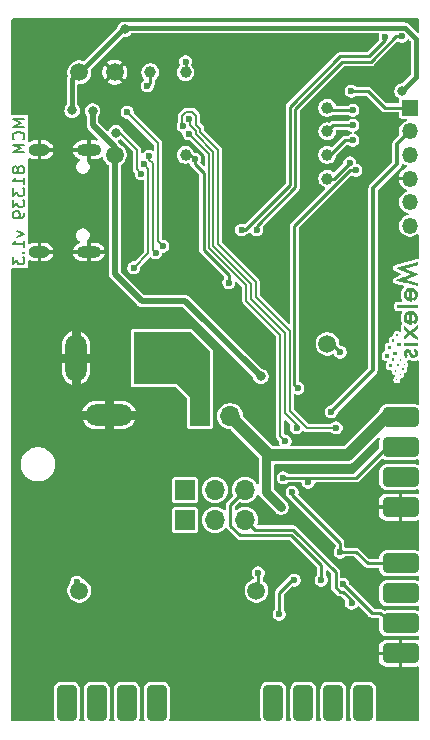
<source format=gbr>
%TF.GenerationSoftware,KiCad,Pcbnew,9.0.4-9.0.4-0~ubuntu24.04.1*%
%TF.CreationDate,2025-09-25T14:42:27+02:00*%
%TF.ProjectId,MCM-81339,4d434d2d-3831-4333-9339-2e6b69636164,rev?*%
%TF.SameCoordinates,Original*%
%TF.FileFunction,Copper,L2,Bot*%
%TF.FilePolarity,Positive*%
%FSLAX46Y46*%
G04 Gerber Fmt 4.6, Leading zero omitted, Abs format (unit mm)*
G04 Created by KiCad (PCBNEW 9.0.4-9.0.4-0~ubuntu24.04.1) date 2025-09-25 14:42:27*
%MOMM*%
%LPD*%
G01*
G04 APERTURE LIST*
G04 Aperture macros list*
%AMRoundRect*
0 Rectangle with rounded corners*
0 $1 Rounding radius*
0 $2 $3 $4 $5 $6 $7 $8 $9 X,Y pos of 4 corners*
0 Add a 4 corners polygon primitive as box body*
4,1,4,$2,$3,$4,$5,$6,$7,$8,$9,$2,$3,0*
0 Add four circle primitives for the rounded corners*
1,1,$1+$1,$2,$3*
1,1,$1+$1,$4,$5*
1,1,$1+$1,$6,$7*
1,1,$1+$1,$8,$9*
0 Add four rect primitives between the rounded corners*
20,1,$1+$1,$2,$3,$4,$5,0*
20,1,$1+$1,$4,$5,$6,$7,0*
20,1,$1+$1,$6,$7,$8,$9,0*
20,1,$1+$1,$8,$9,$2,$3,0*%
G04 Aperture macros list end*
%ADD10C,0.150000*%
%TA.AperFunction,NonConductor*%
%ADD11C,0.150000*%
%TD*%
%TA.AperFunction,EtchedComponent*%
%ADD12C,0.000000*%
%TD*%
%TA.AperFunction,HeatsinkPad*%
%ADD13C,0.500000*%
%TD*%
%TA.AperFunction,HeatsinkPad*%
%ADD14R,2.900000X1.900000*%
%TD*%
%TA.AperFunction,ComponentPad*%
%ADD15RoundRect,0.425000X1.125000X0.425000X-1.125000X0.425000X-1.125000X-0.425000X1.125000X-0.425000X0*%
%TD*%
%TA.AperFunction,ComponentPad*%
%ADD16R,1.700000X1.700000*%
%TD*%
%TA.AperFunction,ComponentPad*%
%ADD17O,1.700000X1.700000*%
%TD*%
%TA.AperFunction,ComponentPad*%
%ADD18RoundRect,0.425000X-1.125000X-0.425000X1.125000X-0.425000X1.125000X0.425000X-1.125000X0.425000X0*%
%TD*%
%TA.AperFunction,ComponentPad*%
%ADD19R,1.350000X1.350000*%
%TD*%
%TA.AperFunction,ComponentPad*%
%ADD20O,1.350000X1.350000*%
%TD*%
%TA.AperFunction,HeatsinkPad*%
%ADD21O,2.100000X1.000000*%
%TD*%
%TA.AperFunction,HeatsinkPad*%
%ADD22O,1.800000X1.000000*%
%TD*%
%TA.AperFunction,HeatsinkPad*%
%ADD23R,2.600000X2.600000*%
%TD*%
%TA.AperFunction,ComponentPad*%
%ADD24RoundRect,0.425000X-0.425000X1.125000X-0.425000X-1.125000X0.425000X-1.125000X0.425000X1.125000X0*%
%TD*%
%TA.AperFunction,ComponentPad*%
%ADD25R,1.800000X4.400000*%
%TD*%
%TA.AperFunction,ComponentPad*%
%ADD26O,1.800000X4.000000*%
%TD*%
%TA.AperFunction,ComponentPad*%
%ADD27O,4.000000X1.800000*%
%TD*%
%TA.AperFunction,SMDPad,CuDef*%
%ADD28C,1.000000*%
%TD*%
%TA.AperFunction,SMDPad,CuDef*%
%ADD29C,1.500000*%
%TD*%
%TA.AperFunction,ViaPad*%
%ADD30C,0.600000*%
%TD*%
%TA.AperFunction,ViaPad*%
%ADD31C,0.800000*%
%TD*%
%TA.AperFunction,Conductor*%
%ADD32C,0.800000*%
%TD*%
%TA.AperFunction,Conductor*%
%ADD33C,0.500000*%
%TD*%
%TA.AperFunction,Conductor*%
%ADD34C,0.300000*%
%TD*%
%TA.AperFunction,Conductor*%
%ADD35C,0.400000*%
%TD*%
%TA.AperFunction,Conductor*%
%ADD36C,0.250000*%
%TD*%
%TA.AperFunction,Conductor*%
%ADD37C,1.000000*%
%TD*%
%TA.AperFunction,Conductor*%
%ADD38C,0.200000*%
%TD*%
%TA.AperFunction,Conductor*%
%ADD39C,0.600000*%
%TD*%
%TA.AperFunction,Conductor*%
%ADD40C,0.190000*%
%TD*%
G04 APERTURE END LIST*
D10*
D11*
X62354819Y-53080952D02*
X61354819Y-53080952D01*
X61354819Y-53080952D02*
X62069104Y-53414285D01*
X62069104Y-53414285D02*
X61354819Y-53747618D01*
X61354819Y-53747618D02*
X62354819Y-53747618D01*
X62259580Y-54795237D02*
X62307200Y-54747618D01*
X62307200Y-54747618D02*
X62354819Y-54604761D01*
X62354819Y-54604761D02*
X62354819Y-54509523D01*
X62354819Y-54509523D02*
X62307200Y-54366666D01*
X62307200Y-54366666D02*
X62211961Y-54271428D01*
X62211961Y-54271428D02*
X62116723Y-54223809D01*
X62116723Y-54223809D02*
X61926247Y-54176190D01*
X61926247Y-54176190D02*
X61783390Y-54176190D01*
X61783390Y-54176190D02*
X61592914Y-54223809D01*
X61592914Y-54223809D02*
X61497676Y-54271428D01*
X61497676Y-54271428D02*
X61402438Y-54366666D01*
X61402438Y-54366666D02*
X61354819Y-54509523D01*
X61354819Y-54509523D02*
X61354819Y-54604761D01*
X61354819Y-54604761D02*
X61402438Y-54747618D01*
X61402438Y-54747618D02*
X61450057Y-54795237D01*
X62354819Y-55223809D02*
X61354819Y-55223809D01*
X61354819Y-55223809D02*
X62069104Y-55557142D01*
X62069104Y-55557142D02*
X61354819Y-55890475D01*
X61354819Y-55890475D02*
X62354819Y-55890475D01*
X61783390Y-57271428D02*
X61735771Y-57176190D01*
X61735771Y-57176190D02*
X61688152Y-57128571D01*
X61688152Y-57128571D02*
X61592914Y-57080952D01*
X61592914Y-57080952D02*
X61545295Y-57080952D01*
X61545295Y-57080952D02*
X61450057Y-57128571D01*
X61450057Y-57128571D02*
X61402438Y-57176190D01*
X61402438Y-57176190D02*
X61354819Y-57271428D01*
X61354819Y-57271428D02*
X61354819Y-57461904D01*
X61354819Y-57461904D02*
X61402438Y-57557142D01*
X61402438Y-57557142D02*
X61450057Y-57604761D01*
X61450057Y-57604761D02*
X61545295Y-57652380D01*
X61545295Y-57652380D02*
X61592914Y-57652380D01*
X61592914Y-57652380D02*
X61688152Y-57604761D01*
X61688152Y-57604761D02*
X61735771Y-57557142D01*
X61735771Y-57557142D02*
X61783390Y-57461904D01*
X61783390Y-57461904D02*
X61783390Y-57271428D01*
X61783390Y-57271428D02*
X61831009Y-57176190D01*
X61831009Y-57176190D02*
X61878628Y-57128571D01*
X61878628Y-57128571D02*
X61973866Y-57080952D01*
X61973866Y-57080952D02*
X62164342Y-57080952D01*
X62164342Y-57080952D02*
X62259580Y-57128571D01*
X62259580Y-57128571D02*
X62307200Y-57176190D01*
X62307200Y-57176190D02*
X62354819Y-57271428D01*
X62354819Y-57271428D02*
X62354819Y-57461904D01*
X62354819Y-57461904D02*
X62307200Y-57557142D01*
X62307200Y-57557142D02*
X62259580Y-57604761D01*
X62259580Y-57604761D02*
X62164342Y-57652380D01*
X62164342Y-57652380D02*
X61973866Y-57652380D01*
X61973866Y-57652380D02*
X61878628Y-57604761D01*
X61878628Y-57604761D02*
X61831009Y-57557142D01*
X61831009Y-57557142D02*
X61783390Y-57461904D01*
X62354819Y-58604761D02*
X62354819Y-58033333D01*
X62354819Y-58319047D02*
X61354819Y-58319047D01*
X61354819Y-58319047D02*
X61497676Y-58223809D01*
X61497676Y-58223809D02*
X61592914Y-58128571D01*
X61592914Y-58128571D02*
X61640533Y-58033333D01*
X61354819Y-58938095D02*
X61354819Y-59557142D01*
X61354819Y-59557142D02*
X61735771Y-59223809D01*
X61735771Y-59223809D02*
X61735771Y-59366666D01*
X61735771Y-59366666D02*
X61783390Y-59461904D01*
X61783390Y-59461904D02*
X61831009Y-59509523D01*
X61831009Y-59509523D02*
X61926247Y-59557142D01*
X61926247Y-59557142D02*
X62164342Y-59557142D01*
X62164342Y-59557142D02*
X62259580Y-59509523D01*
X62259580Y-59509523D02*
X62307200Y-59461904D01*
X62307200Y-59461904D02*
X62354819Y-59366666D01*
X62354819Y-59366666D02*
X62354819Y-59080952D01*
X62354819Y-59080952D02*
X62307200Y-58985714D01*
X62307200Y-58985714D02*
X62259580Y-58938095D01*
X61354819Y-59890476D02*
X61354819Y-60509523D01*
X61354819Y-60509523D02*
X61735771Y-60176190D01*
X61735771Y-60176190D02*
X61735771Y-60319047D01*
X61735771Y-60319047D02*
X61783390Y-60414285D01*
X61783390Y-60414285D02*
X61831009Y-60461904D01*
X61831009Y-60461904D02*
X61926247Y-60509523D01*
X61926247Y-60509523D02*
X62164342Y-60509523D01*
X62164342Y-60509523D02*
X62259580Y-60461904D01*
X62259580Y-60461904D02*
X62307200Y-60414285D01*
X62307200Y-60414285D02*
X62354819Y-60319047D01*
X62354819Y-60319047D02*
X62354819Y-60033333D01*
X62354819Y-60033333D02*
X62307200Y-59938095D01*
X62307200Y-59938095D02*
X62259580Y-59890476D01*
X62354819Y-60985714D02*
X62354819Y-61176190D01*
X62354819Y-61176190D02*
X62307200Y-61271428D01*
X62307200Y-61271428D02*
X62259580Y-61319047D01*
X62259580Y-61319047D02*
X62116723Y-61414285D01*
X62116723Y-61414285D02*
X61926247Y-61461904D01*
X61926247Y-61461904D02*
X61545295Y-61461904D01*
X61545295Y-61461904D02*
X61450057Y-61414285D01*
X61450057Y-61414285D02*
X61402438Y-61366666D01*
X61402438Y-61366666D02*
X61354819Y-61271428D01*
X61354819Y-61271428D02*
X61354819Y-61080952D01*
X61354819Y-61080952D02*
X61402438Y-60985714D01*
X61402438Y-60985714D02*
X61450057Y-60938095D01*
X61450057Y-60938095D02*
X61545295Y-60890476D01*
X61545295Y-60890476D02*
X61783390Y-60890476D01*
X61783390Y-60890476D02*
X61878628Y-60938095D01*
X61878628Y-60938095D02*
X61926247Y-60985714D01*
X61926247Y-60985714D02*
X61973866Y-61080952D01*
X61973866Y-61080952D02*
X61973866Y-61271428D01*
X61973866Y-61271428D02*
X61926247Y-61366666D01*
X61926247Y-61366666D02*
X61878628Y-61414285D01*
X61878628Y-61414285D02*
X61783390Y-61461904D01*
X61688152Y-62557143D02*
X62354819Y-62795238D01*
X62354819Y-62795238D02*
X61688152Y-63033333D01*
X62354819Y-63938095D02*
X62354819Y-63366667D01*
X62354819Y-63652381D02*
X61354819Y-63652381D01*
X61354819Y-63652381D02*
X61497676Y-63557143D01*
X61497676Y-63557143D02*
X61592914Y-63461905D01*
X61592914Y-63461905D02*
X61640533Y-63366667D01*
X62259580Y-64366667D02*
X62307200Y-64414286D01*
X62307200Y-64414286D02*
X62354819Y-64366667D01*
X62354819Y-64366667D02*
X62307200Y-64319048D01*
X62307200Y-64319048D02*
X62259580Y-64366667D01*
X62259580Y-64366667D02*
X62354819Y-64366667D01*
X61354819Y-64747619D02*
X61354819Y-65366666D01*
X61354819Y-65366666D02*
X61735771Y-65033333D01*
X61735771Y-65033333D02*
X61735771Y-65176190D01*
X61735771Y-65176190D02*
X61783390Y-65271428D01*
X61783390Y-65271428D02*
X61831009Y-65319047D01*
X61831009Y-65319047D02*
X61926247Y-65366666D01*
X61926247Y-65366666D02*
X62164342Y-65366666D01*
X62164342Y-65366666D02*
X62259580Y-65319047D01*
X62259580Y-65319047D02*
X62307200Y-65271428D01*
X62307200Y-65271428D02*
X62354819Y-65176190D01*
X62354819Y-65176190D02*
X62354819Y-64890476D01*
X62354819Y-64890476D02*
X62307200Y-64795238D01*
X62307200Y-64795238D02*
X62259580Y-64747619D01*
D12*
%TA.AperFunction,EtchedComponent*%
%TO.C,LOG2*%
G36*
X93182522Y-73264720D02*
G01*
X92901992Y-73264720D01*
X92901992Y-72984189D01*
X93182522Y-72984189D01*
X93182522Y-73264720D01*
G37*
%TD.AperFunction*%
%TA.AperFunction,EtchedComponent*%
G36*
X93447021Y-74034174D02*
G01*
X93238628Y-74034174D01*
X93238628Y-73833795D01*
X93447021Y-73833795D01*
X93447021Y-74034174D01*
G37*
%TD.AperFunction*%
%TA.AperFunction,EtchedComponent*%
G36*
X93647400Y-71902145D02*
G01*
X93471067Y-71902145D01*
X93471067Y-71725811D01*
X93647400Y-71725811D01*
X93647400Y-71902145D01*
G37*
%TD.AperFunction*%
%TA.AperFunction,EtchedComponent*%
G36*
X93671446Y-73537235D02*
G01*
X93439006Y-73537235D01*
X93439006Y-73304795D01*
X93671446Y-73304795D01*
X93671446Y-73537235D01*
G37*
%TD.AperFunction*%
%TA.AperFunction,EtchedComponent*%
G36*
X93855794Y-74450961D02*
G01*
X93695491Y-74450961D01*
X93695491Y-74290658D01*
X93855794Y-74290658D01*
X93855794Y-74450961D01*
G37*
%TD.AperFunction*%
%TA.AperFunction,EtchedComponent*%
G36*
X93879839Y-73056326D02*
G01*
X93599309Y-73056326D01*
X93599309Y-72775796D01*
X93879839Y-72775796D01*
X93879839Y-73056326D01*
G37*
%TD.AperFunction*%
%TA.AperFunction,EtchedComponent*%
G36*
X93935945Y-75172324D02*
G01*
X93847779Y-75172324D01*
X93847779Y-75076143D01*
X93935945Y-75076143D01*
X93935945Y-75172324D01*
G37*
%TD.AperFunction*%
%TA.AperFunction,EtchedComponent*%
G36*
X94072203Y-74010128D02*
G01*
X93895870Y-74010128D01*
X93895870Y-73833795D01*
X94072203Y-73833795D01*
X94072203Y-74010128D01*
G37*
%TD.AperFunction*%
%TA.AperFunction,EtchedComponent*%
G36*
X94200445Y-72270841D02*
G01*
X93927930Y-72270841D01*
X93927930Y-71998326D01*
X94200445Y-71998326D01*
X94200445Y-72270841D01*
G37*
%TD.AperFunction*%
%TA.AperFunction,EtchedComponent*%
G36*
X94256551Y-73521204D02*
G01*
X94112279Y-73521204D01*
X94112279Y-73384947D01*
X94256551Y-73384947D01*
X94256551Y-73521204D01*
G37*
%TD.AperFunction*%
%TA.AperFunction,EtchedComponent*%
G36*
X94577157Y-73849825D02*
G01*
X94513036Y-73849825D01*
X94513036Y-73777689D01*
X94577157Y-73777689D01*
X94577157Y-73849825D01*
G37*
%TD.AperFunction*%
%TA.AperFunction,EtchedComponent*%
G36*
X95643172Y-69048752D02*
G01*
X93927930Y-69048752D01*
X93927930Y-68776237D01*
X95643172Y-68776237D01*
X95643172Y-69048752D01*
G37*
%TD.AperFunction*%
%TA.AperFunction,EtchedComponent*%
G36*
X95643172Y-72270841D02*
G01*
X94497006Y-72270841D01*
X94497006Y-71998326D01*
X95643172Y-71998326D01*
X95643172Y-72270841D01*
G37*
%TD.AperFunction*%
%TA.AperFunction,EtchedComponent*%
G36*
X94505021Y-74323299D02*
G01*
X94348725Y-74318711D01*
X94346431Y-74240564D01*
X94344137Y-74162416D01*
X94505021Y-74162416D01*
X94505021Y-74323299D01*
G37*
%TD.AperFunction*%
%TA.AperFunction,EtchedComponent*%
G36*
X93421162Y-72385057D02*
G01*
X93418968Y-72523318D01*
X93280707Y-72525512D01*
X93142446Y-72527705D01*
X93142446Y-72246796D01*
X93423355Y-72246796D01*
X93421162Y-72385057D01*
G37*
%TD.AperFunction*%
%TA.AperFunction,EtchedComponent*%
G36*
X94232368Y-74644846D02*
G01*
X94245688Y-74646668D01*
X94251649Y-74654014D01*
X94255383Y-74673625D01*
X94256551Y-74707194D01*
X94256551Y-74763552D01*
X94127607Y-74763552D01*
X94132317Y-74647332D01*
X94183571Y-74644916D01*
X94208564Y-74644274D01*
X94232368Y-74644846D01*
G37*
%TD.AperFunction*%
%TA.AperFunction,EtchedComponent*%
G36*
X93951991Y-71278548D02*
G01*
X93965511Y-71280442D01*
X93967742Y-71281690D01*
X93972772Y-71290962D01*
X93974848Y-71310443D01*
X93974371Y-71342972D01*
X93972014Y-71401198D01*
X93851786Y-71401198D01*
X93851786Y-71280971D01*
X93903041Y-71278554D01*
X93928032Y-71277928D01*
X93951991Y-71278548D01*
G37*
%TD.AperFunction*%
%TA.AperFunction,EtchedComponent*%
G36*
X95442067Y-72487276D02*
G01*
X95464312Y-72503943D01*
X95492754Y-72528201D01*
X95525477Y-72558568D01*
X95570885Y-72607278D01*
X95615382Y-72671694D01*
X95646977Y-72742184D01*
X95667415Y-72821990D01*
X95670119Y-72845341D01*
X95671486Y-72880659D01*
X95670576Y-72916061D01*
X95660549Y-72987978D01*
X95637209Y-73059228D01*
X95599990Y-73124194D01*
X95547868Y-73185128D01*
X95522132Y-73208880D01*
X95460806Y-73251867D01*
X95395892Y-73279497D01*
X95327902Y-73291591D01*
X95257344Y-73287967D01*
X95221521Y-73280531D01*
X95169982Y-73262447D01*
X95123187Y-73235492D01*
X95080047Y-73198490D01*
X95039471Y-73150264D01*
X95000367Y-73089637D01*
X94961646Y-73015435D01*
X94922217Y-72926479D01*
X94911501Y-72902013D01*
X94884693Y-72851135D01*
X94857127Y-72812274D01*
X94830098Y-72787385D01*
X94819750Y-72781501D01*
X94803585Y-72778542D01*
X94781709Y-72783756D01*
X94776893Y-72785477D01*
X94754507Y-72799085D01*
X94739861Y-72820919D01*
X94731868Y-72853368D01*
X94729445Y-72898818D01*
X94729887Y-72923698D01*
X94732972Y-72952125D01*
X94740473Y-72976912D01*
X94754094Y-73005417D01*
X94766647Y-73028135D01*
X94784178Y-73057138D01*
X94799070Y-73079002D01*
X94819395Y-73105685D01*
X94799989Y-73127093D01*
X94789092Y-73139181D01*
X94769146Y-73161405D01*
X94744146Y-73189324D01*
X94717096Y-73219585D01*
X94653610Y-73290669D01*
X94622672Y-73255807D01*
X94609518Y-73240181D01*
X94574421Y-73191570D01*
X94541032Y-73136438D01*
X94512694Y-73080598D01*
X94492748Y-73029863D01*
X94476539Y-72957743D01*
X94473104Y-72880089D01*
X94483679Y-72804505D01*
X94507738Y-72733156D01*
X94544756Y-72668209D01*
X94594206Y-72611828D01*
X94635500Y-72579759D01*
X94695874Y-72549125D01*
X94761043Y-72531596D01*
X94827901Y-72527930D01*
X94893341Y-72538883D01*
X94902555Y-72541681D01*
X94945747Y-72558776D01*
X94984260Y-72581960D01*
X95019450Y-72612827D01*
X95052675Y-72652970D01*
X95085293Y-72703984D01*
X95118662Y-72767462D01*
X95154139Y-72844997D01*
X95160067Y-72858516D01*
X95178729Y-72899672D01*
X95196512Y-72937004D01*
X95211642Y-72966860D01*
X95222349Y-72985585D01*
X95233937Y-73000838D01*
X95259000Y-73024889D01*
X95285573Y-73041842D01*
X95308937Y-73048281D01*
X95311014Y-73048241D01*
X95339674Y-73039772D01*
X95367908Y-73018249D01*
X95392387Y-72986149D01*
X95399424Y-72973568D01*
X95409009Y-72950676D01*
X95413488Y-72925819D01*
X95414502Y-72892015D01*
X95411496Y-72851168D01*
X95400740Y-72811621D01*
X95380366Y-72772423D01*
X95348507Y-72728965D01*
X95320274Y-72694157D01*
X95371113Y-72588700D01*
X95379036Y-72572280D01*
X95396225Y-72536785D01*
X95410322Y-72507845D01*
X95420045Y-72488091D01*
X95424107Y-72480153D01*
X95427935Y-72479682D01*
X95442067Y-72487276D01*
G37*
%TD.AperFunction*%
%TA.AperFunction,EtchedComponent*%
G36*
X95130088Y-67336273D02*
G01*
X95221890Y-67350550D01*
X95309215Y-67378057D01*
X95359195Y-67401417D01*
X95436754Y-67451147D01*
X95505644Y-67512719D01*
X95564509Y-67584374D01*
X95611992Y-67664354D01*
X95646734Y-67750898D01*
X95667379Y-67842248D01*
X95668119Y-67848122D01*
X95670540Y-67882108D01*
X95671330Y-67922821D01*
X95670306Y-67962700D01*
X95669395Y-67977442D01*
X95655926Y-68078975D01*
X95629990Y-68171211D01*
X95590948Y-68255572D01*
X95538161Y-68333482D01*
X95470990Y-68406362D01*
X95452293Y-68423773D01*
X95429026Y-68444361D01*
X95411646Y-68458434D01*
X95402940Y-68463647D01*
X95401721Y-68462972D01*
X95392414Y-68453368D01*
X95376322Y-68434484D01*
X95355547Y-68409012D01*
X95332196Y-68379644D01*
X95308371Y-68349072D01*
X95286178Y-68319987D01*
X95267721Y-68295081D01*
X95255103Y-68277044D01*
X95250429Y-68268570D01*
X95251766Y-68266444D01*
X95261668Y-68255009D01*
X95279113Y-68236294D01*
X95301587Y-68213029D01*
X95316420Y-68197254D01*
X95362410Y-68136087D01*
X95393895Y-68070242D01*
X95411986Y-67997550D01*
X95414294Y-67979686D01*
X95414855Y-67906232D01*
X95401618Y-67836066D01*
X95375721Y-67771044D01*
X95338299Y-67713025D01*
X95290493Y-67663866D01*
X95233439Y-67625427D01*
X95168274Y-67599564D01*
X95138217Y-67591288D01*
X95138217Y-68522023D01*
X95052055Y-68517450D01*
X94959038Y-68507228D01*
X94871014Y-68485122D01*
X94790739Y-68450454D01*
X94716096Y-68402299D01*
X94644965Y-68339733D01*
X94585027Y-68271954D01*
X94535213Y-68195667D01*
X94500280Y-68114872D01*
X94479703Y-68028339D01*
X94472960Y-67934837D01*
X94473092Y-67922624D01*
X94733490Y-67922624D01*
X94733495Y-67931545D01*
X94733985Y-67969081D01*
X94735866Y-67996248D01*
X94739971Y-68017783D01*
X94747135Y-68038418D01*
X94758192Y-68062889D01*
X94771860Y-68088014D01*
X94804026Y-68132685D01*
X94842004Y-68172313D01*
X94881105Y-68201604D01*
X94905778Y-68216083D01*
X94905778Y-67921353D01*
X94905642Y-67854723D01*
X94905266Y-67793474D01*
X94904680Y-67739382D01*
X94903915Y-67694221D01*
X94903000Y-67659765D01*
X94901965Y-67637791D01*
X94900841Y-67630071D01*
X94895249Y-67631919D01*
X94878887Y-67642169D01*
X94857164Y-67658666D01*
X94833902Y-67678277D01*
X94812925Y-67697870D01*
X94798055Y-67714311D01*
X94787673Y-67729409D01*
X94770552Y-67758310D01*
X94755035Y-67788487D01*
X94745923Y-67809336D01*
X94739388Y-67829767D01*
X94735631Y-67852384D01*
X94733912Y-67881800D01*
X94733490Y-67922624D01*
X94473092Y-67922624D01*
X94473187Y-67913865D01*
X94480004Y-67827079D01*
X94497069Y-67749125D01*
X94525404Y-67676374D01*
X94566035Y-67605201D01*
X94582329Y-67582344D01*
X94623242Y-67534279D01*
X94671355Y-67486714D01*
X94721838Y-67444242D01*
X94769860Y-67411454D01*
X94776101Y-67407866D01*
X94856815Y-67371022D01*
X94900841Y-67358826D01*
X94944651Y-67346689D01*
X95036708Y-67335046D01*
X95130088Y-67336273D01*
G37*
%TD.AperFunction*%
%TA.AperFunction,EtchedComponent*%
G36*
X95639461Y-70523953D02*
G01*
X95640640Y-70534900D01*
X95641659Y-70558947D01*
X95642459Y-70593710D01*
X95642982Y-70636805D01*
X95643168Y-70685846D01*
X95643165Y-70848153D01*
X95442707Y-71004202D01*
X95416021Y-71025038D01*
X95369338Y-71061807D01*
X95327894Y-71094860D01*
X95293180Y-71122981D01*
X95266688Y-71144958D01*
X95249909Y-71159577D01*
X95244336Y-71165624D01*
X95244851Y-71166263D01*
X95254377Y-71174541D01*
X95274630Y-71190981D01*
X95304003Y-71214313D01*
X95340889Y-71243268D01*
X95383680Y-71276574D01*
X95430770Y-71312962D01*
X95440612Y-71320545D01*
X95487839Y-71357039D01*
X95531087Y-71390628D01*
X95568607Y-71419941D01*
X95598651Y-71443609D01*
X95619470Y-71460263D01*
X95629316Y-71468532D01*
X95634010Y-71474267D01*
X95637584Y-71482903D01*
X95640016Y-71496489D01*
X95641456Y-71517240D01*
X95642055Y-71547372D01*
X95641966Y-71589099D01*
X95641339Y-71644636D01*
X95639164Y-71807135D01*
X95330581Y-71570161D01*
X95325058Y-71565920D01*
X95263937Y-71519055D01*
X95206831Y-71475388D01*
X95154981Y-71435858D01*
X95109627Y-71401408D01*
X95072010Y-71372976D01*
X95043371Y-71351505D01*
X95024951Y-71337933D01*
X95017990Y-71333203D01*
X95016925Y-71333788D01*
X95005840Y-71341691D01*
X94983926Y-71358013D01*
X94952550Y-71381714D01*
X94913079Y-71411754D01*
X94866880Y-71447094D01*
X94815321Y-71486694D01*
X94759770Y-71529515D01*
X94740174Y-71544637D01*
X94685826Y-71586465D01*
X94635928Y-71624710D01*
X94591848Y-71658334D01*
X94554957Y-71686295D01*
X94526625Y-71707556D01*
X94508222Y-71721074D01*
X94501119Y-71725811D01*
X94500732Y-71725154D01*
X94499599Y-71713348D01*
X94498811Y-71688551D01*
X94498402Y-71653122D01*
X94498403Y-71609416D01*
X94498847Y-71559792D01*
X94501013Y-71393772D01*
X94645286Y-71283017D01*
X94667249Y-71266105D01*
X94706619Y-71235508D01*
X94740524Y-71208794D01*
X94767143Y-71187418D01*
X94784650Y-71172836D01*
X94791223Y-71166503D01*
X94789219Y-71163709D01*
X94776729Y-71152134D01*
X94754317Y-71133119D01*
X94723723Y-71108100D01*
X94686686Y-71078512D01*
X94644946Y-71045791D01*
X94497006Y-70930839D01*
X94497006Y-70593773D01*
X94527063Y-70616470D01*
X94536133Y-70623410D01*
X94557949Y-70640260D01*
X94589404Y-70664646D01*
X94628794Y-70695245D01*
X94674416Y-70730734D01*
X94724564Y-70769787D01*
X94777536Y-70811081D01*
X94820734Y-70844771D01*
X94869565Y-70882847D01*
X94913343Y-70916976D01*
X94950551Y-70945975D01*
X94979670Y-70968662D01*
X94999185Y-70983854D01*
X95007578Y-70990368D01*
X95009708Y-70990475D01*
X95021889Y-70984676D01*
X95044517Y-70970272D01*
X95077930Y-70947018D01*
X95122466Y-70914672D01*
X95178463Y-70872990D01*
X95246259Y-70821727D01*
X95326192Y-70760641D01*
X95331979Y-70756201D01*
X95393135Y-70709345D01*
X95450270Y-70665688D01*
X95502144Y-70626169D01*
X95547516Y-70591728D01*
X95585145Y-70563305D01*
X95613792Y-70541839D01*
X95632216Y-70528271D01*
X95639176Y-70523539D01*
X95639461Y-70523953D01*
G37*
%TD.AperFunction*%
%TA.AperFunction,EtchedComponent*%
G36*
X95082078Y-69293720D02*
G01*
X95126612Y-69294123D01*
X95160206Y-69295378D01*
X95187015Y-69298037D01*
X95211191Y-69302648D01*
X95236886Y-69309761D01*
X95268255Y-69319926D01*
X95352438Y-69355455D01*
X95432517Y-69405251D01*
X95503159Y-69466513D01*
X95563161Y-69537802D01*
X95611321Y-69617678D01*
X95646435Y-69704703D01*
X95667300Y-69797436D01*
X95669476Y-69817136D01*
X95671380Y-69873587D01*
X95668701Y-69936499D01*
X95661823Y-69999671D01*
X95651135Y-70056900D01*
X95632049Y-70123165D01*
X95601685Y-70195034D01*
X95561414Y-70261315D01*
X95509327Y-70325062D01*
X95443520Y-70389327D01*
X95400893Y-70427439D01*
X95325661Y-70327407D01*
X95310336Y-70306963D01*
X95286592Y-70274985D01*
X95267597Y-70249018D01*
X95254995Y-70231317D01*
X95250429Y-70224137D01*
X95251768Y-70222037D01*
X95261672Y-70210652D01*
X95279116Y-70191973D01*
X95301587Y-70168725D01*
X95316796Y-70152415D01*
X95363390Y-70088800D01*
X95395686Y-70020107D01*
X95413403Y-69947997D01*
X95416260Y-69874130D01*
X95403976Y-69800165D01*
X95376270Y-69727761D01*
X95360212Y-69699600D01*
X95320537Y-69649220D01*
X95272468Y-69606870D01*
X95219284Y-69575195D01*
X95164267Y-69556839D01*
X95138217Y-69551703D01*
X95138217Y-70477719D01*
X95052055Y-70473162D01*
X95018628Y-70470967D01*
X94959101Y-70463807D01*
X94905970Y-70451682D01*
X94852903Y-70432946D01*
X94793566Y-70405952D01*
X94767320Y-70392634D01*
X94736206Y-70374626D01*
X94708531Y-70354772D01*
X94679661Y-70329638D01*
X94644965Y-70295791D01*
X94644883Y-70295709D01*
X94581175Y-70222820D01*
X94532792Y-70147055D01*
X94499084Y-70066869D01*
X94479403Y-69980717D01*
X94473099Y-69887057D01*
X94473463Y-69878320D01*
X94733453Y-69878320D01*
X94734554Y-69925767D01*
X94739204Y-69968321D01*
X94748715Y-70003811D01*
X94764384Y-70036890D01*
X94787508Y-70072210D01*
X94801088Y-70088570D01*
X94822175Y-70110111D01*
X94846134Y-70132145D01*
X94869491Y-70151638D01*
X94888774Y-70165559D01*
X94900507Y-70170873D01*
X94900535Y-70170869D01*
X94901734Y-70162815D01*
X94902836Y-70140546D01*
X94903810Y-70105838D01*
X94904623Y-70060465D01*
X94905244Y-70006203D01*
X94905639Y-69944827D01*
X94905778Y-69878114D01*
X94905778Y-69585356D01*
X94880870Y-69598236D01*
X94851540Y-69617978D01*
X94816485Y-69651680D01*
X94784308Y-69692639D01*
X94758896Y-69736446D01*
X94755840Y-69742937D01*
X94745497Y-69766618D01*
X94738943Y-69787220D01*
X94735322Y-69809521D01*
X94733777Y-69838295D01*
X94733453Y-69878320D01*
X94473463Y-69878320D01*
X94476078Y-69815552D01*
X94486363Y-69748206D01*
X94505296Y-69684265D01*
X94534218Y-69617828D01*
X94547535Y-69591728D01*
X94565641Y-69560584D01*
X94585560Y-69532932D01*
X94610747Y-69504132D01*
X94644656Y-69469548D01*
X94677835Y-69437836D01*
X94724735Y-69398306D01*
X94770843Y-69367266D01*
X94820898Y-69341667D01*
X94879639Y-69318463D01*
X94888427Y-69315350D01*
X94905778Y-69309538D01*
X94914831Y-69306505D01*
X94937519Y-69300438D01*
X94960439Y-69296638D01*
X94987542Y-69294588D01*
X95022775Y-69293777D01*
X95070089Y-69293691D01*
X95082078Y-69293720D01*
G37*
%TD.AperFunction*%
%TA.AperFunction,EtchedComponent*%
G36*
X95641368Y-65312375D02*
G01*
X95641548Y-65324481D01*
X95641698Y-65375939D01*
X95640688Y-65414718D01*
X95638568Y-65439710D01*
X95635385Y-65449810D01*
X95634019Y-65450339D01*
X95620087Y-65454464D01*
X95592401Y-65462139D01*
X95552279Y-65473014D01*
X95501039Y-65486737D01*
X95440000Y-65502959D01*
X95370481Y-65521328D01*
X95293798Y-65541494D01*
X95211272Y-65563105D01*
X95124220Y-65585812D01*
X95093910Y-65593709D01*
X95008384Y-65616061D01*
X94927907Y-65637194D01*
X94853789Y-65656758D01*
X94787338Y-65674403D01*
X94729862Y-65689780D01*
X94682671Y-65702539D01*
X94647072Y-65712331D01*
X94624376Y-65718806D01*
X94615889Y-65721614D01*
X94615932Y-65721811D01*
X94624471Y-65726512D01*
X94646516Y-65736816D01*
X94680945Y-65752237D01*
X94726639Y-65772292D01*
X94782476Y-65796498D01*
X94847338Y-65824371D01*
X94920102Y-65855426D01*
X94999650Y-65889181D01*
X95084860Y-65925151D01*
X95174613Y-65962853D01*
X95188853Y-65968822D01*
X95277960Y-66006281D01*
X95362343Y-66041928D01*
X95440883Y-66075282D01*
X95512460Y-66105857D01*
X95575954Y-66133171D01*
X95630247Y-66156742D01*
X95674218Y-66176085D01*
X95706749Y-66190717D01*
X95726719Y-66200155D01*
X95733009Y-66203915D01*
X95732987Y-66203932D01*
X95724565Y-66207846D01*
X95702549Y-66217462D01*
X95668099Y-66232286D01*
X95622379Y-66251825D01*
X95566548Y-66275586D01*
X95501770Y-66303074D01*
X95429205Y-66333796D01*
X95350016Y-66367258D01*
X95265364Y-66402968D01*
X95176411Y-66440430D01*
X95173693Y-66441573D01*
X95085012Y-66478956D01*
X95000794Y-66514574D01*
X94922187Y-66547937D01*
X94850338Y-66578552D01*
X94786393Y-66605927D01*
X94731498Y-66629569D01*
X94686802Y-66648986D01*
X94653451Y-66663686D01*
X94632591Y-66673177D01*
X94625369Y-66676966D01*
X94626320Y-66677505D01*
X94639020Y-66681606D01*
X94665497Y-66689234D01*
X94704460Y-66700044D01*
X94754621Y-66713687D01*
X94814687Y-66729817D01*
X94883368Y-66748087D01*
X94959374Y-66768148D01*
X95041414Y-66789655D01*
X95128199Y-66812259D01*
X95158249Y-66820069D01*
X95243832Y-66842389D01*
X95324390Y-66863513D01*
X95398609Y-66883091D01*
X95465180Y-66900771D01*
X95522788Y-66916202D01*
X95570122Y-66929033D01*
X95605871Y-66938914D01*
X95628721Y-66945494D01*
X95637360Y-66948421D01*
X95638771Y-66953528D01*
X95640366Y-66972557D01*
X95641385Y-67002874D01*
X95641746Y-67041685D01*
X95641368Y-67086200D01*
X95639164Y-67218406D01*
X94745475Y-66983873D01*
X94695228Y-66970685D01*
X94579740Y-66940362D01*
X94468620Y-66911170D01*
X94362880Y-66883375D01*
X94263534Y-66857246D01*
X94171593Y-66833047D01*
X94088071Y-66811047D01*
X94013980Y-66791511D01*
X93950332Y-66774708D01*
X93898140Y-66760902D01*
X93858417Y-66750362D01*
X93832175Y-66743354D01*
X93820426Y-66740145D01*
X93789066Y-66730951D01*
X94401524Y-66475389D01*
X94452284Y-66454207D01*
X94544647Y-66415652D01*
X94632442Y-66378989D01*
X94714534Y-66344695D01*
X94789785Y-66313244D01*
X94857060Y-66285112D01*
X94915222Y-66260774D01*
X94963134Y-66240705D01*
X94999660Y-66225380D01*
X95023664Y-66215275D01*
X95034009Y-66210866D01*
X95054035Y-66201903D01*
X95034009Y-66191618D01*
X95030705Y-66190088D01*
X95013513Y-66182592D01*
X94983236Y-66169621D01*
X94941014Y-66151659D01*
X94887989Y-66129186D01*
X94825300Y-66102685D01*
X94754089Y-66072638D01*
X94675496Y-66039527D01*
X94590662Y-66003834D01*
X94500729Y-65966040D01*
X94406835Y-65926629D01*
X94357116Y-65905755D01*
X94265959Y-65867398D01*
X94179760Y-65831017D01*
X94099610Y-65797078D01*
X94026604Y-65766049D01*
X93961833Y-65738398D01*
X93906391Y-65714590D01*
X93861369Y-65695093D01*
X93827861Y-65680374D01*
X93806960Y-65670900D01*
X93799757Y-65667138D01*
X93803022Y-65665880D01*
X93820237Y-65660768D01*
X93851386Y-65652028D01*
X93895516Y-65639915D01*
X93951673Y-65624683D01*
X94018904Y-65606588D01*
X94096256Y-65585886D01*
X94182774Y-65562830D01*
X94277506Y-65537675D01*
X94379497Y-65510678D01*
X94487795Y-65482092D01*
X94601445Y-65452173D01*
X94719495Y-65421176D01*
X95639164Y-65180000D01*
X95641368Y-65312375D01*
G37*
%TD.AperFunction*%
%TD*%
D13*
%TO.P,U8,9,EXP*%
%TO.N,GND*%
X68550000Y-95700000D03*
X69750000Y-95700000D03*
X70950000Y-95700000D03*
D14*
X69750000Y-95000000D03*
D13*
X68550000Y-94300000D03*
X69750000Y-94300000D03*
X70950000Y-94300000D03*
%TD*%
D15*
%TO.P,J1,1,Pin_1*%
%TO.N,GND*%
X94200000Y-98300000D03*
%TO.P,J1,2,Pin_2*%
%TO.N,Net-(J1-Pin_2)*%
X94200000Y-95760000D03*
%TO.P,J1,3,Pin_3*%
%TO.N,Net-(J1-Pin_3)*%
X94200000Y-93220000D03*
%TO.P,J1,4,Pin_4*%
%TO.N,VDDA*%
X94200000Y-90680000D03*
%TD*%
D16*
%TO.P,J6,1,Pin_1*%
%TO.N,TXD_SO8*%
X75960000Y-84460000D03*
D17*
%TO.P,J6,2,Pin_2*%
%TO.N,TXD_CPU*%
X78500000Y-84460000D03*
%TO.P,J6,3,Pin_3*%
%TO.N,TXD_QFN24*%
X81040000Y-84460000D03*
%TD*%
D18*
%TO.P,J4,1,Pin_1*%
%TO.N,VBUS*%
X94200000Y-78300000D03*
%TO.P,J4,2,Pin_2*%
%TO.N,TXD_CPU*%
X94200000Y-80840000D03*
%TO.P,J4,3,Pin_3*%
%TO.N,RXD_CPU*%
X94200000Y-83380000D03*
%TO.P,J4,4,Pin_4*%
%TO.N,GND*%
X94200000Y-85920000D03*
%TD*%
D19*
%TO.P,J3,1,Pin_1*%
%TO.N,EN*%
X95000000Y-52100000D03*
D20*
%TO.P,J3,2,Pin_2*%
%TO.N,+3.3V*%
X95000000Y-54100000D03*
%TO.P,J3,3,Pin_3*%
%TO.N,Net-(J3-Pin_3)*%
X95000000Y-56100000D03*
%TO.P,J3,4,Pin_4*%
%TO.N,GND*%
X95000000Y-58100000D03*
%TO.P,J3,5,Pin_5*%
%TO.N,Net-(J3-Pin_5)*%
X95000000Y-60100000D03*
%TO.P,J3,6,Pin_6*%
%TO.N,IO0*%
X95000000Y-62100000D03*
%TD*%
D13*
%TO.P,U5,41,EPAD*%
%TO.N,GND*%
X80040000Y-50558000D03*
X80040000Y-52058000D03*
X80790000Y-49808000D03*
X80790000Y-51308000D03*
X80790000Y-52808000D03*
X81540000Y-50558000D03*
X81540000Y-52058000D03*
X82290000Y-49808000D03*
X82290000Y-51308000D03*
X82290000Y-52808000D03*
X83040000Y-50558000D03*
X83040000Y-52058000D03*
%TD*%
D21*
%TO.P,J5,S1,SHIELD*%
%TO.N,GND*%
X67805000Y-55680000D03*
D22*
X63625000Y-55680000D03*
D21*
X67805000Y-64320000D03*
D22*
X63625000Y-64320000D03*
%TD*%
D13*
%TO.P,U7,25,EXP*%
%TO.N,GND*%
X86200000Y-96050000D03*
X87250000Y-96050000D03*
X88300000Y-96050000D03*
X86200000Y-95000000D03*
X87250000Y-95000000D03*
D23*
X87250000Y-95000000D03*
D13*
X88300000Y-95000000D03*
X86200000Y-93950000D03*
X87250000Y-93950000D03*
X88300000Y-93950000D03*
%TD*%
D24*
%TO.P,J8,1,Pin_1*%
%TO.N,Net-(J8-Pin_1)*%
X91060000Y-102500000D03*
%TO.P,J8,2,Pin_2*%
%TO.N,Net-(J8-Pin_2)*%
X88520000Y-102500000D03*
%TO.P,J8,3,Pin_3*%
%TO.N,Net-(J8-Pin_3)*%
X85980000Y-102500000D03*
%TO.P,J8,4,Pin_4*%
%TO.N,Net-(J8-Pin_4)*%
X83440000Y-102500000D03*
%TD*%
D16*
%TO.P,J7,1,Pin_1*%
%TO.N,RXD_SO8*%
X75960000Y-87000000D03*
D17*
%TO.P,J7,2,Pin_2*%
%TO.N,RXD_CPU*%
X78500000Y-87000000D03*
%TO.P,J7,3,Pin_3*%
%TO.N,RXD_QFN24*%
X81040000Y-87000000D03*
%TD*%
D16*
%TO.P,J2,1,Pin_1*%
%TO.N,VS*%
X77230000Y-78227102D03*
D17*
%TO.P,J2,2,Pin_2*%
%TO.N,VBUS*%
X79770000Y-78227102D03*
%TD*%
D24*
%TO.P,J9,1,Pin_1*%
%TO.N,Net-(J9-Pin_1)*%
X73560000Y-102500000D03*
%TO.P,J9,2,Pin_2*%
%TO.N,Net-(J9-Pin_2)*%
X71020000Y-102500000D03*
%TO.P,J9,3,Pin_3*%
%TO.N,Net-(J9-Pin_3)*%
X68480000Y-102500000D03*
%TO.P,J9,4,Pin_4*%
%TO.N,Net-(J9-Pin_4)*%
X65940000Y-102500000D03*
%TD*%
D25*
%TO.P,J10,1*%
%TO.N,VS*%
X72500000Y-73300000D03*
D26*
%TO.P,J10,2*%
%TO.N,GND*%
X66700000Y-73300000D03*
D27*
%TO.P,J10,3*%
X69500000Y-78100000D03*
%TD*%
D28*
%TO.P,TP11,1,1*%
%TO.N,SLAVE_CUR*%
X73000000Y-49100000D03*
%TD*%
%TO.P,TP9,1,1*%
%TO.N,EN*%
X76000000Y-49100000D03*
%TD*%
D29*
%TO.P,TP14,1,1*%
%TO.N,Net-(D15-K)*%
X67000000Y-93000000D03*
%TD*%
D28*
%TO.P,TP6,1,1*%
%TO.N,/MCM/TCK*%
X88000000Y-58100000D03*
%TD*%
D29*
%TO.P,TP8,1,1*%
%TO.N,Net-(D3-A)*%
X88000000Y-72100000D03*
%TD*%
%TO.P,TP2,1,1*%
%TO.N,GND*%
X70000000Y-49100000D03*
%TD*%
%TO.P,TP10,1,1*%
%TO.N,VS*%
X76000000Y-72100000D03*
%TD*%
%TO.P,TP7,1,1*%
%TO.N,+5V*%
X70000000Y-56100000D03*
%TD*%
D28*
%TO.P,TP4,1,1*%
%TO.N,/MCM/TMS*%
X88000000Y-52100000D03*
%TD*%
D29*
%TO.P,TP13,1,1*%
%TO.N,Net-(D14-K)*%
X82000000Y-93000000D03*
%TD*%
D28*
%TO.P,TP3,1,1*%
%TO.N,/MCM/TDI*%
X88000000Y-54100000D03*
%TD*%
%TO.P,TP12,1,1*%
%TO.N,SLAVE_PWR*%
X76000000Y-56100000D03*
%TD*%
%TO.P,TP5,1,1*%
%TO.N,/MCM/TDO*%
X88000000Y-56100000D03*
%TD*%
D29*
%TO.P,TP1,1,1*%
%TO.N,+3.3V*%
X67000000Y-49100000D03*
%TD*%
D30*
%TO.N,GND*%
X90300000Y-97200000D03*
X91250000Y-89375000D03*
X83400000Y-91700000D03*
X90300000Y-95400000D03*
D31*
X79600000Y-99100000D03*
D30*
X74100000Y-95000000D03*
X87350000Y-82600000D03*
X92100000Y-96300000D03*
D31*
X62000000Y-77500000D03*
D30*
X73000000Y-93900000D03*
X84100000Y-91700000D03*
D31*
X78625000Y-95100000D03*
D30*
X90300000Y-96300000D03*
X90400000Y-79125000D03*
D31*
X83750000Y-67500000D03*
X76250000Y-81750000D03*
X62000000Y-92500000D03*
D30*
X89800000Y-99000000D03*
X90700000Y-99000000D03*
X85700000Y-98000000D03*
D31*
X76000000Y-103000000D03*
D30*
X75200000Y-96100000D03*
X64500000Y-97800000D03*
D31*
X62000000Y-97500000D03*
X77500000Y-66000000D03*
D30*
X64500000Y-96700000D03*
X83400000Y-90300000D03*
D31*
X90250000Y-65500000D03*
D30*
X89400000Y-97200000D03*
X84100000Y-90300000D03*
X90750000Y-82050000D03*
X91925000Y-80875000D03*
X83400000Y-92400000D03*
D31*
X95000000Y-88250000D03*
D30*
X67665600Y-46786800D03*
X92100000Y-91700000D03*
X91200000Y-97200000D03*
X91200000Y-95400000D03*
X72650000Y-52600000D03*
X74100000Y-92800000D03*
X87800000Y-89100000D03*
X89800000Y-98100000D03*
X83400000Y-91000000D03*
X75200000Y-95000000D03*
X65600000Y-97800000D03*
D31*
X62100000Y-101900000D03*
D30*
X90300000Y-90700000D03*
D31*
X87250000Y-67500000D03*
X83312000Y-46228000D03*
X95000000Y-76750000D03*
D30*
X88900000Y-98100000D03*
X85200000Y-98900000D03*
X87600000Y-84200000D03*
X73000000Y-95000000D03*
D31*
X81500000Y-70250000D03*
D30*
X71560148Y-60910051D03*
X75768200Y-78054200D03*
X74100000Y-96100000D03*
X66700000Y-95600000D03*
X73000000Y-96100000D03*
X93250000Y-58800000D03*
D31*
X88500000Y-75750000D03*
D30*
X91200000Y-96300000D03*
X84800000Y-90300000D03*
X85500000Y-91000000D03*
D31*
X94650000Y-101800000D03*
D30*
X70100000Y-47525000D03*
X91600000Y-98100000D03*
X91600000Y-99000000D03*
D31*
X93319600Y-61239400D03*
D30*
X75200000Y-93900000D03*
X84800000Y-91000000D03*
X65600000Y-96700000D03*
D31*
X73750000Y-90000000D03*
D30*
X84900000Y-98000000D03*
X74100000Y-97200000D03*
X93116400Y-55575200D03*
X74100000Y-93900000D03*
D31*
X89154000Y-46228000D03*
D30*
X66700000Y-97800000D03*
D31*
X95000000Y-100000000D03*
X88646000Y-59944000D03*
D30*
X86200000Y-91000000D03*
X85500000Y-90300000D03*
D31*
X95000000Y-64000000D03*
X93000000Y-65500000D03*
X83000000Y-72250000D03*
D30*
X73000000Y-97200000D03*
X92100000Y-97200000D03*
X85100000Y-93000000D03*
X68525000Y-49650000D03*
X66700000Y-94500000D03*
X84100000Y-91000000D03*
D31*
X76200000Y-46228000D03*
X81000000Y-103000000D03*
D30*
X90700000Y-98100000D03*
X66700000Y-96700000D03*
X73000000Y-92800000D03*
D31*
X62000000Y-72500000D03*
D30*
X71100000Y-53850000D03*
X90000000Y-77250000D03*
X69850000Y-52650000D03*
D31*
%TO.N,+5V*%
X82372200Y-74853800D03*
X68122800Y-52374800D03*
%TO.N,+3.3V*%
X66395600Y-52325800D03*
X70866000Y-45466000D03*
D30*
X88315800Y-77851000D03*
D31*
X94335600Y-50698400D03*
D30*
%TO.N,Net-(D3-A)*%
X89100000Y-72800000D03*
%TO.N,SLAVE_CUR*%
X72759487Y-50264408D03*
%TO.N,EN*%
X90040498Y-50698400D03*
X75996800Y-48209200D03*
D31*
%TO.N,VBUS*%
X84074000Y-85902800D03*
D30*
%TO.N,Net-(D14-K)*%
X82150000Y-91475000D03*
%TO.N,Net-(D15-K)*%
X66776600Y-92278200D03*
%TO.N,Net-(D4-K)*%
X71069200Y-52476400D03*
X74066400Y-63830200D03*
%TO.N,LED1*%
X82005000Y-62447000D03*
X94305414Y-46069510D03*
%TO.N,VUSB*%
X72253601Y-57687074D03*
D31*
X70104000Y-54225000D03*
%TO.N,VS*%
X77455326Y-73613753D03*
X76502600Y-73775902D03*
D30*
%TO.N,LED2*%
X80735000Y-62447000D03*
X92899501Y-46084553D03*
%TO.N,RXD_QFN24*%
X90050000Y-94050000D03*
%TO.N,VDDA*%
X89075000Y-89725000D03*
X83916589Y-94983411D03*
X85025000Y-84650000D03*
X85208533Y-92108533D03*
%TO.N,Net-(J1-Pin_2)*%
X89325000Y-92440000D03*
%TO.N,SLAVE_PWR*%
X79654400Y-66904400D03*
X76760000Y-56460000D03*
%TO.N,TXD_CPU*%
X86374427Y-83800000D03*
X84265569Y-83450704D03*
%TO.N,UART_VSEL*%
X90424000Y-57404000D03*
X85496400Y-75869800D03*
%TO.N,UART_OE*%
X84425000Y-80325000D03*
X76266297Y-54295297D03*
%TO.N,MEAS_VBUS*%
X72900000Y-56213764D03*
X73453100Y-64363600D03*
%TO.N,MEAS_VS*%
X71602600Y-65659000D03*
X72500650Y-56906962D03*
%TO.N,TXD_QFN24*%
X87491589Y-92091589D03*
%TO.N,/MCM/TDI*%
X90164000Y-53600000D03*
%TO.N,/MCM/TMS*%
X90170000Y-52300000D03*
%TO.N,/MCM/TDO*%
X90170000Y-54848000D03*
%TO.N,/MCM/TCK*%
X89914811Y-56779500D03*
%TO.N,TXD_MCM*%
X88750000Y-79200000D03*
X75788290Y-53654427D03*
%TO.N,RXD_MCM*%
X76298004Y-53038476D03*
X85391071Y-79192529D03*
%TD*%
D32*
%TO.N,GND*%
X68300000Y-73300000D02*
X64900000Y-73300000D01*
X72000000Y-78100000D02*
X66900000Y-78100000D01*
X69500000Y-76100000D02*
X69500000Y-79400000D01*
X66700000Y-70700000D02*
X66700000Y-75900000D01*
D33*
%TO.N,+5V*%
X68122800Y-52374800D02*
X68122800Y-53572800D01*
X72300000Y-68470000D02*
X75980000Y-68470000D01*
X70000000Y-66170000D02*
X72300000Y-68470000D01*
X75980000Y-68470000D02*
X82363800Y-74853800D01*
X70000000Y-55450000D02*
X70000000Y-66170000D01*
X82363800Y-74853800D02*
X82372200Y-74853800D01*
X68122800Y-53572800D02*
X70000000Y-55450000D01*
D34*
%TO.N,+3.3V*%
X93916400Y-55183600D02*
X93916400Y-56883400D01*
D35*
X71007200Y-45324800D02*
X70866000Y-45466000D01*
X66395600Y-49704400D02*
X67000000Y-49100000D01*
D34*
X93916400Y-56883400D02*
X91871800Y-58928000D01*
D35*
X95504000Y-46278800D02*
X94550000Y-45324800D01*
X66395600Y-52325800D02*
X66395600Y-49704400D01*
D34*
X91871800Y-74295000D02*
X88315800Y-77851000D01*
D35*
X67000000Y-49100000D02*
X67100000Y-49100000D01*
D34*
X95000000Y-54100000D02*
X93916400Y-55183600D01*
D35*
X95504000Y-49530000D02*
X95504000Y-46278800D01*
D34*
X91871800Y-58928000D02*
X91871800Y-74295000D01*
D35*
X94550000Y-45324800D02*
X71007200Y-45324800D01*
X70734000Y-45466000D02*
X70866000Y-45466000D01*
X94335600Y-50698400D02*
X95504000Y-49530000D01*
X67100000Y-49100000D02*
X70734000Y-45466000D01*
D36*
%TO.N,Net-(D3-A)*%
X88400000Y-72100000D02*
X89100000Y-72800000D01*
X88000000Y-72100000D02*
X88400000Y-72100000D01*
%TO.N,SLAVE_CUR*%
X73000000Y-50023895D02*
X73000000Y-49100000D01*
X72759487Y-50264408D02*
X73000000Y-50023895D01*
%TO.N,EN*%
X76000000Y-48212400D02*
X75996800Y-48209200D01*
X92841600Y-52100000D02*
X95000000Y-52100000D01*
X90040498Y-50698400D02*
X91440000Y-50698400D01*
X91440000Y-50698400D02*
X92841600Y-52100000D01*
X76000000Y-49100000D02*
X76000000Y-48212400D01*
D37*
%TO.N,VBUS*%
X92970000Y-78300000D02*
X93700000Y-78300000D01*
D32*
X82975000Y-81639896D02*
X82850000Y-81764896D01*
D37*
X83077448Y-81537448D02*
X89732552Y-81537448D01*
X83077448Y-81537448D02*
X79770000Y-78230000D01*
X89732552Y-81537448D02*
X92970000Y-78300000D01*
X79770000Y-78230000D02*
X79770000Y-78227102D01*
D32*
X82850000Y-81764896D02*
X82850000Y-84678800D01*
D33*
X83077448Y-81537448D02*
X82975000Y-81639896D01*
D32*
X82850000Y-84678800D02*
X84074000Y-85902800D01*
D36*
%TO.N,Net-(D14-K)*%
X82150000Y-91475000D02*
X82150000Y-92850000D01*
X82150000Y-92850000D02*
X82000000Y-93000000D01*
%TO.N,Net-(D15-K)*%
X67000000Y-93000000D02*
X67000000Y-92501600D01*
X67000000Y-92501600D02*
X66776600Y-92278200D01*
D38*
%TO.N,Net-(D4-K)*%
X73653600Y-55063600D02*
X71069200Y-52479200D01*
X71069200Y-52479200D02*
X71069200Y-52476400D01*
X74066400Y-63830200D02*
X73653600Y-63417400D01*
X73653600Y-63417400D02*
X73653600Y-55063600D01*
D36*
%TO.N,LED1*%
X85293200Y-58853196D02*
X82005000Y-62141396D01*
X91694000Y-48209200D02*
X89282396Y-48209200D01*
X82005000Y-62141396D02*
X82005000Y-62447000D01*
X94305414Y-46069510D02*
X93833690Y-46069510D01*
X85293200Y-52198396D02*
X85293200Y-58853196D01*
X93833690Y-46069510D02*
X91694000Y-48209200D01*
X89282396Y-48209200D02*
X85293200Y-52198396D01*
D38*
%TO.N,VUSB*%
X70450000Y-54225000D02*
X70104000Y-54225000D01*
X71899650Y-55674650D02*
X70450000Y-54225000D01*
X72253601Y-57687074D02*
X71899650Y-57333123D01*
X71899650Y-57333123D02*
X71899650Y-55674650D01*
D33*
%TO.N,VS*%
X77455326Y-73613753D02*
X77455326Y-73713753D01*
D37*
X77293177Y-73775902D02*
X72975902Y-73775902D01*
X77216000Y-73853079D02*
X77216000Y-78213102D01*
X77455326Y-73613753D02*
X77216000Y-73853079D01*
X72975902Y-73775902D02*
X72500000Y-73300000D01*
X77455326Y-73613753D02*
X77293177Y-73775902D01*
D39*
X77469079Y-73700000D02*
X77455326Y-73713753D01*
D37*
X77216000Y-78213102D02*
X77230000Y-78227102D01*
D36*
%TO.N,LED2*%
X84843200Y-52012000D02*
X84843200Y-58666800D01*
X92899501Y-46084553D02*
X92899501Y-46367303D01*
X81063000Y-62447000D02*
X80735000Y-62447000D01*
X89096000Y-47759200D02*
X84843200Y-52012000D01*
X91507604Y-47759200D02*
X89096000Y-47759200D01*
X92899501Y-46367303D02*
X91507604Y-47759200D01*
X84843200Y-58666800D02*
X81063000Y-62447000D01*
%TO.N,RXD_QFN24*%
X88699000Y-92180702D02*
X88700000Y-92179702D01*
X89065702Y-93066000D02*
X88699000Y-92699298D01*
X88700000Y-92179702D02*
X88700000Y-91417800D01*
X88700000Y-91417800D02*
X85122600Y-87840400D01*
X88699000Y-92699298D02*
X88699000Y-92180702D01*
X81880400Y-87840400D02*
X81040000Y-87000000D01*
X90050000Y-93825000D02*
X89291000Y-93066000D01*
X90050000Y-94050000D02*
X90050000Y-93825000D01*
X85122600Y-87840400D02*
X81880400Y-87840400D01*
X89291000Y-93066000D02*
X89065702Y-93066000D01*
%TO.N,VDDA*%
X83916589Y-93183411D02*
X83916589Y-94983411D01*
X90450000Y-89725000D02*
X91405000Y-90680000D01*
X84991467Y-92108533D02*
X83916589Y-93183411D01*
X89075000Y-88945000D02*
X85025000Y-84895000D01*
X89075000Y-89725000D02*
X90450000Y-89725000D01*
X85025000Y-84895000D02*
X85025000Y-84650000D01*
X91405000Y-90680000D02*
X93700000Y-90680000D01*
X89075000Y-89725000D02*
X89075000Y-88945000D01*
X85208533Y-92108533D02*
X84991467Y-92108533D01*
%TO.N,Net-(J1-Pin_2)*%
X91785000Y-94900000D02*
X92500000Y-94900000D01*
X89325000Y-92440000D02*
X91785000Y-94900000D01*
X92500000Y-94900000D02*
X93360000Y-95760000D01*
X93360000Y-95760000D02*
X93700000Y-95760000D01*
%TO.N,SLAVE_PWR*%
X76760000Y-56460000D02*
X76760000Y-56850000D01*
X76760000Y-56460000D02*
X76400000Y-56100000D01*
X79654400Y-66251457D02*
X79654400Y-66904400D01*
X76400000Y-56100000D02*
X76000000Y-56100000D01*
X77547200Y-64144257D02*
X79654400Y-66251457D01*
X76760000Y-56850000D02*
X77547200Y-57637200D01*
X77547200Y-57637200D02*
X77547200Y-64144257D01*
%TO.N,TXD_CPU*%
X93030000Y-80840000D02*
X93700000Y-80840000D01*
X86374427Y-83450573D02*
X86375000Y-83450000D01*
X84300000Y-83450000D02*
X86375000Y-83450000D01*
X90420000Y-83450000D02*
X93030000Y-80840000D01*
X86375000Y-83450000D02*
X90420000Y-83450000D01*
X86374427Y-83800000D02*
X86374427Y-83450573D01*
%TO.N,UART_VSEL*%
X90424000Y-57404000D02*
X89906695Y-57404000D01*
X85221400Y-62089295D02*
X85221400Y-75594800D01*
X85221400Y-75594800D02*
X85496400Y-75869800D01*
X89906695Y-57404000D02*
X85221400Y-62089295D01*
D40*
%TO.N,UART_OE*%
X84021400Y-71305584D02*
X81150000Y-68434184D01*
X81150000Y-67153087D02*
X77967200Y-63970287D01*
X77967200Y-55996200D02*
X76266297Y-54295297D01*
X81150000Y-68434184D02*
X81150000Y-67153087D01*
X77967200Y-63970287D02*
X77967200Y-55996200D01*
X84425000Y-80325000D02*
X84021400Y-79921400D01*
X84021400Y-79921400D02*
X84021400Y-71305584D01*
D38*
%TO.N,MEAS_VBUS*%
X72940911Y-56490911D02*
X73253600Y-56803600D01*
X72900000Y-56213764D02*
X72940911Y-56254675D01*
X72940911Y-56254675D02*
X72940911Y-56490911D01*
X73253600Y-56803600D02*
X73253600Y-64164100D01*
X73253600Y-64164100D02*
X73453100Y-64363600D01*
%TO.N,MEAS_VS*%
X72853600Y-64408000D02*
X71602600Y-65659000D01*
X72500650Y-56906962D02*
X72506962Y-56906962D01*
X72506962Y-56906962D02*
X72853600Y-57253600D01*
X72853600Y-57253600D02*
X72853600Y-64408000D01*
D36*
%TO.N,TXD_QFN24*%
X84928295Y-88290400D02*
X80594200Y-88290400D01*
X79781400Y-85718600D02*
X81040000Y-84460000D01*
X79781400Y-87477600D02*
X79781400Y-85718600D01*
X87491589Y-90853694D02*
X84928295Y-88290400D01*
X80594200Y-88290400D02*
X79781400Y-87477600D01*
X87491589Y-92091589D02*
X87491589Y-90853694D01*
%TO.N,/MCM/TDI*%
X88500000Y-53600000D02*
X88000000Y-54100000D01*
X90164000Y-53600000D02*
X88500000Y-53600000D01*
%TO.N,/MCM/TMS*%
X90146000Y-52324000D02*
X88224000Y-52324000D01*
X88224000Y-52324000D02*
X88000000Y-52100000D01*
X90170000Y-52300000D02*
X90146000Y-52324000D01*
%TO.N,/MCM/TDO*%
X89474800Y-54848000D02*
X88222800Y-56100000D01*
X88222800Y-56100000D02*
X88000000Y-56100000D01*
X90170000Y-54848000D02*
X89474800Y-54848000D01*
%TO.N,/MCM/TCK*%
X89894799Y-56779500D02*
X88574299Y-58100000D01*
X88574299Y-58100000D02*
X88000000Y-58100000D01*
X89914811Y-56779500D02*
X89894799Y-56779500D01*
D40*
%TO.N,TXD_MCM*%
X76051546Y-52443476D02*
X75703004Y-52792018D01*
X84801400Y-77761400D02*
X84801400Y-70982496D01*
X75703004Y-53569141D02*
X75788290Y-53654427D01*
X76911200Y-52810214D02*
X76544462Y-52443476D01*
X78747200Y-61787257D02*
X78747200Y-55673112D01*
X77251297Y-54177209D02*
X77251297Y-53887295D01*
X77251297Y-53887295D02*
X76911200Y-53547198D01*
X88750000Y-79200000D02*
X86240000Y-79200000D01*
X76544462Y-52443476D02*
X76051546Y-52443476D01*
X75703004Y-52792018D02*
X75703004Y-53569141D01*
X78747200Y-55673112D02*
X77251297Y-54177209D01*
X84801400Y-70982496D02*
X81930000Y-68111096D01*
X81930000Y-68111096D02*
X81930000Y-66830001D01*
X78749000Y-63649000D02*
X78749000Y-61789057D01*
X81930000Y-66830001D02*
X78749000Y-63649000D01*
X78749000Y-61789057D02*
X78747200Y-61787257D01*
X86240000Y-79200000D02*
X84801400Y-77761400D01*
X76911200Y-53547198D02*
X76911200Y-52810214D01*
%TO.N,RXD_MCM*%
X76861297Y-54048839D02*
X76383290Y-53570832D01*
X76861297Y-54338753D02*
X76861297Y-54048839D01*
X78357200Y-63808744D02*
X78357200Y-55834656D01*
X81540000Y-68272640D02*
X81540000Y-66991544D01*
X78357200Y-55834656D02*
X76861297Y-54338753D01*
X85391071Y-78931071D02*
X84411400Y-77951400D01*
X84411400Y-71144040D02*
X81540000Y-68272640D01*
X85391071Y-79192529D02*
X85391071Y-78931071D01*
X76383290Y-53570832D02*
X76383290Y-53123762D01*
X81540000Y-66991544D02*
X78357200Y-63808744D01*
X76383290Y-53123762D02*
X76298004Y-53038476D01*
X84411400Y-77951400D02*
X84411400Y-71144040D01*
%TD*%
%TA.AperFunction,Conductor*%
%TO.N,GND*%
G36*
X83947000Y-53975000D02*
G01*
X78613000Y-53975000D01*
X78613000Y-48641000D01*
X83947000Y-48641000D01*
X83947000Y-53975000D01*
G37*
%TD.AperFunction*%
%TD*%
%TA.AperFunction,Conductor*%
%TO.N,GND*%
G36*
X95709191Y-44568907D02*
G01*
X95745155Y-44618407D01*
X95750000Y-44649000D01*
X95750000Y-45648688D01*
X95731093Y-45706879D01*
X95681593Y-45742843D01*
X95620407Y-45742843D01*
X95580997Y-45718692D01*
X94826614Y-44964311D01*
X94826609Y-44964307D01*
X94723890Y-44905002D01*
X94723886Y-44905000D01*
X94699673Y-44898512D01*
X94699673Y-44898513D01*
X94609309Y-44874300D01*
X94609307Y-44874300D01*
X71157039Y-44874300D01*
X71119154Y-44866764D01*
X71055745Y-44840499D01*
X70930069Y-44815500D01*
X70801931Y-44815500D01*
X70801930Y-44815500D01*
X70739093Y-44827999D01*
X70676256Y-44840499D01*
X70676255Y-44840499D01*
X70676252Y-44840500D01*
X70557874Y-44889534D01*
X70557866Y-44889538D01*
X70451331Y-44960724D01*
X70451327Y-44960727D01*
X70360727Y-45051327D01*
X70360724Y-45051331D01*
X70289538Y-45157866D01*
X70289534Y-45157874D01*
X70240498Y-45276257D01*
X70240497Y-45276260D01*
X70234899Y-45304402D01*
X70207806Y-45355089D01*
X67432734Y-48130161D01*
X67378217Y-48157938D01*
X67324847Y-48151622D01*
X67291835Y-48137949D01*
X67098543Y-48099500D01*
X67098541Y-48099500D01*
X66901459Y-48099500D01*
X66901456Y-48099500D01*
X66708165Y-48137949D01*
X66708163Y-48137949D01*
X66526086Y-48213367D01*
X66362218Y-48322861D01*
X66362214Y-48322864D01*
X66222864Y-48462214D01*
X66222861Y-48462218D01*
X66113367Y-48626086D01*
X66037949Y-48808163D01*
X66037949Y-48808165D01*
X65999500Y-49001456D01*
X65999500Y-49198543D01*
X66035271Y-49378373D01*
X66028079Y-49439134D01*
X66023909Y-49447187D01*
X65975801Y-49530512D01*
X65975800Y-49530513D01*
X65975801Y-49530514D01*
X65945100Y-49645092D01*
X65945100Y-51815347D01*
X65926193Y-51873538D01*
X65916104Y-51885351D01*
X65890327Y-51911127D01*
X65890324Y-51911131D01*
X65819138Y-52017666D01*
X65819134Y-52017674D01*
X65770100Y-52136052D01*
X65770099Y-52136055D01*
X65770099Y-52136056D01*
X65763942Y-52167007D01*
X65749666Y-52238779D01*
X65745100Y-52261731D01*
X65745100Y-52389869D01*
X65769491Y-52512489D01*
X65770099Y-52515542D01*
X65770100Y-52515547D01*
X65819134Y-52633925D01*
X65819138Y-52633933D01*
X65851892Y-52682951D01*
X65890324Y-52740469D01*
X65980931Y-52831076D01*
X66031171Y-52864645D01*
X66087466Y-52902261D01*
X66087470Y-52902263D01*
X66087473Y-52902265D01*
X66205856Y-52951301D01*
X66331531Y-52976300D01*
X66331532Y-52976300D01*
X66459668Y-52976300D01*
X66459669Y-52976300D01*
X66585344Y-52951301D01*
X66703727Y-52902265D01*
X66810269Y-52831076D01*
X66900876Y-52740469D01*
X66972065Y-52633927D01*
X67021101Y-52515544D01*
X67046100Y-52389869D01*
X67046100Y-52261731D01*
X67021101Y-52136056D01*
X66972065Y-52017673D01*
X66972063Y-52017670D01*
X66972061Y-52017666D01*
X66935812Y-51963417D01*
X66900876Y-51911131D01*
X66875096Y-51885351D01*
X66847319Y-51830834D01*
X66846100Y-51815347D01*
X66846100Y-50199500D01*
X66848559Y-50191933D01*
X72208987Y-50191933D01*
X72208987Y-50336883D01*
X72219796Y-50377221D01*
X72246504Y-50476897D01*
X72318974Y-50602418D01*
X72318976Y-50602420D01*
X72318978Y-50602423D01*
X72421472Y-50704917D01*
X72421474Y-50704918D01*
X72421476Y-50704920D01*
X72546998Y-50777390D01*
X72546999Y-50777390D01*
X72547002Y-50777392D01*
X72687012Y-50814908D01*
X72687013Y-50814908D01*
X72831961Y-50814908D01*
X72831962Y-50814908D01*
X72971972Y-50777392D01*
X72971974Y-50777390D01*
X72971976Y-50777390D01*
X73097497Y-50704920D01*
X73097497Y-50704919D01*
X73097502Y-50704917D01*
X73199996Y-50602423D01*
X73272471Y-50476893D01*
X73309987Y-50336883D01*
X73309987Y-50264508D01*
X73316612Y-50228901D01*
X73319387Y-50221699D01*
X73349911Y-50168832D01*
X73375500Y-50073331D01*
X73375500Y-49974459D01*
X73375500Y-49804633D01*
X73394407Y-49746442D01*
X73419500Y-49722317D01*
X73478410Y-49682955D01*
X73478409Y-49682955D01*
X73478416Y-49682951D01*
X73582951Y-49578416D01*
X73665084Y-49455495D01*
X73721658Y-49318913D01*
X73750500Y-49173918D01*
X73750500Y-49026082D01*
X73750500Y-49026081D01*
X75249500Y-49026081D01*
X75249500Y-49173918D01*
X75278342Y-49318914D01*
X75328139Y-49439134D01*
X75334916Y-49455495D01*
X75417049Y-49578416D01*
X75521584Y-49682951D01*
X75644505Y-49765084D01*
X75781087Y-49821658D01*
X75926082Y-49850500D01*
X75926083Y-49850500D01*
X76073917Y-49850500D01*
X76073918Y-49850500D01*
X76218913Y-49821658D01*
X76355495Y-49765084D01*
X76478416Y-49682951D01*
X76582951Y-49578416D01*
X76665084Y-49455495D01*
X76721658Y-49318913D01*
X76750500Y-49173918D01*
X76750500Y-49026082D01*
X76721658Y-48881087D01*
X76665084Y-48744505D01*
X76582951Y-48621584D01*
X76517110Y-48555743D01*
X76489335Y-48501229D01*
X76498906Y-48440797D01*
X76501380Y-48436241D01*
X76502145Y-48434916D01*
X76509784Y-48421685D01*
X76547300Y-48281675D01*
X76547300Y-48136725D01*
X76509784Y-47996715D01*
X76509782Y-47996712D01*
X76509782Y-47996710D01*
X76437312Y-47871189D01*
X76437310Y-47871187D01*
X76437309Y-47871185D01*
X76334815Y-47768691D01*
X76334812Y-47768689D01*
X76334810Y-47768687D01*
X76209288Y-47696217D01*
X76209289Y-47696217D01*
X76179696Y-47688287D01*
X76069275Y-47658700D01*
X75924325Y-47658700D01*
X75862590Y-47675241D01*
X75784310Y-47696217D01*
X75658789Y-47768687D01*
X75556287Y-47871189D01*
X75483817Y-47996710D01*
X75446300Y-48136725D01*
X75446300Y-48281674D01*
X75483817Y-48421689D01*
X75494562Y-48440299D01*
X75507284Y-48500147D01*
X75482397Y-48556043D01*
X75478830Y-48559802D01*
X75417050Y-48621582D01*
X75334915Y-48744506D01*
X75278342Y-48881085D01*
X75249500Y-49026081D01*
X73750500Y-49026081D01*
X73721658Y-48881087D01*
X73665084Y-48744505D01*
X73582951Y-48621584D01*
X73478416Y-48517049D01*
X73355495Y-48434916D01*
X73355493Y-48434915D01*
X73218914Y-48378342D01*
X73073918Y-48349500D01*
X72926082Y-48349500D01*
X72926081Y-48349500D01*
X72781085Y-48378342D01*
X72644506Y-48434915D01*
X72521585Y-48517048D01*
X72417048Y-48621585D01*
X72334915Y-48744506D01*
X72278342Y-48881085D01*
X72249500Y-49026081D01*
X72249500Y-49173918D01*
X72278342Y-49318914D01*
X72328139Y-49439134D01*
X72334916Y-49455495D01*
X72414041Y-49573914D01*
X72417050Y-49578417D01*
X72483067Y-49644435D01*
X72510844Y-49698952D01*
X72501272Y-49759384D01*
X72462564Y-49800174D01*
X72421474Y-49823897D01*
X72318974Y-49926397D01*
X72246504Y-50051918D01*
X72232188Y-50105345D01*
X72208987Y-50191933D01*
X66848559Y-50191933D01*
X66865007Y-50141309D01*
X66914507Y-50105345D01*
X66945100Y-50100500D01*
X67098540Y-50100500D01*
X67098541Y-50100500D01*
X67291835Y-50062051D01*
X67473914Y-49986632D01*
X67540745Y-49941977D01*
X69370154Y-49941977D01*
X69502625Y-50030491D01*
X69502639Y-50030498D01*
X69693727Y-50109650D01*
X69896581Y-50149999D01*
X69896586Y-50150000D01*
X70103414Y-50150000D01*
X70103418Y-50149999D01*
X70306272Y-50109650D01*
X70344103Y-50093980D01*
X70497360Y-50030498D01*
X70629843Y-49941976D01*
X69999999Y-49312132D01*
X69370154Y-49941977D01*
X67540745Y-49941977D01*
X67637782Y-49877139D01*
X67777139Y-49737782D01*
X67886632Y-49573914D01*
X67962051Y-49391835D01*
X68000500Y-49198541D01*
X68000500Y-49001459D01*
X67999530Y-48996581D01*
X68950000Y-48996581D01*
X68950000Y-49203418D01*
X68990349Y-49406272D01*
X69069501Y-49597361D01*
X69158022Y-49729843D01*
X69787866Y-49099999D01*
X70212132Y-49099999D01*
X70841976Y-49729843D01*
X70930498Y-49597360D01*
X71009650Y-49406272D01*
X71049999Y-49203418D01*
X71050000Y-49203413D01*
X71050000Y-48996586D01*
X71049999Y-48996581D01*
X71009650Y-48793727D01*
X70930498Y-48602639D01*
X70930491Y-48602625D01*
X70841976Y-48470154D01*
X70212132Y-49099999D01*
X69787866Y-49099999D01*
X69158022Y-48470155D01*
X69069501Y-48602638D01*
X68990349Y-48793727D01*
X68950000Y-48996581D01*
X67999530Y-48996581D01*
X67983378Y-48915381D01*
X67987097Y-48885215D01*
X67990662Y-48855094D01*
X67990844Y-48854832D01*
X67990866Y-48854655D01*
X67991268Y-48854223D01*
X68010562Y-48826539D01*
X68579079Y-48258022D01*
X69370155Y-48258022D01*
X69999999Y-48887866D01*
X70629843Y-48258022D01*
X70497361Y-48169501D01*
X70306272Y-48090349D01*
X70103418Y-48050000D01*
X69896581Y-48050000D01*
X69693727Y-48090349D01*
X69502638Y-48169501D01*
X69370155Y-48258022D01*
X68579079Y-48258022D01*
X70696680Y-46140421D01*
X70751195Y-46112646D01*
X70785994Y-46113329D01*
X70801931Y-46116500D01*
X70801936Y-46116500D01*
X70930068Y-46116500D01*
X70930069Y-46116500D01*
X71055744Y-46091501D01*
X71174127Y-46042465D01*
X71280669Y-45971276D01*
X71371276Y-45880669D01*
X71412282Y-45819299D01*
X71460332Y-45781419D01*
X71494598Y-45775300D01*
X92283427Y-45775300D01*
X92341618Y-45794207D01*
X92377582Y-45843707D01*
X92379053Y-45899924D01*
X92349001Y-46012075D01*
X92349001Y-46012078D01*
X92349001Y-46157028D01*
X92382486Y-46281995D01*
X92382757Y-46283004D01*
X92379555Y-46344105D01*
X92357134Y-46378630D01*
X91381063Y-47354703D01*
X91326546Y-47382481D01*
X91311059Y-47383700D01*
X89145436Y-47383700D01*
X89046564Y-47383700D01*
X88998813Y-47396495D01*
X88998812Y-47396494D01*
X88951062Y-47409289D01*
X88951058Y-47409291D01*
X88865436Y-47458725D01*
X88865437Y-47458726D01*
X84612638Y-51711525D01*
X84612637Y-51711524D01*
X84542724Y-51781438D01*
X84493291Y-51867058D01*
X84493288Y-51867065D01*
X84491352Y-51874294D01*
X84491351Y-51874300D01*
X84471043Y-51950090D01*
X84467700Y-51962565D01*
X84467700Y-51962566D01*
X84467700Y-58470254D01*
X84448793Y-58528445D01*
X84438704Y-58540258D01*
X81062988Y-61915973D01*
X81008471Y-61943750D01*
X80954045Y-61935130D01*
X80953479Y-61936499D01*
X80947486Y-61934016D01*
X80877480Y-61915258D01*
X80807475Y-61896500D01*
X80662525Y-61896500D01*
X80600790Y-61913041D01*
X80522510Y-61934017D01*
X80396989Y-62006487D01*
X80294487Y-62108989D01*
X80222017Y-62234510D01*
X80184500Y-62374525D01*
X80184500Y-62519474D01*
X80222017Y-62659489D01*
X80294487Y-62785010D01*
X80294489Y-62785012D01*
X80294491Y-62785015D01*
X80396985Y-62887509D01*
X80396987Y-62887510D01*
X80396989Y-62887512D01*
X80522511Y-62959982D01*
X80522512Y-62959982D01*
X80522515Y-62959984D01*
X80662525Y-62997500D01*
X80662526Y-62997500D01*
X80807474Y-62997500D01*
X80807475Y-62997500D01*
X80947485Y-62959984D01*
X80947487Y-62959982D01*
X80947489Y-62959982D01*
X81073015Y-62887509D01*
X81128632Y-62831890D01*
X81173011Y-62806268D01*
X81207938Y-62796910D01*
X81293562Y-62747475D01*
X81360354Y-62680682D01*
X81414868Y-62652906D01*
X81475300Y-62662477D01*
X81516092Y-62701187D01*
X81564487Y-62785010D01*
X81564489Y-62785012D01*
X81564491Y-62785015D01*
X81666985Y-62887509D01*
X81666987Y-62887510D01*
X81666989Y-62887512D01*
X81792511Y-62959982D01*
X81792512Y-62959982D01*
X81792515Y-62959984D01*
X81932525Y-62997500D01*
X81932526Y-62997500D01*
X82077474Y-62997500D01*
X82077475Y-62997500D01*
X82217485Y-62959984D01*
X82217487Y-62959982D01*
X82217489Y-62959982D01*
X82343010Y-62887512D01*
X82343010Y-62887511D01*
X82343015Y-62887509D01*
X82445509Y-62785015D01*
X82467183Y-62747475D01*
X82517982Y-62659489D01*
X82517982Y-62659487D01*
X82517984Y-62659485D01*
X82555500Y-62519475D01*
X82555500Y-62374525D01*
X82517984Y-62234515D01*
X82517983Y-62234513D01*
X82516914Y-62230523D01*
X82520115Y-62169421D01*
X82542534Y-62134897D01*
X85593674Y-59083759D01*
X85594350Y-59082588D01*
X85643110Y-58998134D01*
X85668700Y-58902631D01*
X85668700Y-54026081D01*
X87249500Y-54026081D01*
X87249500Y-54173918D01*
X87278342Y-54318914D01*
X87334915Y-54455493D01*
X87334916Y-54455495D01*
X87417049Y-54578416D01*
X87521584Y-54682951D01*
X87644505Y-54765084D01*
X87781087Y-54821658D01*
X87926082Y-54850500D01*
X87926083Y-54850500D01*
X88073917Y-54850500D01*
X88073918Y-54850500D01*
X88218913Y-54821658D01*
X88355495Y-54765084D01*
X88478416Y-54682951D01*
X88582951Y-54578416D01*
X88665084Y-54455495D01*
X88721658Y-54318913D01*
X88750500Y-54173918D01*
X88750500Y-54074500D01*
X88769407Y-54016309D01*
X88818907Y-53980345D01*
X88849500Y-53975500D01*
X89719968Y-53975500D01*
X89778159Y-53994407D01*
X89789971Y-54004496D01*
X89825983Y-54040507D01*
X89825989Y-54040512D01*
X89951511Y-54112982D01*
X89951512Y-54112982D01*
X89951515Y-54112984D01*
X90011949Y-54129177D01*
X90063262Y-54162500D01*
X90085189Y-54219621D01*
X90069354Y-54278722D01*
X90021804Y-54317227D01*
X90011950Y-54320429D01*
X89957513Y-54335016D01*
X89957511Y-54335017D01*
X89831989Y-54407487D01*
X89831983Y-54407492D01*
X89795971Y-54443504D01*
X89741454Y-54471281D01*
X89725968Y-54472500D01*
X89524236Y-54472500D01*
X89425364Y-54472500D01*
X89377613Y-54485295D01*
X89377612Y-54485294D01*
X89329862Y-54498089D01*
X89329858Y-54498091D01*
X89244236Y-54547525D01*
X89244229Y-54547533D01*
X88403224Y-55388536D01*
X88348708Y-55416313D01*
X88295337Y-55409997D01*
X88245157Y-55389212D01*
X88218913Y-55378342D01*
X88073918Y-55349500D01*
X87926082Y-55349500D01*
X87926081Y-55349500D01*
X87781085Y-55378342D01*
X87644506Y-55434915D01*
X87521585Y-55517048D01*
X87417048Y-55621585D01*
X87334915Y-55744506D01*
X87278342Y-55881085D01*
X87249500Y-56026081D01*
X87249500Y-56173918D01*
X87278342Y-56318914D01*
X87332332Y-56449257D01*
X87334916Y-56455495D01*
X87417049Y-56578416D01*
X87521584Y-56682951D01*
X87644505Y-56765084D01*
X87781087Y-56821658D01*
X87926082Y-56850500D01*
X87926083Y-56850500D01*
X88073917Y-56850500D01*
X88073918Y-56850500D01*
X88218913Y-56821658D01*
X88355495Y-56765084D01*
X88478416Y-56682951D01*
X88582951Y-56578416D01*
X88665084Y-56455495D01*
X88721658Y-56318913D01*
X88750500Y-56173918D01*
X88750500Y-56144345D01*
X88769407Y-56086154D01*
X88779496Y-56074341D01*
X89601341Y-55252496D01*
X89608458Y-55248869D01*
X89613154Y-55242407D01*
X89635202Y-55235243D01*
X89655858Y-55224719D01*
X89671345Y-55223500D01*
X89725968Y-55223500D01*
X89784159Y-55242407D01*
X89795971Y-55252496D01*
X89831983Y-55288507D01*
X89831989Y-55288512D01*
X89957511Y-55360982D01*
X89957512Y-55360982D01*
X89957515Y-55360984D01*
X90097525Y-55398500D01*
X90097526Y-55398500D01*
X90242474Y-55398500D01*
X90242475Y-55398500D01*
X90382485Y-55360984D01*
X90382487Y-55360982D01*
X90382489Y-55360982D01*
X90508010Y-55288512D01*
X90508010Y-55288511D01*
X90508015Y-55288509D01*
X90610509Y-55186015D01*
X90635526Y-55142685D01*
X90682982Y-55060489D01*
X90682982Y-55060487D01*
X90682984Y-55060485D01*
X90720500Y-54920475D01*
X90720500Y-54775525D01*
X90682984Y-54635515D01*
X90682982Y-54635512D01*
X90682982Y-54635510D01*
X90610512Y-54509989D01*
X90610510Y-54509987D01*
X90610509Y-54509985D01*
X90508015Y-54407491D01*
X90508012Y-54407489D01*
X90508010Y-54407487D01*
X90382488Y-54335017D01*
X90382489Y-54335017D01*
X90373816Y-54332693D01*
X90322049Y-54318822D01*
X90270736Y-54285498D01*
X90248810Y-54228377D01*
X90264646Y-54169276D01*
X90312196Y-54130771D01*
X90322038Y-54127573D01*
X90376485Y-54112984D01*
X90376487Y-54112982D01*
X90376489Y-54112982D01*
X90502010Y-54040512D01*
X90502010Y-54040511D01*
X90502015Y-54040509D01*
X90604509Y-53938015D01*
X90616715Y-53916874D01*
X90676982Y-53812489D01*
X90676982Y-53812487D01*
X90676984Y-53812485D01*
X90714500Y-53672475D01*
X90714500Y-53527525D01*
X90676984Y-53387515D01*
X90676982Y-53387512D01*
X90676982Y-53387510D01*
X90604512Y-53261989D01*
X90604510Y-53261987D01*
X90604509Y-53261985D01*
X90502015Y-53159491D01*
X90502012Y-53159489D01*
X90502010Y-53159487D01*
X90376488Y-53087017D01*
X90376489Y-53087017D01*
X90276426Y-53060205D01*
X90236475Y-53049500D01*
X90091525Y-53049500D01*
X90051574Y-53060205D01*
X89951510Y-53087017D01*
X89825989Y-53159487D01*
X89825983Y-53159492D01*
X89789971Y-53195504D01*
X89735454Y-53223281D01*
X89719968Y-53224500D01*
X88549436Y-53224500D01*
X88450564Y-53224500D01*
X88386896Y-53241559D01*
X88355062Y-53250089D01*
X88269434Y-53299527D01*
X88232730Y-53336230D01*
X88178213Y-53364007D01*
X88143415Y-53363323D01*
X88073923Y-53349500D01*
X88073918Y-53349500D01*
X87926082Y-53349500D01*
X87926081Y-53349500D01*
X87781085Y-53378342D01*
X87644506Y-53434915D01*
X87521585Y-53517048D01*
X87417048Y-53621585D01*
X87334915Y-53744506D01*
X87278342Y-53881085D01*
X87249500Y-54026081D01*
X85668700Y-54026081D01*
X85668700Y-52394941D01*
X85687607Y-52336750D01*
X85697696Y-52324937D01*
X85996552Y-52026081D01*
X87249500Y-52026081D01*
X87249500Y-52173918D01*
X87278342Y-52318914D01*
X87332603Y-52449911D01*
X87334916Y-52455495D01*
X87417049Y-52578416D01*
X87521584Y-52682951D01*
X87644505Y-52765084D01*
X87781087Y-52821658D01*
X87926082Y-52850500D01*
X87926083Y-52850500D01*
X88073917Y-52850500D01*
X88073918Y-52850500D01*
X88218913Y-52821658D01*
X88355495Y-52765084D01*
X88428679Y-52716183D01*
X88483680Y-52699500D01*
X89749969Y-52699500D01*
X89808160Y-52718407D01*
X89819966Y-52728490D01*
X89831985Y-52740509D01*
X89831987Y-52740510D01*
X89831989Y-52740512D01*
X89957511Y-52812982D01*
X89957512Y-52812982D01*
X89957515Y-52812984D01*
X90097525Y-52850500D01*
X90097526Y-52850500D01*
X90242474Y-52850500D01*
X90242475Y-52850500D01*
X90382485Y-52812984D01*
X90382487Y-52812982D01*
X90382489Y-52812982D01*
X90508010Y-52740512D01*
X90508010Y-52740511D01*
X90508015Y-52740509D01*
X90610509Y-52638015D01*
X90631048Y-52602441D01*
X90682982Y-52512489D01*
X90682982Y-52512487D01*
X90682984Y-52512485D01*
X90720500Y-52372475D01*
X90720500Y-52227525D01*
X90682984Y-52087515D01*
X90682982Y-52087512D01*
X90682982Y-52087510D01*
X90610512Y-51961989D01*
X90610510Y-51961987D01*
X90610509Y-51961985D01*
X90508015Y-51859491D01*
X90508012Y-51859489D01*
X90508010Y-51859487D01*
X90382488Y-51787017D01*
X90382489Y-51787017D01*
X90352896Y-51779087D01*
X90242475Y-51749500D01*
X90097525Y-51749500D01*
X90035790Y-51766041D01*
X89957510Y-51787017D01*
X89831989Y-51859487D01*
X89831984Y-51859491D01*
X89771971Y-51919504D01*
X89717454Y-51947281D01*
X89701968Y-51948500D01*
X88815531Y-51948500D01*
X88757340Y-51929593D01*
X88724936Y-51884993D01*
X88723519Y-51885580D01*
X88707002Y-51845705D01*
X88665084Y-51744505D01*
X88582951Y-51621584D01*
X88478416Y-51517049D01*
X88355495Y-51434916D01*
X88355493Y-51434915D01*
X88218914Y-51378342D01*
X88073918Y-51349500D01*
X87926082Y-51349500D01*
X87926081Y-51349500D01*
X87781085Y-51378342D01*
X87644506Y-51434915D01*
X87521585Y-51517048D01*
X87417048Y-51621585D01*
X87334915Y-51744506D01*
X87278342Y-51881085D01*
X87249500Y-52026081D01*
X85996552Y-52026081D01*
X89408937Y-48613696D01*
X89463454Y-48585919D01*
X89478941Y-48584700D01*
X91743435Y-48584700D01*
X91743436Y-48584700D01*
X91826995Y-48562310D01*
X91838938Y-48559110D01*
X91924562Y-48509675D01*
X91994475Y-48439762D01*
X91994474Y-48439762D01*
X93886308Y-46547927D01*
X93940823Y-46520152D01*
X94001255Y-46529723D01*
X94005810Y-46532196D01*
X94092927Y-46582493D01*
X94092929Y-46582494D01*
X94232939Y-46620010D01*
X94232940Y-46620010D01*
X94377888Y-46620010D01*
X94377889Y-46620010D01*
X94517899Y-46582494D01*
X94517901Y-46582492D01*
X94517903Y-46582492D01*
X94643424Y-46510022D01*
X94643424Y-46510021D01*
X94643429Y-46510019D01*
X94745923Y-46407525D01*
X94772809Y-46360956D01*
X94793703Y-46342142D01*
X94813600Y-46322246D01*
X94816268Y-46321823D01*
X94818276Y-46320016D01*
X94846247Y-46317075D01*
X94874032Y-46312675D01*
X94876439Y-46313901D01*
X94879126Y-46313619D01*
X94928549Y-46340452D01*
X95024504Y-46436407D01*
X95052281Y-46490924D01*
X95053500Y-46506411D01*
X95053500Y-49302389D01*
X95034593Y-49360580D01*
X95024504Y-49372393D01*
X94377993Y-50018904D01*
X94323476Y-50046681D01*
X94307989Y-50047900D01*
X94271530Y-50047900D01*
X94208693Y-50060399D01*
X94145856Y-50072899D01*
X94145855Y-50072899D01*
X94145852Y-50072900D01*
X94027474Y-50121934D01*
X94027466Y-50121938D01*
X93920931Y-50193124D01*
X93920927Y-50193127D01*
X93830327Y-50283727D01*
X93830324Y-50283731D01*
X93759138Y-50390266D01*
X93759134Y-50390274D01*
X93710100Y-50508652D01*
X93710099Y-50508657D01*
X93685881Y-50630407D01*
X93685100Y-50634331D01*
X93685100Y-50762469D01*
X93704632Y-50860662D01*
X93710099Y-50888142D01*
X93710100Y-50888147D01*
X93759134Y-51006525D01*
X93759138Y-51006533D01*
X93801891Y-51070516D01*
X93830324Y-51113069D01*
X93920931Y-51203676D01*
X94027473Y-51274865D01*
X94027476Y-51274866D01*
X94027780Y-51275029D01*
X94027891Y-51275144D01*
X94031518Y-51277568D01*
X94030986Y-51278363D01*
X94070188Y-51319133D01*
X94078574Y-51379741D01*
X94078213Y-51381652D01*
X94074501Y-51400315D01*
X94074500Y-51400327D01*
X94074500Y-51625500D01*
X94055593Y-51683691D01*
X94006093Y-51719655D01*
X93975500Y-51724500D01*
X93038146Y-51724500D01*
X92979955Y-51705593D01*
X92968142Y-51695504D01*
X91670563Y-50397926D01*
X91670563Y-50397925D01*
X91584941Y-50348491D01*
X91584937Y-50348489D01*
X91497994Y-50325192D01*
X91497989Y-50325192D01*
X91489436Y-50322900D01*
X91489435Y-50322900D01*
X90484530Y-50322900D01*
X90426339Y-50303993D01*
X90414527Y-50293904D01*
X90378514Y-50257892D01*
X90378508Y-50257887D01*
X90252986Y-50185417D01*
X90252987Y-50185417D01*
X90191091Y-50168832D01*
X90112973Y-50147900D01*
X89968023Y-50147900D01*
X89906288Y-50164441D01*
X89828008Y-50185417D01*
X89702487Y-50257887D01*
X89599985Y-50360389D01*
X89527515Y-50485910D01*
X89489998Y-50625925D01*
X89489998Y-50770875D01*
X89514057Y-50860662D01*
X89527515Y-50910889D01*
X89599985Y-51036410D01*
X89599987Y-51036412D01*
X89599989Y-51036415D01*
X89702483Y-51138909D01*
X89702485Y-51138910D01*
X89702487Y-51138912D01*
X89828009Y-51211382D01*
X89828010Y-51211382D01*
X89828013Y-51211384D01*
X89968023Y-51248900D01*
X89968024Y-51248900D01*
X90112972Y-51248900D01*
X90112973Y-51248900D01*
X90252983Y-51211384D01*
X90252985Y-51211382D01*
X90252987Y-51211382D01*
X90378508Y-51138912D01*
X90378508Y-51138911D01*
X90378513Y-51138909D01*
X90404354Y-51113068D01*
X90414527Y-51102896D01*
X90469044Y-51075119D01*
X90484530Y-51073900D01*
X91243455Y-51073900D01*
X91301646Y-51092807D01*
X91313458Y-51102895D01*
X92611037Y-52400475D01*
X92696663Y-52449911D01*
X92792164Y-52475500D01*
X92792165Y-52475500D01*
X93975500Y-52475500D01*
X94033691Y-52494407D01*
X94069655Y-52543907D01*
X94074500Y-52574500D01*
X94074500Y-52799672D01*
X94074501Y-52799684D01*
X94089033Y-52872736D01*
X94089035Y-52872742D01*
X94144397Y-52955599D01*
X94144400Y-52955602D01*
X94194957Y-52989382D01*
X94227260Y-53010966D01*
X94282808Y-53022015D01*
X94300315Y-53025498D01*
X94300320Y-53025498D01*
X94300326Y-53025500D01*
X94300327Y-53025500D01*
X94677920Y-53025500D01*
X94736111Y-53044407D01*
X94772075Y-53093907D01*
X94772075Y-53155093D01*
X94736111Y-53204593D01*
X94715805Y-53215964D01*
X94561613Y-53279831D01*
X94410031Y-53381114D01*
X94281114Y-53510031D01*
X94179831Y-53661613D01*
X94110067Y-53830040D01*
X94110067Y-53830042D01*
X94074500Y-54008843D01*
X94074500Y-54191156D01*
X94108633Y-54362749D01*
X94101441Y-54423510D01*
X94081539Y-54452066D01*
X93595920Y-54937686D01*
X93595916Y-54937691D01*
X93543195Y-55029006D01*
X93543193Y-55029010D01*
X93543193Y-55029012D01*
X93529916Y-55078563D01*
X93529916Y-55078564D01*
X93529915Y-55078563D01*
X93515900Y-55130873D01*
X93515900Y-56676499D01*
X93496993Y-56734690D01*
X93486904Y-56746503D01*
X91551316Y-58682091D01*
X91498594Y-58773408D01*
X91498592Y-58773412D01*
X91488323Y-58811735D01*
X91488324Y-58811736D01*
X91471300Y-58875273D01*
X91471300Y-74088099D01*
X91452393Y-74146290D01*
X91442304Y-74158103D01*
X88328903Y-77271504D01*
X88274386Y-77299281D01*
X88258899Y-77300500D01*
X88243325Y-77300500D01*
X88181590Y-77317041D01*
X88103310Y-77338017D01*
X87977789Y-77410487D01*
X87875287Y-77512989D01*
X87802817Y-77638510D01*
X87766966Y-77772308D01*
X87765300Y-77778525D01*
X87765300Y-77923475D01*
X87777606Y-77969401D01*
X87802817Y-78063489D01*
X87875287Y-78189010D01*
X87875289Y-78189012D01*
X87875291Y-78189015D01*
X87977785Y-78291509D01*
X87977787Y-78291510D01*
X87977789Y-78291512D01*
X88103311Y-78363982D01*
X88103312Y-78363982D01*
X88103315Y-78363984D01*
X88243325Y-78401500D01*
X88243326Y-78401500D01*
X88388274Y-78401500D01*
X88388275Y-78401500D01*
X88528285Y-78363984D01*
X88528287Y-78363982D01*
X88528289Y-78363982D01*
X88653810Y-78291512D01*
X88653810Y-78291511D01*
X88653815Y-78291509D01*
X88756309Y-78189015D01*
X88777298Y-78152661D01*
X88828782Y-78063489D01*
X88828782Y-78063487D01*
X88828784Y-78063485D01*
X88866300Y-77923475D01*
X88866300Y-77907900D01*
X88885207Y-77849709D01*
X88895290Y-77837902D01*
X92192280Y-74540913D01*
X92242863Y-74453300D01*
X92245007Y-74449587D01*
X92272300Y-74347727D01*
X92272300Y-59134900D01*
X92291207Y-59076709D01*
X92301290Y-59064902D01*
X94236880Y-57129313D01*
X94265027Y-57080562D01*
X94289605Y-57037992D01*
X94289605Y-57037990D01*
X94289607Y-57037988D01*
X94316900Y-56936127D01*
X94316900Y-56936124D01*
X94317747Y-56929693D01*
X94320729Y-56930085D01*
X94335807Y-56883681D01*
X94385307Y-56847717D01*
X94446493Y-56847717D01*
X94470899Y-56859555D01*
X94561611Y-56920167D01*
X94666195Y-56963487D01*
X94710277Y-56981746D01*
X94756803Y-57021482D01*
X94771087Y-57080977D01*
X94747673Y-57137505D01*
X94710278Y-57164674D01*
X94538165Y-57235965D01*
X94538156Y-57235969D01*
X94378473Y-57342668D01*
X94378469Y-57342671D01*
X94242671Y-57478469D01*
X94242668Y-57478473D01*
X94135969Y-57638156D01*
X94135965Y-57638165D01*
X94062467Y-57815604D01*
X94035734Y-57950000D01*
X94626082Y-57950000D01*
X94600000Y-58047339D01*
X94600000Y-58152661D01*
X94626082Y-58250000D01*
X94035735Y-58250000D01*
X94062467Y-58384395D01*
X94135965Y-58561834D01*
X94135969Y-58561843D01*
X94242668Y-58721526D01*
X94242671Y-58721530D01*
X94378469Y-58857328D01*
X94378473Y-58857331D01*
X94538156Y-58964030D01*
X94538168Y-58964036D01*
X94710277Y-59035325D01*
X94756803Y-59075061D01*
X94771087Y-59134556D01*
X94747673Y-59191084D01*
X94710278Y-59218253D01*
X94561611Y-59279832D01*
X94410031Y-59381114D01*
X94281114Y-59510031D01*
X94179831Y-59661613D01*
X94110067Y-59830040D01*
X94110067Y-59830042D01*
X94074500Y-60008843D01*
X94074500Y-60191156D01*
X94110067Y-60369957D01*
X94110067Y-60369959D01*
X94179831Y-60538386D01*
X94179832Y-60538388D01*
X94179833Y-60538389D01*
X94281117Y-60689972D01*
X94410028Y-60818883D01*
X94561611Y-60920167D01*
X94730042Y-60989933D01*
X94795241Y-61002902D01*
X94848624Y-61032799D01*
X94874240Y-61088364D01*
X94862303Y-61148374D01*
X94817373Y-61189906D01*
X94795242Y-61197097D01*
X94778917Y-61200344D01*
X94730040Y-61210067D01*
X94561613Y-61279831D01*
X94410031Y-61381114D01*
X94281114Y-61510031D01*
X94179831Y-61661613D01*
X94110067Y-61830040D01*
X94110067Y-61830042D01*
X94074500Y-62008843D01*
X94074500Y-62191156D01*
X94110067Y-62369957D01*
X94110067Y-62369959D01*
X94179831Y-62538386D01*
X94266345Y-62667865D01*
X94281117Y-62689972D01*
X94410028Y-62818883D01*
X94561611Y-62920167D01*
X94730042Y-62989933D01*
X94908846Y-63025500D01*
X94908847Y-63025500D01*
X95091153Y-63025500D01*
X95091154Y-63025500D01*
X95269958Y-62989933D01*
X95438389Y-62920167D01*
X95589972Y-62818883D01*
X95589971Y-62818883D01*
X95594016Y-62816181D01*
X95595014Y-62817675D01*
X95645154Y-62798042D01*
X95704360Y-62813480D01*
X95743184Y-62860770D01*
X95750000Y-62896869D01*
X95750000Y-64829064D01*
X95731093Y-64887255D01*
X95681593Y-64923219D01*
X95656948Y-64927885D01*
X95574356Y-64932856D01*
X95574350Y-64932857D01*
X94654684Y-65174033D01*
X94654683Y-65174032D01*
X94536698Y-65205012D01*
X94536568Y-65205047D01*
X94536557Y-65205050D01*
X94536399Y-65205091D01*
X94422749Y-65235010D01*
X94422641Y-65235038D01*
X94422586Y-65235052D01*
X94422587Y-65235053D01*
X94314340Y-65263625D01*
X94314327Y-65263628D01*
X94314289Y-65263639D01*
X94314118Y-65263684D01*
X94212127Y-65290681D01*
X94211933Y-65290733D01*
X94211858Y-65290753D01*
X94117264Y-65315871D01*
X94117054Y-65315926D01*
X94116982Y-65315946D01*
X94062507Y-65330462D01*
X94030463Y-65339002D01*
X94030462Y-65339001D01*
X94030225Y-65339065D01*
X94030224Y-65339064D01*
X93953013Y-65359728D01*
X93953014Y-65359729D01*
X93952848Y-65359774D01*
X93952500Y-65359868D01*
X93885269Y-65377963D01*
X93884852Y-65378075D01*
X93884732Y-65378108D01*
X93868614Y-65382479D01*
X93828631Y-65393325D01*
X93827887Y-65393528D01*
X93783757Y-65405641D01*
X93782362Y-65406028D01*
X93782227Y-65406066D01*
X93751305Y-65414741D01*
X93749410Y-65415288D01*
X93747505Y-65415839D01*
X93747450Y-65415855D01*
X93747420Y-65415864D01*
X93730294Y-65420949D01*
X93711161Y-65427464D01*
X93707897Y-65428722D01*
X93707895Y-65428723D01*
X93635790Y-65471191D01*
X93635786Y-65471195D01*
X93599319Y-65516507D01*
X93573285Y-65548856D01*
X93573284Y-65548858D01*
X93573284Y-65548859D01*
X93545260Y-65644522D01*
X93545260Y-65644525D01*
X93555978Y-65743640D01*
X93603810Y-65831105D01*
X93603811Y-65831106D01*
X93681475Y-65893610D01*
X93688678Y-65897372D01*
X93701478Y-65903609D01*
X93722379Y-65913083D01*
X93725105Y-65914300D01*
X93758613Y-65929019D01*
X93759835Y-65929552D01*
X93759987Y-65929618D01*
X93759986Y-65929618D01*
X93804791Y-65949021D01*
X93805649Y-65949391D01*
X93860896Y-65973115D01*
X93860897Y-65973115D01*
X93861018Y-65973167D01*
X93861518Y-65973381D01*
X93879016Y-65980851D01*
X93926253Y-66001017D01*
X93926254Y-66001017D01*
X93926289Y-66001032D01*
X93926664Y-66001192D01*
X93926702Y-66001208D01*
X93926701Y-66001208D01*
X93966809Y-66018254D01*
X93999670Y-66032221D01*
X93999984Y-66032354D01*
X94080134Y-66066293D01*
X94080410Y-66066410D01*
X94166609Y-66102791D01*
X94166865Y-66102899D01*
X94180052Y-66108447D01*
X94226355Y-66148440D01*
X94240308Y-66208013D01*
X94216581Y-66264411D01*
X94179782Y-66291064D01*
X93690677Y-66495154D01*
X93690666Y-66495159D01*
X93666524Y-66506755D01*
X93590056Y-66570715D01*
X93543887Y-66659067D01*
X93543886Y-66659068D01*
X93535041Y-66758369D01*
X93564868Y-66853489D01*
X93564870Y-66853492D01*
X93628830Y-66929960D01*
X93717183Y-66976130D01*
X93717184Y-66976130D01*
X93717185Y-66976131D01*
X93748545Y-66985325D01*
X93753107Y-66986617D01*
X93756049Y-66987420D01*
X93764704Y-66989785D01*
X93766372Y-66990235D01*
X93766371Y-66990235D01*
X93792340Y-66997170D01*
X93792341Y-66997170D01*
X93792495Y-66997211D01*
X93792891Y-66997317D01*
X93832614Y-67007857D01*
X93832802Y-67007906D01*
X93833150Y-67007998D01*
X93884940Y-67021698D01*
X93885084Y-67021736D01*
X93885095Y-67021739D01*
X93948730Y-67038539D01*
X93948733Y-67038539D01*
X93948763Y-67038547D01*
X93948837Y-67038567D01*
X94022928Y-67058103D01*
X94022991Y-67058120D01*
X94106513Y-67080120D01*
X94106560Y-67080132D01*
X94106875Y-67080215D01*
X94106874Y-67080215D01*
X94106936Y-67080231D01*
X94198057Y-67104214D01*
X94198149Y-67104239D01*
X94297807Y-67130450D01*
X94298012Y-67130504D01*
X94298061Y-67130517D01*
X94298060Y-67130517D01*
X94378013Y-67151533D01*
X94403665Y-67158276D01*
X94403677Y-67158279D01*
X94404164Y-67158407D01*
X94404199Y-67158415D01*
X94422612Y-67163253D01*
X94474088Y-67196327D01*
X94496292Y-67253341D01*
X94480743Y-67312518D01*
X94467054Y-67329407D01*
X94443624Y-67352568D01*
X94428680Y-67368670D01*
X94387775Y-67416726D01*
X94374281Y-67434033D01*
X94357988Y-67456888D01*
X94344142Y-67478535D01*
X94303521Y-67549690D01*
X94303515Y-67549702D01*
X94287322Y-67583649D01*
X94258991Y-67656391D01*
X94247480Y-67694480D01*
X94230413Y-67772445D01*
X94230411Y-67772454D01*
X94225291Y-67807050D01*
X94225289Y-67807071D01*
X94218470Y-67893871D01*
X94217701Y-67911091D01*
X94217530Y-67926977D01*
X94217475Y-67932072D01*
X94218122Y-67953215D01*
X94221006Y-67993201D01*
X94224865Y-68046720D01*
X94231134Y-68087451D01*
X94251712Y-68173987D01*
X94265760Y-68216267D01*
X94300690Y-68297054D01*
X94300696Y-68297067D01*
X94321285Y-68335365D01*
X94342341Y-68367610D01*
X94358325Y-68426670D01*
X94336541Y-68483847D01*
X94285311Y-68517299D01*
X94259448Y-68520737D01*
X93927929Y-68520737D01*
X93903650Y-68525566D01*
X93830154Y-68540186D01*
X93830152Y-68540186D01*
X93830152Y-68540187D01*
X93830150Y-68540188D01*
X93747266Y-68595569D01*
X93747262Y-68595573D01*
X93691881Y-68678457D01*
X93691880Y-68678459D01*
X93691879Y-68678461D01*
X93672430Y-68776237D01*
X93672430Y-69048752D01*
X93691879Y-69146528D01*
X93747264Y-69229418D01*
X93830154Y-69284803D01*
X93927930Y-69304252D01*
X94247053Y-69304252D01*
X94305244Y-69323159D01*
X94341208Y-69372659D01*
X94341208Y-69433845D01*
X94332640Y-69453010D01*
X94326650Y-69463311D01*
X94319951Y-69475598D01*
X94307343Y-69500309D01*
X94306631Y-69501706D01*
X94299953Y-69515846D01*
X94271031Y-69582283D01*
X94271029Y-69582288D01*
X94260310Y-69611720D01*
X94260310Y-69611721D01*
X94241380Y-69675653D01*
X94233790Y-69709636D01*
X94233787Y-69709653D01*
X94223510Y-69776947D01*
X94223504Y-69776992D01*
X94220798Y-69804918D01*
X94217820Y-69876402D01*
X94217820Y-69876435D01*
X94218175Y-69904203D01*
X94224479Y-69997864D01*
X94224481Y-69997886D01*
X94230318Y-70037608D01*
X94230320Y-70037619D01*
X94242516Y-70091007D01*
X94250000Y-70123768D01*
X94250001Y-70123771D01*
X94263549Y-70165883D01*
X94263552Y-70165891D01*
X94297254Y-70246062D01*
X94297261Y-70246077D01*
X94306518Y-70263722D01*
X94317454Y-70284568D01*
X94323777Y-70294470D01*
X94324300Y-70295288D01*
X94339686Y-70354508D01*
X94320255Y-70403995D01*
X94321757Y-70404999D01*
X94260956Y-70495994D01*
X94260956Y-70495995D01*
X94260955Y-70495997D01*
X94250585Y-70548130D01*
X94241506Y-70593772D01*
X94241506Y-70930850D01*
X94243859Y-70968506D01*
X94228618Y-71027762D01*
X94181457Y-71066743D01*
X94120391Y-71070559D01*
X94096717Y-71061079D01*
X94090248Y-71057460D01*
X94090247Y-71057459D01*
X94090246Y-71057459D01*
X94052984Y-71044920D01*
X94000958Y-71027412D01*
X94000954Y-71027411D01*
X93987441Y-71025519D01*
X93987411Y-71025516D01*
X93958604Y-71023133D01*
X93936213Y-71022554D01*
X93934641Y-71022514D01*
X93934620Y-71022513D01*
X93921635Y-71022507D01*
X93896676Y-71023133D01*
X93896660Y-71023133D01*
X93896643Y-71023134D01*
X93893905Y-71023233D01*
X93890945Y-71023340D01*
X93839758Y-71025754D01*
X93839754Y-71025754D01*
X93754009Y-71044920D01*
X93671121Y-71100304D01*
X93671118Y-71100307D01*
X93615737Y-71183191D01*
X93615736Y-71183193D01*
X93615735Y-71183195D01*
X93608692Y-71218602D01*
X93596286Y-71280970D01*
X93596286Y-71371311D01*
X93577379Y-71429502D01*
X93527879Y-71465466D01*
X93497286Y-71470311D01*
X93471066Y-71470311D01*
X93451440Y-71474215D01*
X93373291Y-71489760D01*
X93373289Y-71489760D01*
X93373289Y-71489761D01*
X93373287Y-71489762D01*
X93290403Y-71545143D01*
X93290399Y-71545147D01*
X93235018Y-71628031D01*
X93235017Y-71628033D01*
X93235016Y-71628035D01*
X93224963Y-71678573D01*
X93215567Y-71725810D01*
X93215567Y-71895503D01*
X93196660Y-71953694D01*
X93147160Y-71989658D01*
X93135883Y-71992600D01*
X93044672Y-72010744D01*
X93044666Y-72010747D01*
X92961782Y-72066128D01*
X92961778Y-72066132D01*
X92906397Y-72149016D01*
X92906396Y-72149018D01*
X92906395Y-72149020D01*
X92905670Y-72152666D01*
X92886946Y-72246795D01*
X92886946Y-72527695D01*
X92886978Y-72531754D01*
X92886979Y-72531763D01*
X92907095Y-72625135D01*
X92900868Y-72686002D01*
X92860052Y-72731585D01*
X92829632Y-72743082D01*
X92804218Y-72748137D01*
X92804212Y-72748140D01*
X92721328Y-72803521D01*
X92721324Y-72803525D01*
X92665943Y-72886409D01*
X92665942Y-72886411D01*
X92665941Y-72886413D01*
X92658738Y-72922626D01*
X92649507Y-72969034D01*
X92646492Y-72984189D01*
X92646492Y-73264720D01*
X92665941Y-73362496D01*
X92721326Y-73445386D01*
X92804216Y-73500771D01*
X92901992Y-73520220D01*
X92901993Y-73520220D01*
X92961553Y-73520220D01*
X93019744Y-73539127D01*
X93055708Y-73588627D01*
X93055708Y-73649813D01*
X93043869Y-73674221D01*
X93002578Y-73736016D01*
X93002578Y-73736017D01*
X93002577Y-73736019D01*
X92983128Y-73833795D01*
X92983128Y-74034174D01*
X93002577Y-74131950D01*
X93057962Y-74214840D01*
X93140852Y-74270225D01*
X93238628Y-74289674D01*
X93340991Y-74289674D01*
X93399182Y-74308581D01*
X93435146Y-74358081D01*
X93439991Y-74388674D01*
X93439991Y-74450961D01*
X93459440Y-74548737D01*
X93514825Y-74631627D01*
X93597715Y-74687012D01*
X93657199Y-74698844D01*
X93710581Y-74728740D01*
X93736197Y-74784305D01*
X93724260Y-74844315D01*
X93692886Y-74878256D01*
X93667114Y-74895476D01*
X93667111Y-74895479D01*
X93611730Y-74978363D01*
X93611729Y-74978365D01*
X93611728Y-74978367D01*
X93592279Y-75076143D01*
X93592279Y-75172324D01*
X93611728Y-75270100D01*
X93667113Y-75352990D01*
X93750003Y-75408375D01*
X93847779Y-75427824D01*
X93847780Y-75427824D01*
X93935944Y-75427824D01*
X93935945Y-75427824D01*
X94033721Y-75408375D01*
X94116611Y-75352990D01*
X94171996Y-75270100D01*
X94191445Y-75172324D01*
X94191445Y-75113249D01*
X94210352Y-75055058D01*
X94259852Y-75019094D01*
X94271117Y-75016154D01*
X94354327Y-74999603D01*
X94437217Y-74944218D01*
X94492602Y-74861328D01*
X94512051Y-74763552D01*
X94512051Y-74707194D01*
X94511896Y-74698310D01*
X94510728Y-74664741D01*
X94510727Y-74664740D01*
X94510662Y-74662845D01*
X94511677Y-74662809D01*
X94525404Y-74606813D01*
X94572118Y-74567299D01*
X94590247Y-74561846D01*
X94602797Y-74559350D01*
X94685687Y-74503965D01*
X94741072Y-74421075D01*
X94760521Y-74323299D01*
X94760521Y-74162416D01*
X94747680Y-74097861D01*
X94754871Y-74037101D01*
X94762463Y-74023546D01*
X94813208Y-73947601D01*
X94832657Y-73849825D01*
X94832657Y-73777689D01*
X94813208Y-73679913D01*
X94778185Y-73627498D01*
X94775102Y-73616564D01*
X94767978Y-73607717D01*
X94766989Y-73587802D01*
X94761577Y-73568611D01*
X94765508Y-73557952D01*
X94764946Y-73546607D01*
X94775384Y-73531183D01*
X94782754Y-73511207D01*
X94798414Y-73495386D01*
X94799644Y-73494395D01*
X94844173Y-73460863D01*
X94851551Y-73452601D01*
X94857885Y-73447502D01*
X94879244Y-73439371D01*
X94898992Y-73427862D01*
X94907280Y-73428698D01*
X94915067Y-73425735D01*
X94937127Y-73431712D01*
X94959868Y-73434008D01*
X94972954Y-73441419D01*
X94974123Y-73441736D01*
X94974633Y-73442370D01*
X94977153Y-73443797D01*
X94995648Y-73456883D01*
X94995649Y-73456884D01*
X94995654Y-73456886D01*
X94995657Y-73456889D01*
X95007301Y-73463596D01*
X95042448Y-73483842D01*
X95042450Y-73483843D01*
X95042452Y-73483844D01*
X95085389Y-73503537D01*
X95085397Y-73503540D01*
X95085400Y-73503541D01*
X95136905Y-73521613D01*
X95136928Y-73521621D01*
X95169592Y-73530698D01*
X95205415Y-73538134D01*
X95244238Y-73543131D01*
X95314796Y-73546755D01*
X95314799Y-73546754D01*
X95314804Y-73546755D01*
X95350397Y-73544531D01*
X95372648Y-73543142D01*
X95440638Y-73531048D01*
X95495956Y-73514587D01*
X95560870Y-73486957D01*
X95602941Y-73463595D01*
X95662990Y-73451876D01*
X95718462Y-73477691D01*
X95748167Y-73531182D01*
X95750000Y-73550147D01*
X95750000Y-77167053D01*
X95731093Y-77225244D01*
X95681593Y-77261208D01*
X95620407Y-77261208D01*
X95609957Y-77256434D01*
X95609728Y-77256945D01*
X95604263Y-77254485D01*
X95447662Y-77205686D01*
X95447656Y-77205684D01*
X95379599Y-77199500D01*
X95379594Y-77199500D01*
X93020406Y-77199500D01*
X93020400Y-77199500D01*
X92952343Y-77205684D01*
X92952337Y-77205686D01*
X92795736Y-77254485D01*
X92795724Y-77254490D01*
X92655350Y-77339349D01*
X92539349Y-77455350D01*
X92454490Y-77595724D01*
X92454485Y-77595736D01*
X92405685Y-77752339D01*
X92405685Y-77752341D01*
X92403870Y-77772308D01*
X92379772Y-77828548D01*
X92375281Y-77833349D01*
X89450680Y-80757952D01*
X89396163Y-80785729D01*
X89380676Y-80786948D01*
X84965430Y-80786948D01*
X84907239Y-80768041D01*
X84871275Y-80718541D01*
X84871275Y-80657355D01*
X84879693Y-80638448D01*
X84937983Y-80537486D01*
X84937984Y-80537485D01*
X84975500Y-80397475D01*
X84975500Y-80252525D01*
X84937984Y-80112515D01*
X84937982Y-80112512D01*
X84937982Y-80112510D01*
X84865512Y-79986989D01*
X84865510Y-79986987D01*
X84865509Y-79986985D01*
X84763015Y-79884491D01*
X84763012Y-79884489D01*
X84763010Y-79884487D01*
X84637488Y-79812017D01*
X84637489Y-79812017D01*
X84572059Y-79794485D01*
X84497475Y-79774500D01*
X84497474Y-79774500D01*
X84465900Y-79774500D01*
X84407709Y-79755593D01*
X84371745Y-79706093D01*
X84366900Y-79675500D01*
X84366900Y-78634519D01*
X84385807Y-78576328D01*
X84435307Y-78540364D01*
X84496493Y-78540364D01*
X84535904Y-78564515D01*
X84853170Y-78881781D01*
X84880947Y-78936298D01*
X84878793Y-78977408D01*
X84866663Y-79022678D01*
X84840571Y-79120054D01*
X84840571Y-79265004D01*
X84865114Y-79356598D01*
X84878088Y-79405018D01*
X84950558Y-79530539D01*
X84950560Y-79530541D01*
X84950562Y-79530544D01*
X85053056Y-79633038D01*
X85053058Y-79633039D01*
X85053060Y-79633041D01*
X85178582Y-79705511D01*
X85178583Y-79705511D01*
X85178586Y-79705513D01*
X85318596Y-79743029D01*
X85318597Y-79743029D01*
X85463545Y-79743029D01*
X85463546Y-79743029D01*
X85603556Y-79705513D01*
X85603558Y-79705511D01*
X85603560Y-79705511D01*
X85729081Y-79633041D01*
X85729081Y-79633040D01*
X85729086Y-79633038D01*
X85831580Y-79530544D01*
X85858706Y-79483559D01*
X85904174Y-79442620D01*
X85965024Y-79436223D01*
X86014443Y-79463054D01*
X86027858Y-79476469D01*
X86106642Y-79521954D01*
X86106643Y-79521954D01*
X86106645Y-79521955D01*
X86138688Y-79530541D01*
X86194511Y-79545499D01*
X86194513Y-79545500D01*
X86194514Y-79545500D01*
X86285486Y-79545500D01*
X88275968Y-79545500D01*
X88334159Y-79564407D01*
X88345971Y-79574496D01*
X88411984Y-79640508D01*
X88411989Y-79640512D01*
X88537511Y-79712982D01*
X88537512Y-79712982D01*
X88537515Y-79712984D01*
X88677525Y-79750500D01*
X88677526Y-79750500D01*
X88822474Y-79750500D01*
X88822475Y-79750500D01*
X88962485Y-79712984D01*
X88962487Y-79712982D01*
X88962489Y-79712982D01*
X89088010Y-79640512D01*
X89088010Y-79640511D01*
X89088015Y-79640509D01*
X89190509Y-79538015D01*
X89190512Y-79538010D01*
X89262982Y-79412489D01*
X89262982Y-79412487D01*
X89262984Y-79412485D01*
X89300500Y-79272475D01*
X89300500Y-79127525D01*
X89262984Y-78987515D01*
X89262982Y-78987512D01*
X89262982Y-78987510D01*
X89190512Y-78861989D01*
X89190510Y-78861987D01*
X89190509Y-78861985D01*
X89088015Y-78759491D01*
X89088012Y-78759489D01*
X89088010Y-78759487D01*
X88962488Y-78687017D01*
X88962489Y-78687017D01*
X88932896Y-78679087D01*
X88822475Y-78649500D01*
X88677525Y-78649500D01*
X88615790Y-78666041D01*
X88537510Y-78687017D01*
X88411989Y-78759487D01*
X88411984Y-78759491D01*
X88345971Y-78825504D01*
X88291454Y-78853281D01*
X88275968Y-78854500D01*
X86424119Y-78854500D01*
X86365928Y-78835593D01*
X86354115Y-78825504D01*
X85175896Y-77647285D01*
X85148119Y-77592768D01*
X85146900Y-77577281D01*
X85146900Y-76474194D01*
X85165807Y-76416003D01*
X85215307Y-76380039D01*
X85276493Y-76380039D01*
X85283790Y-76382732D01*
X85283913Y-76382783D01*
X85283915Y-76382784D01*
X85423925Y-76420300D01*
X85423926Y-76420300D01*
X85568874Y-76420300D01*
X85568875Y-76420300D01*
X85708885Y-76382784D01*
X85708887Y-76382782D01*
X85708889Y-76382782D01*
X85834410Y-76310312D01*
X85834410Y-76310311D01*
X85834415Y-76310309D01*
X85936909Y-76207815D01*
X86009384Y-76082285D01*
X86046900Y-75942275D01*
X86046900Y-75797325D01*
X86009384Y-75657315D01*
X86009382Y-75657312D01*
X86009382Y-75657310D01*
X85936912Y-75531789D01*
X85936910Y-75531787D01*
X85936909Y-75531785D01*
X85834415Y-75429291D01*
X85834412Y-75429289D01*
X85834410Y-75429287D01*
X85708888Y-75356817D01*
X85708887Y-75356816D01*
X85670274Y-75346469D01*
X85618961Y-75313143D01*
X85597036Y-75256021D01*
X85596900Y-75250843D01*
X85596900Y-72001456D01*
X86999500Y-72001456D01*
X86999500Y-72198543D01*
X87037949Y-72391834D01*
X87037949Y-72391836D01*
X87113367Y-72573913D01*
X87122456Y-72587515D01*
X87222861Y-72737782D01*
X87362218Y-72877139D01*
X87526086Y-72986632D01*
X87708165Y-73062051D01*
X87901459Y-73100500D01*
X87901460Y-73100500D01*
X88098540Y-73100500D01*
X88098541Y-73100500D01*
X88291835Y-73062051D01*
X88472931Y-72987038D01*
X88533927Y-72982238D01*
X88586096Y-73014208D01*
X88596552Y-73029003D01*
X88659487Y-73138010D01*
X88659489Y-73138012D01*
X88659491Y-73138015D01*
X88761985Y-73240509D01*
X88761987Y-73240510D01*
X88761989Y-73240512D01*
X88887511Y-73312982D01*
X88887512Y-73312982D01*
X88887515Y-73312984D01*
X89027525Y-73350500D01*
X89027526Y-73350500D01*
X89172474Y-73350500D01*
X89172475Y-73350500D01*
X89312485Y-73312984D01*
X89312487Y-73312982D01*
X89312489Y-73312982D01*
X89438010Y-73240512D01*
X89438010Y-73240511D01*
X89438015Y-73240509D01*
X89540509Y-73138015D01*
X89548978Y-73123346D01*
X89612982Y-73012489D01*
X89612982Y-73012487D01*
X89612984Y-73012485D01*
X89650500Y-72872475D01*
X89650500Y-72727525D01*
X89612984Y-72587515D01*
X89612982Y-72587512D01*
X89612982Y-72587510D01*
X89540512Y-72461989D01*
X89540510Y-72461987D01*
X89540509Y-72461985D01*
X89438015Y-72359491D01*
X89438012Y-72359489D01*
X89438010Y-72359487D01*
X89312488Y-72287017D01*
X89312489Y-72287017D01*
X89282896Y-72279087D01*
X89172475Y-72249500D01*
X89172474Y-72249500D01*
X89121545Y-72249500D01*
X89113947Y-72247031D01*
X89106058Y-72248281D01*
X89085402Y-72237756D01*
X89063354Y-72230593D01*
X89051541Y-72220504D01*
X89029496Y-72198459D01*
X89001719Y-72143942D01*
X89000500Y-72128455D01*
X89000500Y-72001460D01*
X89000499Y-72001456D01*
X88962051Y-71808165D01*
X88886632Y-71626086D01*
X88777139Y-71462218D01*
X88637782Y-71322861D01*
X88482699Y-71219238D01*
X88473913Y-71213367D01*
X88291835Y-71137949D01*
X88098543Y-71099500D01*
X88098541Y-71099500D01*
X87901459Y-71099500D01*
X87901456Y-71099500D01*
X87708165Y-71137949D01*
X87708163Y-71137949D01*
X87526086Y-71213367D01*
X87362218Y-71322861D01*
X87362214Y-71322864D01*
X87222864Y-71462214D01*
X87222861Y-71462218D01*
X87113367Y-71626086D01*
X87037949Y-71808163D01*
X87037949Y-71808165D01*
X86999500Y-72001456D01*
X85596900Y-72001456D01*
X85596900Y-62285840D01*
X85615807Y-62227649D01*
X85625896Y-62215836D01*
X87650578Y-60191154D01*
X89975998Y-57865733D01*
X90030513Y-57837958D01*
X90090945Y-57847529D01*
X90095500Y-57850003D01*
X90211511Y-57916982D01*
X90211512Y-57916982D01*
X90211515Y-57916984D01*
X90351525Y-57954500D01*
X90351526Y-57954500D01*
X90496474Y-57954500D01*
X90496475Y-57954500D01*
X90636485Y-57916984D01*
X90636487Y-57916982D01*
X90636489Y-57916982D01*
X90762010Y-57844512D01*
X90762010Y-57844511D01*
X90762015Y-57844509D01*
X90864509Y-57742015D01*
X90864512Y-57742010D01*
X90936982Y-57616489D01*
X90936982Y-57616487D01*
X90936984Y-57616485D01*
X90974500Y-57476475D01*
X90974500Y-57331525D01*
X90936984Y-57191515D01*
X90936982Y-57191512D01*
X90936982Y-57191510D01*
X90864512Y-57065989D01*
X90864510Y-57065987D01*
X90864509Y-57065985D01*
X90762015Y-56963491D01*
X90762012Y-56963489D01*
X90762010Y-56963487D01*
X90636488Y-56891017D01*
X90636484Y-56891015D01*
X90538687Y-56864810D01*
X90487373Y-56831486D01*
X90465447Y-56774364D01*
X90465311Y-56769184D01*
X90465311Y-56707025D01*
X90448834Y-56645534D01*
X90427795Y-56567015D01*
X90427793Y-56567012D01*
X90427793Y-56567010D01*
X90355323Y-56441489D01*
X90355321Y-56441487D01*
X90355320Y-56441485D01*
X90252826Y-56338991D01*
X90252823Y-56338989D01*
X90252821Y-56338987D01*
X90127299Y-56266517D01*
X90127300Y-56266517D01*
X90056365Y-56247510D01*
X89987286Y-56229000D01*
X89842336Y-56229000D01*
X89780601Y-56245541D01*
X89702321Y-56266517D01*
X89576800Y-56338987D01*
X89474298Y-56441489D01*
X89401828Y-56567010D01*
X89364311Y-56707025D01*
X89364311Y-56737942D01*
X89345404Y-56796133D01*
X89335315Y-56807946D01*
X88622317Y-57520943D01*
X88567800Y-57548720D01*
X88507368Y-57539149D01*
X88482312Y-57520945D01*
X88478416Y-57517049D01*
X88355495Y-57434916D01*
X88355493Y-57434915D01*
X88218914Y-57378342D01*
X88073918Y-57349500D01*
X87926082Y-57349500D01*
X87926081Y-57349500D01*
X87781085Y-57378342D01*
X87644506Y-57434915D01*
X87521585Y-57517048D01*
X87417048Y-57621585D01*
X87334915Y-57744506D01*
X87278342Y-57881085D01*
X87249500Y-58026081D01*
X87249500Y-58173918D01*
X87278342Y-58318914D01*
X87334915Y-58455493D01*
X87334916Y-58455495D01*
X87417049Y-58578416D01*
X87521584Y-58682951D01*
X87644505Y-58765084D01*
X87664611Y-58773412D01*
X87769296Y-58816774D01*
X87815822Y-58856510D01*
X87830106Y-58916005D01*
X87806691Y-58972533D01*
X87801415Y-58978242D01*
X84990838Y-61788820D01*
X84990837Y-61788819D01*
X84920924Y-61858733D01*
X84871489Y-61944356D01*
X84871489Y-61944357D01*
X84871490Y-61944358D01*
X84856742Y-61999399D01*
X84845900Y-62039860D01*
X84845900Y-62039862D01*
X84845900Y-70299377D01*
X84826993Y-70357568D01*
X84777493Y-70393532D01*
X84716307Y-70393532D01*
X84676896Y-70369381D01*
X82304496Y-67996981D01*
X82276719Y-67942464D01*
X82275500Y-67926977D01*
X82275500Y-66784514D01*
X82275499Y-66784512D01*
X82267920Y-66756229D01*
X82251954Y-66696643D01*
X82250076Y-66693391D01*
X82206470Y-66617861D01*
X82206469Y-66617859D01*
X82142142Y-66553531D01*
X82142142Y-66553532D01*
X79123496Y-63534885D01*
X79095719Y-63480368D01*
X79094500Y-63464881D01*
X79094500Y-61743572D01*
X79093653Y-61737139D01*
X79094438Y-61737035D01*
X79092700Y-61723820D01*
X79092700Y-55627625D01*
X79092699Y-55627623D01*
X79069155Y-55539757D01*
X79069153Y-55539752D01*
X79031333Y-55474245D01*
X79023669Y-55460970D01*
X78997614Y-55434915D01*
X78959342Y-55396642D01*
X78959342Y-55396643D01*
X77625793Y-54063094D01*
X77598016Y-54008577D01*
X77596797Y-53993090D01*
X77596797Y-53975000D01*
X78613000Y-53975000D01*
X83947000Y-53975000D01*
X83947000Y-48641000D01*
X78613000Y-48641000D01*
X78613000Y-53975000D01*
X77596797Y-53975000D01*
X77596797Y-53841808D01*
X77596796Y-53841806D01*
X77573252Y-53753940D01*
X77573250Y-53753935D01*
X77527767Y-53675155D01*
X77527766Y-53675153D01*
X77463439Y-53610825D01*
X77463439Y-53610826D01*
X77285696Y-53433083D01*
X77282069Y-53425965D01*
X77275607Y-53421270D01*
X77268443Y-53399221D01*
X77257919Y-53378566D01*
X77256700Y-53363079D01*
X77256700Y-52764727D01*
X77256699Y-52764725D01*
X77253116Y-52751355D01*
X77234787Y-52682951D01*
X77233155Y-52676859D01*
X77233153Y-52676854D01*
X77187671Y-52598075D01*
X77187670Y-52598074D01*
X77187669Y-52598072D01*
X77152611Y-52563014D01*
X77123343Y-52533745D01*
X76756603Y-52167006D01*
X76756601Y-52167005D01*
X76677821Y-52121522D01*
X76677816Y-52121520D01*
X76589950Y-52097976D01*
X76589948Y-52097976D01*
X76006060Y-52097976D01*
X76006057Y-52097976D01*
X75918191Y-52121520D01*
X75918187Y-52121522D01*
X75860092Y-52155063D01*
X75860091Y-52155062D01*
X75839404Y-52167006D01*
X75426534Y-52579876D01*
X75426533Y-52579878D01*
X75381050Y-52658658D01*
X75381048Y-52658663D01*
X75357504Y-52746529D01*
X75357504Y-53273043D01*
X75344241Y-53322543D01*
X75275306Y-53441940D01*
X75237790Y-53581952D01*
X75237790Y-53726901D01*
X75275307Y-53866916D01*
X75347777Y-53992437D01*
X75347779Y-53992439D01*
X75347781Y-53992442D01*
X75450275Y-54094936D01*
X75450277Y-54094937D01*
X75450279Y-54094939D01*
X75575801Y-54167409D01*
X75575799Y-54167409D01*
X75575803Y-54167410D01*
X75575805Y-54167411D01*
X75642421Y-54185261D01*
X75693734Y-54218584D01*
X75715661Y-54275706D01*
X75715797Y-54280887D01*
X75715797Y-54367771D01*
X75753314Y-54507786D01*
X75825784Y-54633307D01*
X75825786Y-54633309D01*
X75825788Y-54633312D01*
X75928282Y-54735806D01*
X75928284Y-54735807D01*
X75928286Y-54735809D01*
X76053808Y-54808279D01*
X76053809Y-54808279D01*
X76053812Y-54808281D01*
X76193822Y-54845797D01*
X76287178Y-54845797D01*
X76345369Y-54864704D01*
X76357182Y-54874793D01*
X77592704Y-56110315D01*
X77620481Y-56164832D01*
X77621700Y-56180319D01*
X77621700Y-56941655D01*
X77602793Y-56999846D01*
X77553293Y-57035810D01*
X77492107Y-57035810D01*
X77452696Y-57011659D01*
X77268332Y-56827295D01*
X77240555Y-56772778D01*
X77250126Y-56712346D01*
X77252600Y-56707790D01*
X77253042Y-56707025D01*
X77272984Y-56672485D01*
X77310500Y-56532475D01*
X77310500Y-56387525D01*
X77272984Y-56247515D01*
X77272982Y-56247512D01*
X77272982Y-56247510D01*
X77200512Y-56121989D01*
X77200510Y-56121987D01*
X77200509Y-56121985D01*
X77098015Y-56019491D01*
X77098012Y-56019489D01*
X77098010Y-56019487D01*
X76972488Y-55947017D01*
X76972489Y-55947017D01*
X76942896Y-55939087D01*
X76832475Y-55909500D01*
X76832474Y-55909500D01*
X76799576Y-55909500D01*
X76741385Y-55890593D01*
X76708112Y-55848385D01*
X76706856Y-55845353D01*
X76665084Y-55744505D01*
X76582951Y-55621584D01*
X76478416Y-55517049D01*
X76355495Y-55434916D01*
X76355493Y-55434915D01*
X76218914Y-55378342D01*
X76073918Y-55349500D01*
X75926082Y-55349500D01*
X75926081Y-55349500D01*
X75781085Y-55378342D01*
X75644506Y-55434915D01*
X75521585Y-55517048D01*
X75417048Y-55621585D01*
X75334915Y-55744506D01*
X75278342Y-55881085D01*
X75249500Y-56026081D01*
X75249500Y-56173918D01*
X75278342Y-56318914D01*
X75332332Y-56449257D01*
X75334916Y-56455495D01*
X75417049Y-56578416D01*
X75521584Y-56682951D01*
X75644505Y-56765084D01*
X75781087Y-56821658D01*
X75926082Y-56850500D01*
X75926083Y-56850500D01*
X76073917Y-56850500D01*
X76073918Y-56850500D01*
X76218913Y-56821658D01*
X76245636Y-56810588D01*
X76272442Y-56808478D01*
X76299008Y-56804271D01*
X76302605Y-56806103D01*
X76306629Y-56805787D01*
X76353522Y-56832046D01*
X76355505Y-56834029D01*
X76383281Y-56888544D01*
X76383632Y-56893004D01*
X76383653Y-56893002D01*
X76384500Y-56899435D01*
X76391881Y-56926985D01*
X76410089Y-56994937D01*
X76410091Y-56994941D01*
X76459525Y-57080563D01*
X76459526Y-57080563D01*
X77142704Y-57763741D01*
X77170481Y-57818258D01*
X77171700Y-57833745D01*
X77171700Y-64193692D01*
X77197290Y-64289195D01*
X77228461Y-64343184D01*
X77246726Y-64374820D01*
X79249905Y-66377999D01*
X79253530Y-66385114D01*
X79259993Y-66389810D01*
X79267156Y-66411858D01*
X79277681Y-66432514D01*
X79278900Y-66448001D01*
X79278900Y-66460368D01*
X79259993Y-66518559D01*
X79249904Y-66530371D01*
X79213892Y-66566383D01*
X79213887Y-66566389D01*
X79141417Y-66691910D01*
X79140149Y-66696643D01*
X79103900Y-66831925D01*
X79103900Y-66976875D01*
X79125642Y-67058015D01*
X79141417Y-67116889D01*
X79213887Y-67242410D01*
X79213889Y-67242412D01*
X79213891Y-67242415D01*
X79316385Y-67344909D01*
X79316387Y-67344910D01*
X79316389Y-67344912D01*
X79441911Y-67417382D01*
X79441912Y-67417382D01*
X79441915Y-67417384D01*
X79581925Y-67454900D01*
X79581926Y-67454900D01*
X79726874Y-67454900D01*
X79726875Y-67454900D01*
X79866885Y-67417384D01*
X79866887Y-67417382D01*
X79866889Y-67417382D01*
X79992410Y-67344912D01*
X79992410Y-67344911D01*
X79992415Y-67344909D01*
X80094909Y-67242415D01*
X80121518Y-67196327D01*
X80167382Y-67116889D01*
X80167382Y-67116887D01*
X80167384Y-67116885D01*
X80204900Y-66976875D01*
X80204900Y-66935606D01*
X80223807Y-66877415D01*
X80273307Y-66841451D01*
X80334493Y-66841451D01*
X80373904Y-66865602D01*
X80775504Y-67267202D01*
X80803281Y-67321719D01*
X80804500Y-67337206D01*
X80804500Y-68479672D01*
X80828044Y-68567538D01*
X80828046Y-68567543D01*
X80873528Y-68646322D01*
X80873529Y-68646323D01*
X80873531Y-68646326D01*
X83646905Y-71419700D01*
X83674681Y-71474215D01*
X83675900Y-71489702D01*
X83675900Y-79966888D01*
X83699444Y-80054754D01*
X83699446Y-80054759D01*
X83744928Y-80133538D01*
X83744929Y-80133539D01*
X83744931Y-80133542D01*
X83845505Y-80234116D01*
X83873281Y-80288631D01*
X83874500Y-80304118D01*
X83874500Y-80397474D01*
X83912016Y-80537486D01*
X83970307Y-80638448D01*
X83983028Y-80698296D01*
X83958141Y-80754192D01*
X83905153Y-80784785D01*
X83884570Y-80786948D01*
X83429324Y-80786948D01*
X83371133Y-80768041D01*
X83359320Y-80757952D01*
X80899496Y-78298128D01*
X80871719Y-78243611D01*
X80870500Y-78228124D01*
X80870500Y-78140487D01*
X80843402Y-77969399D01*
X80843401Y-77969395D01*
X80789876Y-77804663D01*
X80789874Y-77804660D01*
X80789873Y-77804659D01*
X80789873Y-77804657D01*
X80711232Y-77650314D01*
X80609414Y-77510174D01*
X80486928Y-77387688D01*
X80346788Y-77285870D01*
X80346787Y-77285869D01*
X80346785Y-77285868D01*
X80192441Y-77207227D01*
X80192438Y-77207225D01*
X80027706Y-77153700D01*
X80027702Y-77153699D01*
X79856614Y-77126602D01*
X79856611Y-77126602D01*
X79683389Y-77126602D01*
X79683386Y-77126602D01*
X79512297Y-77153699D01*
X79512293Y-77153700D01*
X79347561Y-77207225D01*
X79347558Y-77207227D01*
X79193214Y-77285868D01*
X79053073Y-77387687D01*
X78930585Y-77510175D01*
X78828766Y-77650316D01*
X78750125Y-77804660D01*
X78750123Y-77804663D01*
X78696598Y-77969395D01*
X78696597Y-77969399D01*
X78669500Y-78140487D01*
X78669500Y-78313716D01*
X78696597Y-78484804D01*
X78696598Y-78484808D01*
X78750123Y-78649540D01*
X78750125Y-78649543D01*
X78806145Y-78759491D01*
X78828768Y-78803890D01*
X78930586Y-78944030D01*
X79053072Y-79066516D01*
X79193212Y-79168334D01*
X79347555Y-79246975D01*
X79347557Y-79246975D01*
X79347558Y-79246976D01*
X79347561Y-79246978D01*
X79512293Y-79300503D01*
X79512297Y-79300504D01*
X79683386Y-79327602D01*
X79683389Y-79327602D01*
X79765226Y-79327602D01*
X79823417Y-79346509D01*
X79835230Y-79356598D01*
X82170504Y-81691872D01*
X82198281Y-81746389D01*
X82199500Y-81761876D01*
X82199500Y-83899222D01*
X82180593Y-83957413D01*
X82131093Y-83993377D01*
X82069907Y-83993377D01*
X82020407Y-83957413D01*
X82012290Y-83944167D01*
X81981233Y-83883214D01*
X81964072Y-83859594D01*
X81879414Y-83743072D01*
X81756928Y-83620586D01*
X81616788Y-83518768D01*
X81616787Y-83518767D01*
X81616785Y-83518766D01*
X81473977Y-83446003D01*
X81462445Y-83440127D01*
X81462444Y-83440126D01*
X81462441Y-83440125D01*
X81462438Y-83440123D01*
X81297706Y-83386598D01*
X81297702Y-83386597D01*
X81126614Y-83359500D01*
X81126611Y-83359500D01*
X80953389Y-83359500D01*
X80953386Y-83359500D01*
X80782297Y-83386597D01*
X80782293Y-83386598D01*
X80617561Y-83440123D01*
X80617558Y-83440125D01*
X80463214Y-83518766D01*
X80323073Y-83620585D01*
X80200585Y-83743073D01*
X80098766Y-83883214D01*
X80020125Y-84037558D01*
X80020123Y-84037561D01*
X79966598Y-84202293D01*
X79966597Y-84202297D01*
X79939500Y-84373385D01*
X79939500Y-84546614D01*
X79966597Y-84717698D01*
X80017660Y-84874855D01*
X80017660Y-84936041D01*
X79993509Y-84975451D01*
X79550838Y-85418124D01*
X79480924Y-85488038D01*
X79431491Y-85573657D01*
X79405900Y-85669166D01*
X79405900Y-86110551D01*
X79386993Y-86168742D01*
X79337493Y-86204706D01*
X79276307Y-86204706D01*
X79236898Y-86180556D01*
X79216928Y-86160586D01*
X79076788Y-86058768D01*
X79076787Y-86058767D01*
X79076785Y-86058766D01*
X78922441Y-85980125D01*
X78922438Y-85980123D01*
X78757706Y-85926598D01*
X78757702Y-85926597D01*
X78586614Y-85899500D01*
X78586611Y-85899500D01*
X78413389Y-85899500D01*
X78413386Y-85899500D01*
X78242297Y-85926597D01*
X78242293Y-85926598D01*
X78077561Y-85980123D01*
X78077558Y-85980125D01*
X77923214Y-86058766D01*
X77783073Y-86160585D01*
X77660585Y-86283073D01*
X77558766Y-86423214D01*
X77480125Y-86577558D01*
X77480123Y-86577561D01*
X77426598Y-86742293D01*
X77426597Y-86742297D01*
X77399500Y-86913385D01*
X77399500Y-87086614D01*
X77426597Y-87257702D01*
X77426598Y-87257706D01*
X77480123Y-87422438D01*
X77480125Y-87422441D01*
X77539985Y-87539925D01*
X77558768Y-87576788D01*
X77660586Y-87716928D01*
X77783072Y-87839414D01*
X77923212Y-87941232D01*
X78077555Y-88019873D01*
X78077557Y-88019873D01*
X78077558Y-88019874D01*
X78077561Y-88019876D01*
X78242293Y-88073401D01*
X78242297Y-88073402D01*
X78413386Y-88100500D01*
X78413389Y-88100500D01*
X78586614Y-88100500D01*
X78757702Y-88073402D01*
X78757706Y-88073401D01*
X78922438Y-88019876D01*
X78922440Y-88019874D01*
X78922445Y-88019873D01*
X79076788Y-87941232D01*
X79216928Y-87839414D01*
X79339414Y-87716928D01*
X79339416Y-87716924D01*
X79342164Y-87714177D01*
X79342941Y-87714954D01*
X79391238Y-87685348D01*
X79452235Y-87690139D01*
X79484367Y-87711604D01*
X80363637Y-88590875D01*
X80449263Y-88640311D01*
X80544764Y-88665900D01*
X80544765Y-88665900D01*
X84731750Y-88665900D01*
X84789941Y-88684807D01*
X84801754Y-88694896D01*
X87087093Y-90980235D01*
X87114870Y-91034752D01*
X87116089Y-91050239D01*
X87116089Y-91647557D01*
X87097182Y-91705748D01*
X87087093Y-91717560D01*
X87051081Y-91753572D01*
X87051076Y-91753578D01*
X86978606Y-91879099D01*
X86946348Y-91999487D01*
X86941089Y-92019114D01*
X86941089Y-92164064D01*
X86944618Y-92177234D01*
X86978606Y-92304078D01*
X87051076Y-92429599D01*
X87051078Y-92429601D01*
X87051080Y-92429604D01*
X87153574Y-92532098D01*
X87153576Y-92532099D01*
X87153578Y-92532101D01*
X87279100Y-92604571D01*
X87279101Y-92604571D01*
X87279104Y-92604573D01*
X87419114Y-92642089D01*
X87419115Y-92642089D01*
X87564063Y-92642089D01*
X87564064Y-92642089D01*
X87704074Y-92604573D01*
X87704076Y-92604571D01*
X87704078Y-92604571D01*
X87829599Y-92532101D01*
X87829599Y-92532100D01*
X87829604Y-92532098D01*
X87932098Y-92429604D01*
X87963422Y-92375350D01*
X88004571Y-92304078D01*
X88004571Y-92304076D01*
X88004573Y-92304074D01*
X88042089Y-92164064D01*
X88042089Y-92019114D01*
X88004573Y-91879104D01*
X88004571Y-91879101D01*
X88004571Y-91879099D01*
X87932101Y-91753578D01*
X87932096Y-91753572D01*
X87896085Y-91717560D01*
X87868308Y-91663043D01*
X87867089Y-91647557D01*
X87867089Y-91354934D01*
X87885996Y-91296743D01*
X87935496Y-91260779D01*
X87996682Y-91260779D01*
X88036093Y-91284930D01*
X88295504Y-91544341D01*
X88323281Y-91598858D01*
X88324500Y-91614345D01*
X88324500Y-92117181D01*
X88323654Y-92130098D01*
X88323500Y-92131268D01*
X88323500Y-92748734D01*
X88323499Y-92748734D01*
X88331345Y-92778015D01*
X88349089Y-92844234D01*
X88393442Y-92921057D01*
X88398526Y-92929861D01*
X88483465Y-93014800D01*
X85166200Y-93014800D01*
X85166200Y-96850200D01*
X89230200Y-96850200D01*
X89230200Y-93536237D01*
X89495428Y-93801465D01*
X89523205Y-93855982D01*
X89521051Y-93897091D01*
X89499500Y-93977525D01*
X89499500Y-94122474D01*
X89537017Y-94262489D01*
X89609487Y-94388010D01*
X89609489Y-94388012D01*
X89609491Y-94388015D01*
X89711985Y-94490509D01*
X89711987Y-94490510D01*
X89711989Y-94490512D01*
X89837511Y-94562982D01*
X89837512Y-94562982D01*
X89837515Y-94562984D01*
X89977525Y-94600500D01*
X89977526Y-94600500D01*
X90122474Y-94600500D01*
X90122475Y-94600500D01*
X90262485Y-94562984D01*
X90262487Y-94562982D01*
X90262489Y-94562982D01*
X90388010Y-94490512D01*
X90388010Y-94490511D01*
X90388015Y-94490509D01*
X90490509Y-94388015D01*
X90518043Y-94340323D01*
X90563511Y-94299384D01*
X90624361Y-94292987D01*
X90673783Y-94319820D01*
X91484525Y-95130562D01*
X91484524Y-95130562D01*
X91554438Y-95200475D01*
X91640058Y-95249908D01*
X91640062Y-95249910D01*
X91687812Y-95262705D01*
X91687813Y-95262705D01*
X91735564Y-95275500D01*
X91735565Y-95275500D01*
X92300500Y-95275500D01*
X92358691Y-95294407D01*
X92394655Y-95343907D01*
X92399500Y-95374500D01*
X92399500Y-96239599D01*
X92405684Y-96307656D01*
X92405686Y-96307662D01*
X92454485Y-96464263D01*
X92454490Y-96464275D01*
X92539349Y-96604649D01*
X92539350Y-96604650D01*
X92539352Y-96604653D01*
X92655347Y-96720648D01*
X92655349Y-96720649D01*
X92655350Y-96720650D01*
X92795724Y-96805509D01*
X92795727Y-96805510D01*
X92795730Y-96805512D01*
X92795734Y-96805513D01*
X92795736Y-96805514D01*
X92835908Y-96818032D01*
X92952343Y-96854315D01*
X93020406Y-96860500D01*
X93020412Y-96860500D01*
X95379588Y-96860500D01*
X95379594Y-96860500D01*
X95447657Y-96854315D01*
X95604270Y-96805512D01*
X95604277Y-96805507D01*
X95609728Y-96803055D01*
X95610889Y-96805635D01*
X95659328Y-96794297D01*
X95715722Y-96818032D01*
X95747394Y-96870382D01*
X95750000Y-96892946D01*
X95750000Y-97114963D01*
X95731093Y-97173154D01*
X95681593Y-97209118D01*
X95620407Y-97209118D01*
X95619861Y-97208938D01*
X95472606Y-97160144D01*
X95472603Y-97160143D01*
X95373323Y-97150000D01*
X94350001Y-97150000D01*
X94350000Y-97150001D01*
X94350000Y-99449998D01*
X94350001Y-99449999D01*
X95373322Y-99449999D01*
X95472597Y-99439857D01*
X95472609Y-99439854D01*
X95619860Y-99391061D01*
X95681044Y-99390705D01*
X95730753Y-99426380D01*
X95749998Y-99484460D01*
X95750000Y-99485036D01*
X95750000Y-103951000D01*
X95731093Y-104009191D01*
X95681593Y-104045155D01*
X95651000Y-104050000D01*
X92192946Y-104050000D01*
X92134755Y-104031093D01*
X92098791Y-103981593D01*
X92098791Y-103920407D01*
X92103571Y-103909960D01*
X92103055Y-103909728D01*
X92105507Y-103904277D01*
X92105512Y-103904270D01*
X92154315Y-103747657D01*
X92160500Y-103679594D01*
X92160500Y-101320406D01*
X92154315Y-101252343D01*
X92105512Y-101095730D01*
X92105510Y-101095727D01*
X92105509Y-101095724D01*
X92020650Y-100955350D01*
X92020649Y-100955349D01*
X92020648Y-100955347D01*
X91904653Y-100839352D01*
X91904650Y-100839350D01*
X91904649Y-100839349D01*
X91764275Y-100754490D01*
X91764263Y-100754485D01*
X91607662Y-100705686D01*
X91607656Y-100705684D01*
X91539599Y-100699500D01*
X91539594Y-100699500D01*
X90580406Y-100699500D01*
X90580400Y-100699500D01*
X90512343Y-100705684D01*
X90512337Y-100705686D01*
X90355736Y-100754485D01*
X90355724Y-100754490D01*
X90215350Y-100839349D01*
X90099349Y-100955350D01*
X90014490Y-101095724D01*
X90014485Y-101095736D01*
X89965686Y-101252337D01*
X89965684Y-101252343D01*
X89959500Y-101320400D01*
X89959500Y-103679599D01*
X89965684Y-103747656D01*
X89965686Y-103747662D01*
X90014485Y-103904263D01*
X90016945Y-103909728D01*
X90014364Y-103910889D01*
X90025703Y-103959328D01*
X90001968Y-104015722D01*
X89949618Y-104047394D01*
X89927054Y-104050000D01*
X89652946Y-104050000D01*
X89594755Y-104031093D01*
X89558791Y-103981593D01*
X89558791Y-103920407D01*
X89563571Y-103909960D01*
X89563055Y-103909728D01*
X89565507Y-103904277D01*
X89565512Y-103904270D01*
X89614315Y-103747657D01*
X89620500Y-103679594D01*
X89620500Y-101320406D01*
X89614315Y-101252343D01*
X89565512Y-101095730D01*
X89565510Y-101095727D01*
X89565509Y-101095724D01*
X89480650Y-100955350D01*
X89480649Y-100955349D01*
X89480648Y-100955347D01*
X89364653Y-100839352D01*
X89364650Y-100839350D01*
X89364649Y-100839349D01*
X89224275Y-100754490D01*
X89224263Y-100754485D01*
X89067662Y-100705686D01*
X89067656Y-100705684D01*
X88999599Y-100699500D01*
X88999594Y-100699500D01*
X88040406Y-100699500D01*
X88040400Y-100699500D01*
X87972343Y-100705684D01*
X87972337Y-100705686D01*
X87815736Y-100754485D01*
X87815724Y-100754490D01*
X87675350Y-100839349D01*
X87559349Y-100955350D01*
X87474490Y-101095724D01*
X87474485Y-101095736D01*
X87425686Y-101252337D01*
X87425684Y-101252343D01*
X87419500Y-101320400D01*
X87419500Y-103679599D01*
X87425684Y-103747656D01*
X87425686Y-103747662D01*
X87474485Y-103904263D01*
X87476945Y-103909728D01*
X87474364Y-103910889D01*
X87485703Y-103959328D01*
X87461968Y-104015722D01*
X87409618Y-104047394D01*
X87387054Y-104050000D01*
X87112946Y-104050000D01*
X87054755Y-104031093D01*
X87018791Y-103981593D01*
X87018791Y-103920407D01*
X87023571Y-103909960D01*
X87023055Y-103909728D01*
X87025507Y-103904277D01*
X87025512Y-103904270D01*
X87074315Y-103747657D01*
X87080500Y-103679594D01*
X87080500Y-101320406D01*
X87074315Y-101252343D01*
X87025512Y-101095730D01*
X87025510Y-101095727D01*
X87025509Y-101095724D01*
X86940650Y-100955350D01*
X86940649Y-100955349D01*
X86940648Y-100955347D01*
X86824653Y-100839352D01*
X86824650Y-100839350D01*
X86824649Y-100839349D01*
X86684275Y-100754490D01*
X86684263Y-100754485D01*
X86527662Y-100705686D01*
X86527656Y-100705684D01*
X86459599Y-100699500D01*
X86459594Y-100699500D01*
X85500406Y-100699500D01*
X85500400Y-100699500D01*
X85432343Y-100705684D01*
X85432337Y-100705686D01*
X85275736Y-100754485D01*
X85275724Y-100754490D01*
X85135350Y-100839349D01*
X85019349Y-100955350D01*
X84934490Y-101095724D01*
X84934485Y-101095736D01*
X84885686Y-101252337D01*
X84885684Y-101252343D01*
X84879500Y-101320400D01*
X84879500Y-103679599D01*
X84885684Y-103747656D01*
X84885686Y-103747662D01*
X84934485Y-103904263D01*
X84936945Y-103909728D01*
X84934364Y-103910889D01*
X84945703Y-103959328D01*
X84921968Y-104015722D01*
X84869618Y-104047394D01*
X84847054Y-104050000D01*
X84572946Y-104050000D01*
X84514755Y-104031093D01*
X84478791Y-103981593D01*
X84478791Y-103920407D01*
X84483571Y-103909960D01*
X84483055Y-103909728D01*
X84485507Y-103904277D01*
X84485512Y-103904270D01*
X84534315Y-103747657D01*
X84540500Y-103679594D01*
X84540500Y-101320406D01*
X84534315Y-101252343D01*
X84485512Y-101095730D01*
X84485510Y-101095727D01*
X84485509Y-101095724D01*
X84400650Y-100955350D01*
X84400649Y-100955349D01*
X84400648Y-100955347D01*
X84284653Y-100839352D01*
X84284650Y-100839350D01*
X84284649Y-100839349D01*
X84144275Y-100754490D01*
X84144263Y-100754485D01*
X83987662Y-100705686D01*
X83987656Y-100705684D01*
X83919599Y-100699500D01*
X83919594Y-100699500D01*
X82960406Y-100699500D01*
X82960400Y-100699500D01*
X82892343Y-100705684D01*
X82892337Y-100705686D01*
X82735736Y-100754485D01*
X82735724Y-100754490D01*
X82595350Y-100839349D01*
X82479349Y-100955350D01*
X82394490Y-101095724D01*
X82394485Y-101095736D01*
X82345686Y-101252337D01*
X82345684Y-101252343D01*
X82339500Y-101320400D01*
X82339500Y-103679599D01*
X82345684Y-103747656D01*
X82345686Y-103747662D01*
X82394485Y-103904263D01*
X82396945Y-103909728D01*
X82394364Y-103910889D01*
X82405703Y-103959328D01*
X82381968Y-104015722D01*
X82329618Y-104047394D01*
X82307054Y-104050000D01*
X74692946Y-104050000D01*
X74634755Y-104031093D01*
X74598791Y-103981593D01*
X74598791Y-103920407D01*
X74603571Y-103909960D01*
X74603055Y-103909728D01*
X74605507Y-103904277D01*
X74605512Y-103904270D01*
X74654315Y-103747657D01*
X74660500Y-103679594D01*
X74660500Y-101320406D01*
X74654315Y-101252343D01*
X74605512Y-101095730D01*
X74605510Y-101095727D01*
X74605509Y-101095724D01*
X74520650Y-100955350D01*
X74520649Y-100955349D01*
X74520648Y-100955347D01*
X74404653Y-100839352D01*
X74404650Y-100839350D01*
X74404649Y-100839349D01*
X74264275Y-100754490D01*
X74264263Y-100754485D01*
X74107662Y-100705686D01*
X74107656Y-100705684D01*
X74039599Y-100699500D01*
X74039594Y-100699500D01*
X73080406Y-100699500D01*
X73080400Y-100699500D01*
X73012343Y-100705684D01*
X73012337Y-100705686D01*
X72855736Y-100754485D01*
X72855724Y-100754490D01*
X72715350Y-100839349D01*
X72599349Y-100955350D01*
X72514490Y-101095724D01*
X72514485Y-101095736D01*
X72465686Y-101252337D01*
X72465684Y-101252343D01*
X72459500Y-101320400D01*
X72459500Y-103679599D01*
X72465684Y-103747656D01*
X72465686Y-103747662D01*
X72514485Y-103904263D01*
X72516945Y-103909728D01*
X72514364Y-103910889D01*
X72525703Y-103959328D01*
X72501968Y-104015722D01*
X72449618Y-104047394D01*
X72427054Y-104050000D01*
X72152946Y-104050000D01*
X72094755Y-104031093D01*
X72058791Y-103981593D01*
X72058791Y-103920407D01*
X72063571Y-103909960D01*
X72063055Y-103909728D01*
X72065507Y-103904277D01*
X72065512Y-103904270D01*
X72114315Y-103747657D01*
X72120500Y-103679594D01*
X72120500Y-101320406D01*
X72114315Y-101252343D01*
X72065512Y-101095730D01*
X72065510Y-101095727D01*
X72065509Y-101095724D01*
X71980650Y-100955350D01*
X71980649Y-100955349D01*
X71980648Y-100955347D01*
X71864653Y-100839352D01*
X71864650Y-100839350D01*
X71864649Y-100839349D01*
X71724275Y-100754490D01*
X71724263Y-100754485D01*
X71567662Y-100705686D01*
X71567656Y-100705684D01*
X71499599Y-100699500D01*
X71499594Y-100699500D01*
X70540406Y-100699500D01*
X70540400Y-100699500D01*
X70472343Y-100705684D01*
X70472337Y-100705686D01*
X70315736Y-100754485D01*
X70315724Y-100754490D01*
X70175350Y-100839349D01*
X70059349Y-100955350D01*
X69974490Y-101095724D01*
X69974485Y-101095736D01*
X69925686Y-101252337D01*
X69925684Y-101252343D01*
X69919500Y-101320400D01*
X69919500Y-103679599D01*
X69925684Y-103747656D01*
X69925686Y-103747662D01*
X69974485Y-103904263D01*
X69976945Y-103909728D01*
X69974364Y-103910889D01*
X69985703Y-103959328D01*
X69961968Y-104015722D01*
X69909618Y-104047394D01*
X69887054Y-104050000D01*
X69612946Y-104050000D01*
X69554755Y-104031093D01*
X69518791Y-103981593D01*
X69518791Y-103920407D01*
X69523571Y-103909960D01*
X69523055Y-103909728D01*
X69525507Y-103904277D01*
X69525512Y-103904270D01*
X69574315Y-103747657D01*
X69580500Y-103679594D01*
X69580500Y-101320406D01*
X69574315Y-101252343D01*
X69525512Y-101095730D01*
X69525510Y-101095727D01*
X69525509Y-101095724D01*
X69440650Y-100955350D01*
X69440649Y-100955349D01*
X69440648Y-100955347D01*
X69324653Y-100839352D01*
X69324650Y-100839350D01*
X69324649Y-100839349D01*
X69184275Y-100754490D01*
X69184263Y-100754485D01*
X69027662Y-100705686D01*
X69027656Y-100705684D01*
X68959599Y-100699500D01*
X68959594Y-100699500D01*
X68000406Y-100699500D01*
X68000400Y-100699500D01*
X67932343Y-100705684D01*
X67932337Y-100705686D01*
X67775736Y-100754485D01*
X67775724Y-100754490D01*
X67635350Y-100839349D01*
X67519349Y-100955350D01*
X67434490Y-101095724D01*
X67434485Y-101095736D01*
X67385686Y-101252337D01*
X67385684Y-101252343D01*
X67379500Y-101320400D01*
X67379500Y-103679599D01*
X67385684Y-103747656D01*
X67385686Y-103747662D01*
X67434485Y-103904263D01*
X67436945Y-103909728D01*
X67434364Y-103910889D01*
X67445703Y-103959328D01*
X67421968Y-104015722D01*
X67369618Y-104047394D01*
X67347054Y-104050000D01*
X67072946Y-104050000D01*
X67014755Y-104031093D01*
X66978791Y-103981593D01*
X66978791Y-103920407D01*
X66983571Y-103909960D01*
X66983055Y-103909728D01*
X66985507Y-103904277D01*
X66985512Y-103904270D01*
X67034315Y-103747657D01*
X67040500Y-103679594D01*
X67040500Y-101320406D01*
X67034315Y-101252343D01*
X66985512Y-101095730D01*
X66985510Y-101095727D01*
X66985509Y-101095724D01*
X66900650Y-100955350D01*
X66900649Y-100955349D01*
X66900648Y-100955347D01*
X66784653Y-100839352D01*
X66784650Y-100839350D01*
X66784649Y-100839349D01*
X66644275Y-100754490D01*
X66644263Y-100754485D01*
X66487662Y-100705686D01*
X66487656Y-100705684D01*
X66419599Y-100699500D01*
X66419594Y-100699500D01*
X65460406Y-100699500D01*
X65460400Y-100699500D01*
X65392343Y-100705684D01*
X65392337Y-100705686D01*
X65235736Y-100754485D01*
X65235724Y-100754490D01*
X65095350Y-100839349D01*
X64979349Y-100955350D01*
X64894490Y-101095724D01*
X64894485Y-101095736D01*
X64845686Y-101252337D01*
X64845684Y-101252343D01*
X64839500Y-101320400D01*
X64839500Y-103679599D01*
X64845684Y-103747656D01*
X64845686Y-103747662D01*
X64894485Y-103904263D01*
X64896945Y-103909728D01*
X64894364Y-103910889D01*
X64905703Y-103959328D01*
X64881968Y-104015722D01*
X64829618Y-104047394D01*
X64807054Y-104050000D01*
X61349000Y-104050000D01*
X61290809Y-104031093D01*
X61254845Y-103981593D01*
X61250000Y-103951000D01*
X61250000Y-97826676D01*
X92350000Y-97826676D01*
X92350000Y-98149999D01*
X92350001Y-98150000D01*
X93222555Y-98150000D01*
X93200000Y-98234174D01*
X93200000Y-98365826D01*
X93222555Y-98450000D01*
X92350002Y-98450000D01*
X92350001Y-98450001D01*
X92350001Y-98773322D01*
X92360142Y-98872597D01*
X92360145Y-98872609D01*
X92413454Y-99033487D01*
X92502425Y-99177729D01*
X92622270Y-99297574D01*
X92766512Y-99386545D01*
X92927396Y-99439856D01*
X93026676Y-99449999D01*
X94049998Y-99449999D01*
X94050000Y-99449998D01*
X94050000Y-98657106D01*
X94100099Y-98607007D01*
X94165925Y-98492993D01*
X94200000Y-98365826D01*
X94200000Y-98234174D01*
X94165925Y-98107007D01*
X94100099Y-97992993D01*
X94050000Y-97942894D01*
X94050000Y-97150001D01*
X94049999Y-97150000D01*
X93026677Y-97150000D01*
X92927402Y-97160142D01*
X92927390Y-97160145D01*
X92766512Y-97213454D01*
X92622270Y-97302425D01*
X92502425Y-97422270D01*
X92413454Y-97566512D01*
X92360143Y-97727396D01*
X92350000Y-97826676D01*
X61250000Y-97826676D01*
X61250000Y-92901456D01*
X65999500Y-92901456D01*
X65999500Y-93098543D01*
X66037949Y-93291834D01*
X66037949Y-93291836D01*
X66113367Y-93473913D01*
X66113368Y-93473914D01*
X66222861Y-93637782D01*
X66362218Y-93777139D01*
X66526086Y-93886632D01*
X66708165Y-93962051D01*
X66901459Y-94000500D01*
X66901460Y-94000500D01*
X67098540Y-94000500D01*
X67098541Y-94000500D01*
X67291835Y-93962051D01*
X67473914Y-93886632D01*
X67564000Y-93826438D01*
X67564000Y-96596200D01*
X72059800Y-96596200D01*
X72059800Y-94910936D01*
X83366089Y-94910936D01*
X83366089Y-95055886D01*
X83386099Y-95130562D01*
X83403606Y-95195900D01*
X83476076Y-95321421D01*
X83476078Y-95321423D01*
X83476080Y-95321426D01*
X83578574Y-95423920D01*
X83578576Y-95423921D01*
X83578578Y-95423923D01*
X83704100Y-95496393D01*
X83704101Y-95496393D01*
X83704104Y-95496395D01*
X83844114Y-95533911D01*
X83844115Y-95533911D01*
X83989063Y-95533911D01*
X83989064Y-95533911D01*
X84129074Y-95496395D01*
X84129076Y-95496393D01*
X84129078Y-95496393D01*
X84254599Y-95423923D01*
X84254599Y-95423922D01*
X84254604Y-95423920D01*
X84357098Y-95321426D01*
X84357101Y-95321421D01*
X84429571Y-95195900D01*
X84429571Y-95195898D01*
X84429573Y-95195896D01*
X84467089Y-95055886D01*
X84467089Y-94910936D01*
X84429573Y-94770926D01*
X84429571Y-94770923D01*
X84429571Y-94770921D01*
X84357101Y-94645400D01*
X84357096Y-94645394D01*
X84336919Y-94625216D01*
X84336913Y-94625211D01*
X84321085Y-94609383D01*
X84293308Y-94554866D01*
X84292089Y-94539379D01*
X84292089Y-93379955D01*
X84310996Y-93321764D01*
X84321079Y-93309957D01*
X84966258Y-92664777D01*
X85020773Y-92637002D01*
X85061882Y-92639156D01*
X85136058Y-92659033D01*
X85281007Y-92659033D01*
X85281008Y-92659033D01*
X85421018Y-92621517D01*
X85421020Y-92621515D01*
X85421022Y-92621515D01*
X85546543Y-92549045D01*
X85546543Y-92549044D01*
X85546548Y-92549042D01*
X85649042Y-92446548D01*
X85686113Y-92382340D01*
X85721515Y-92321022D01*
X85721515Y-92321020D01*
X85721517Y-92321018D01*
X85759033Y-92181008D01*
X85759033Y-92036058D01*
X85721517Y-91896048D01*
X85721515Y-91896045D01*
X85721515Y-91896043D01*
X85649045Y-91770522D01*
X85649043Y-91770520D01*
X85649042Y-91770518D01*
X85546548Y-91668024D01*
X85546545Y-91668022D01*
X85546543Y-91668020D01*
X85421021Y-91595550D01*
X85421022Y-91595550D01*
X85391429Y-91587620D01*
X85281008Y-91558033D01*
X85136058Y-91558033D01*
X85078943Y-91573337D01*
X84996043Y-91595550D01*
X84870522Y-91668020D01*
X84768023Y-91770519D01*
X84732984Y-91831207D01*
X84717252Y-91851709D01*
X83686027Y-92882936D01*
X83686026Y-92882935D01*
X83616113Y-92952849D01*
X83566680Y-93038468D01*
X83541089Y-93133977D01*
X83541089Y-94539379D01*
X83522182Y-94597570D01*
X83512093Y-94609382D01*
X83476081Y-94645394D01*
X83476076Y-94645400D01*
X83403606Y-94770921D01*
X83395988Y-94799352D01*
X83366089Y-94910936D01*
X72059800Y-94910936D01*
X72059800Y-93395800D01*
X67918988Y-93395800D01*
X67962051Y-93291835D01*
X68000500Y-93098541D01*
X68000500Y-92901459D01*
X68000499Y-92901456D01*
X80999500Y-92901456D01*
X80999500Y-93098543D01*
X81037949Y-93291834D01*
X81037949Y-93291836D01*
X81113367Y-93473913D01*
X81113368Y-93473914D01*
X81222861Y-93637782D01*
X81362218Y-93777139D01*
X81526086Y-93886632D01*
X81708165Y-93962051D01*
X81901459Y-94000500D01*
X81901460Y-94000500D01*
X82098540Y-94000500D01*
X82098541Y-94000500D01*
X82291835Y-93962051D01*
X82473914Y-93886632D01*
X82637782Y-93777139D01*
X82777139Y-93637782D01*
X82886632Y-93473914D01*
X82962051Y-93291835D01*
X83000500Y-93098541D01*
X83000500Y-92901459D01*
X82962051Y-92708165D01*
X82886632Y-92526086D01*
X82777139Y-92362218D01*
X82637782Y-92222861D01*
X82637781Y-92222860D01*
X82569498Y-92177234D01*
X82558622Y-92163438D01*
X82544407Y-92153110D01*
X82540148Y-92140004D01*
X82531619Y-92129184D01*
X82525500Y-92094919D01*
X82525500Y-91919031D01*
X82544407Y-91860840D01*
X82554490Y-91849033D01*
X82590509Y-91813015D01*
X82612854Y-91774313D01*
X82662982Y-91687489D01*
X82662982Y-91687487D01*
X82662984Y-91687485D01*
X82700500Y-91547475D01*
X82700500Y-91402525D01*
X82662984Y-91262515D01*
X82662982Y-91262512D01*
X82662982Y-91262510D01*
X82590512Y-91136989D01*
X82590510Y-91136987D01*
X82590509Y-91136985D01*
X82488015Y-91034491D01*
X82488012Y-91034489D01*
X82488010Y-91034487D01*
X82362488Y-90962017D01*
X82362489Y-90962017D01*
X82332896Y-90954087D01*
X82222475Y-90924500D01*
X82077525Y-90924500D01*
X82015790Y-90941041D01*
X81937510Y-90962017D01*
X81811989Y-91034487D01*
X81709487Y-91136989D01*
X81637017Y-91262510D01*
X81599500Y-91402525D01*
X81599500Y-91547474D01*
X81637017Y-91687489D01*
X81709487Y-91813010D01*
X81709489Y-91813012D01*
X81709491Y-91813015D01*
X81745505Y-91849029D01*
X81749130Y-91856144D01*
X81755593Y-91860840D01*
X81762756Y-91882888D01*
X81773281Y-91903544D01*
X81774500Y-91919031D01*
X81774500Y-91944403D01*
X81755593Y-92002594D01*
X81711925Y-92034320D01*
X81712657Y-92036088D01*
X81526087Y-92113367D01*
X81362218Y-92222861D01*
X81362214Y-92222864D01*
X81222864Y-92362214D01*
X81222861Y-92362218D01*
X81113367Y-92526086D01*
X81037949Y-92708163D01*
X81037949Y-92708165D01*
X80999500Y-92901456D01*
X68000499Y-92901456D01*
X67962051Y-92708165D01*
X67886632Y-92526086D01*
X67777139Y-92362218D01*
X67637782Y-92222861D01*
X67473914Y-92113368D01*
X67473912Y-92113367D01*
X67298854Y-92040856D01*
X67252329Y-92001119D01*
X67251024Y-91998928D01*
X67217109Y-91940185D01*
X67114615Y-91837691D01*
X67114612Y-91837689D01*
X67114610Y-91837687D01*
X66989088Y-91765217D01*
X66989089Y-91765217D01*
X66945637Y-91753574D01*
X66849075Y-91727700D01*
X66704125Y-91727700D01*
X66665566Y-91738032D01*
X66564110Y-91765217D01*
X66438589Y-91837687D01*
X66336087Y-91940189D01*
X66263617Y-92065710D01*
X66226100Y-92205725D01*
X66226100Y-92327339D01*
X66209416Y-92382340D01*
X66113366Y-92526088D01*
X66037949Y-92708163D01*
X66037949Y-92708165D01*
X65999500Y-92901456D01*
X61250000Y-92901456D01*
X61250000Y-86125327D01*
X74859500Y-86125327D01*
X74859500Y-87874672D01*
X74859501Y-87874684D01*
X74874033Y-87947736D01*
X74874035Y-87947742D01*
X74929397Y-88030599D01*
X74929399Y-88030601D01*
X75012260Y-88085966D01*
X75067808Y-88097015D01*
X75085315Y-88100498D01*
X75085320Y-88100498D01*
X75085326Y-88100500D01*
X75085327Y-88100500D01*
X76834673Y-88100500D01*
X76834674Y-88100500D01*
X76907740Y-88085966D01*
X76990601Y-88030601D01*
X77045966Y-87947740D01*
X77060500Y-87874674D01*
X77060500Y-86125326D01*
X77045966Y-86052260D01*
X76997768Y-85980125D01*
X76990602Y-85969400D01*
X76990599Y-85969397D01*
X76907742Y-85914035D01*
X76907740Y-85914034D01*
X76907737Y-85914033D01*
X76907736Y-85914033D01*
X76834684Y-85899501D01*
X76834674Y-85899500D01*
X75085326Y-85899500D01*
X75085325Y-85899500D01*
X75085315Y-85899501D01*
X75012263Y-85914033D01*
X75012257Y-85914035D01*
X74929400Y-85969397D01*
X74929397Y-85969400D01*
X74874035Y-86052257D01*
X74874033Y-86052263D01*
X74859501Y-86125315D01*
X74859500Y-86125327D01*
X61250000Y-86125327D01*
X61250000Y-82185839D01*
X62049500Y-82185839D01*
X62049500Y-82414160D01*
X62085214Y-82639655D01*
X62155769Y-82856799D01*
X62259419Y-83060225D01*
X62280401Y-83089105D01*
X62283318Y-83093120D01*
X62284029Y-83094434D01*
X62287684Y-83099130D01*
X62288659Y-83100472D01*
X62288662Y-83100476D01*
X62393619Y-83244935D01*
X62423328Y-83274645D01*
X62423329Y-83274645D01*
X62427674Y-83278990D01*
X62431372Y-83283741D01*
X62444626Y-83295942D01*
X62446057Y-83297373D01*
X62446058Y-83297375D01*
X62508184Y-83359500D01*
X62555063Y-83406379D01*
X62600283Y-83439234D01*
X62607866Y-83446214D01*
X62627952Y-83459336D01*
X62739772Y-83540579D01*
X62796695Y-83569582D01*
X62808694Y-83577422D01*
X62833039Y-83588100D01*
X62943201Y-83644231D01*
X62943204Y-83644232D01*
X62943202Y-83644232D01*
X62974879Y-83654523D01*
X63011865Y-83666541D01*
X63028379Y-83673785D01*
X63054574Y-83680418D01*
X63134567Y-83706409D01*
X63160333Y-83714782D01*
X63160344Y-83714785D01*
X63186444Y-83718918D01*
X63240273Y-83727444D01*
X63260929Y-83732675D01*
X63286870Y-83734824D01*
X63357502Y-83746011D01*
X63385840Y-83750500D01*
X63476045Y-83750500D01*
X63500000Y-83752485D01*
X63523955Y-83750500D01*
X63614159Y-83750500D01*
X63629925Y-83748002D01*
X63713130Y-83734824D01*
X63739071Y-83732675D01*
X63759721Y-83727444D01*
X63816830Y-83718399D01*
X63839650Y-83714786D01*
X63839652Y-83714785D01*
X63839660Y-83714784D01*
X63945429Y-83680417D01*
X63971621Y-83673785D01*
X63988127Y-83666543D01*
X64056799Y-83644231D01*
X64166977Y-83588092D01*
X64173282Y-83585327D01*
X74859500Y-83585327D01*
X74859500Y-85334672D01*
X74859501Y-85334684D01*
X74874033Y-85407736D01*
X74874035Y-85407742D01*
X74929397Y-85490599D01*
X74929399Y-85490601D01*
X75012260Y-85545966D01*
X75067808Y-85557015D01*
X75085315Y-85560498D01*
X75085320Y-85560498D01*
X75085326Y-85560500D01*
X75085327Y-85560500D01*
X76834673Y-85560500D01*
X76834674Y-85560500D01*
X76907740Y-85545966D01*
X76990601Y-85490601D01*
X77045966Y-85407740D01*
X77060500Y-85334674D01*
X77060500Y-84373385D01*
X77399500Y-84373385D01*
X77399500Y-84546614D01*
X77426597Y-84717702D01*
X77426598Y-84717706D01*
X77480123Y-84882438D01*
X77480125Y-84882441D01*
X77558765Y-85036784D01*
X77558768Y-85036788D01*
X77660586Y-85176928D01*
X77783072Y-85299414D01*
X77923212Y-85401232D01*
X78077555Y-85479873D01*
X78077557Y-85479873D01*
X78077558Y-85479874D01*
X78077561Y-85479876D01*
X78242293Y-85533401D01*
X78242297Y-85533402D01*
X78413386Y-85560500D01*
X78413389Y-85560500D01*
X78586614Y-85560500D01*
X78757702Y-85533402D01*
X78757706Y-85533401D01*
X78922438Y-85479876D01*
X78922440Y-85479874D01*
X78922445Y-85479873D01*
X79076788Y-85401232D01*
X79216928Y-85299414D01*
X79339414Y-85176928D01*
X79441232Y-85036788D01*
X79519873Y-84882445D01*
X79519874Y-84882440D01*
X79519876Y-84882438D01*
X79573401Y-84717706D01*
X79573402Y-84717702D01*
X79600500Y-84546614D01*
X79600500Y-84373385D01*
X79573402Y-84202297D01*
X79573401Y-84202293D01*
X79519876Y-84037561D01*
X79519874Y-84037558D01*
X79519873Y-84037557D01*
X79519873Y-84037555D01*
X79441232Y-83883212D01*
X79339414Y-83743072D01*
X79216928Y-83620586D01*
X79076788Y-83518768D01*
X79076787Y-83518767D01*
X79076785Y-83518766D01*
X78933977Y-83446003D01*
X78922445Y-83440127D01*
X78922444Y-83440126D01*
X78922441Y-83440125D01*
X78922438Y-83440123D01*
X78757706Y-83386598D01*
X78757702Y-83386597D01*
X78586614Y-83359500D01*
X78586611Y-83359500D01*
X78413389Y-83359500D01*
X78413386Y-83359500D01*
X78242297Y-83386597D01*
X78242293Y-83386598D01*
X78077561Y-83440123D01*
X78077558Y-83440125D01*
X77923214Y-83518766D01*
X77783073Y-83620585D01*
X77660585Y-83743073D01*
X77558766Y-83883214D01*
X77480125Y-84037558D01*
X77480123Y-84037561D01*
X77426598Y-84202293D01*
X77426597Y-84202297D01*
X77399500Y-84373385D01*
X77060500Y-84373385D01*
X77060500Y-83585326D01*
X77045966Y-83512260D01*
X77045964Y-83512257D01*
X76990602Y-83429400D01*
X76990599Y-83429397D01*
X76907742Y-83374035D01*
X76907740Y-83374034D01*
X76907737Y-83374033D01*
X76907736Y-83374033D01*
X76834684Y-83359501D01*
X76834674Y-83359500D01*
X75085326Y-83359500D01*
X75085325Y-83359500D01*
X75085315Y-83359501D01*
X75012263Y-83374033D01*
X75012257Y-83374035D01*
X74929400Y-83429397D01*
X74929397Y-83429400D01*
X74874035Y-83512257D01*
X74874033Y-83512263D01*
X74859501Y-83585315D01*
X74859500Y-83585327D01*
X64173282Y-83585327D01*
X64191306Y-83577422D01*
X64203296Y-83569586D01*
X64260228Y-83540579D01*
X64370080Y-83460765D01*
X64374041Y-83458034D01*
X64392134Y-83446214D01*
X64395504Y-83443110D01*
X64404338Y-83435875D01*
X64444937Y-83406379D01*
X64555385Y-83295930D01*
X64568628Y-83283741D01*
X64572321Y-83278994D01*
X64606379Y-83244937D01*
X64712315Y-83099130D01*
X64715971Y-83094434D01*
X64716681Y-83093120D01*
X64740579Y-83060228D01*
X64844231Y-82856799D01*
X64914784Y-82639660D01*
X64931305Y-82535350D01*
X64950500Y-82414160D01*
X64950500Y-82185839D01*
X64914785Y-81960344D01*
X64911548Y-81950382D01*
X64844231Y-81743201D01*
X64740579Y-81539772D01*
X64716684Y-81506884D01*
X64715971Y-81505566D01*
X64712304Y-81500855D01*
X64606379Y-81355063D01*
X64606376Y-81355060D01*
X64576666Y-81325349D01*
X64576666Y-81325350D01*
X64572325Y-81321009D01*
X64568628Y-81316259D01*
X64555373Y-81304057D01*
X64553931Y-81302615D01*
X64553929Y-81302612D01*
X64444939Y-81193623D01*
X64444937Y-81193621D01*
X64399718Y-81160767D01*
X64392134Y-81153786D01*
X64372036Y-81140655D01*
X64370037Y-81139202D01*
X64370036Y-81139201D01*
X64260233Y-81059424D01*
X64260227Y-81059420D01*
X64208042Y-81032831D01*
X64203305Y-81030417D01*
X64191306Y-81022578D01*
X64166961Y-81011899D01*
X64164413Y-81010601D01*
X64056799Y-80955769D01*
X63992812Y-80934978D01*
X63992811Y-80934978D01*
X63988133Y-80933458D01*
X63971621Y-80926215D01*
X63945433Y-80919583D01*
X63942324Y-80918573D01*
X63942310Y-80918569D01*
X63839655Y-80885214D01*
X63764175Y-80873260D01*
X63764174Y-80873260D01*
X63759724Y-80872555D01*
X63739071Y-80867325D01*
X63713141Y-80865176D01*
X63709483Y-80864597D01*
X63709482Y-80864596D01*
X63614161Y-80849500D01*
X63614157Y-80849500D01*
X63523945Y-80849500D01*
X63500000Y-80847516D01*
X63476055Y-80849500D01*
X63385839Y-80849500D01*
X63290517Y-80864596D01*
X63290518Y-80864597D01*
X63286860Y-80865176D01*
X63260929Y-80867325D01*
X63240276Y-80872554D01*
X63235819Y-80873261D01*
X63235818Y-80873260D01*
X63235818Y-80873261D01*
X63160342Y-80885215D01*
X63057676Y-80918573D01*
X63054565Y-80919583D01*
X63028379Y-80926215D01*
X63011876Y-80933453D01*
X63007188Y-80934977D01*
X62943196Y-80955770D01*
X62835591Y-81010596D01*
X62835592Y-81010597D01*
X62833019Y-81011907D01*
X62808694Y-81022578D01*
X62796696Y-81030416D01*
X62791948Y-81032836D01*
X62791946Y-81032837D01*
X62739772Y-81059420D01*
X62739768Y-81059422D01*
X62629936Y-81139220D01*
X62627928Y-81140678D01*
X62607866Y-81153786D01*
X62600303Y-81160748D01*
X62595648Y-81164130D01*
X62595644Y-81164135D01*
X62555063Y-81193620D01*
X62446065Y-81302617D01*
X62446064Y-81302618D01*
X62444600Y-81304081D01*
X62431372Y-81316259D01*
X62427687Y-81320992D01*
X62423334Y-81325346D01*
X62423335Y-81325346D01*
X62393622Y-81355061D01*
X62288658Y-81499529D01*
X62287678Y-81500876D01*
X62284029Y-81505566D01*
X62283320Y-81506875D01*
X62280410Y-81510881D01*
X62280408Y-81510881D01*
X62259423Y-81539768D01*
X62155769Y-81743200D01*
X62085214Y-81960344D01*
X62049500Y-82185839D01*
X61250000Y-82185839D01*
X61250000Y-77950000D01*
X67208799Y-77950000D01*
X68026082Y-77950000D01*
X68000000Y-78047339D01*
X68000000Y-78152661D01*
X68026082Y-78250000D01*
X67208799Y-78250000D01*
X67229546Y-78380996D01*
X67287914Y-78560635D01*
X67373667Y-78728936D01*
X67373669Y-78728940D01*
X67484686Y-78881742D01*
X67618257Y-79015313D01*
X67771059Y-79126330D01*
X67771063Y-79126332D01*
X67939364Y-79212085D01*
X68119003Y-79270453D01*
X68305555Y-79300000D01*
X69349999Y-79300000D01*
X69350000Y-79299999D01*
X69350000Y-78500000D01*
X69650000Y-78500000D01*
X69650000Y-79299999D01*
X69650001Y-79300000D01*
X70694445Y-79300000D01*
X70880996Y-79270453D01*
X71060635Y-79212085D01*
X71228936Y-79126332D01*
X71228940Y-79126330D01*
X71381742Y-79015313D01*
X71515313Y-78881742D01*
X71626330Y-78728940D01*
X71626332Y-78728936D01*
X71712085Y-78560635D01*
X71770453Y-78380996D01*
X71791201Y-78250000D01*
X70973918Y-78250000D01*
X71000000Y-78152661D01*
X71000000Y-78047339D01*
X70973918Y-77950000D01*
X71791200Y-77950000D01*
X71770453Y-77819003D01*
X71712085Y-77639364D01*
X71626332Y-77471063D01*
X71626330Y-77471059D01*
X71515313Y-77318257D01*
X71381742Y-77184686D01*
X71228940Y-77073669D01*
X71228936Y-77073667D01*
X71060635Y-76987914D01*
X70880996Y-76929546D01*
X70694445Y-76900000D01*
X69650001Y-76900000D01*
X69650000Y-76900001D01*
X69650000Y-77700000D01*
X69350000Y-77700000D01*
X69350000Y-76900001D01*
X69349999Y-76900000D01*
X68305555Y-76900000D01*
X68119003Y-76929546D01*
X67939364Y-76987914D01*
X67771063Y-77073667D01*
X67771059Y-77073669D01*
X67618257Y-77184686D01*
X67484686Y-77318257D01*
X67373669Y-77471059D01*
X67373667Y-77471063D01*
X67287914Y-77639364D01*
X67229546Y-77819003D01*
X67208799Y-77950000D01*
X61250000Y-77950000D01*
X61250000Y-72105554D01*
X65500000Y-72105554D01*
X65500000Y-73149999D01*
X65500001Y-73150000D01*
X66300000Y-73150000D01*
X66300000Y-73450000D01*
X65500001Y-73450000D01*
X65500000Y-73450001D01*
X65500000Y-74494445D01*
X65529546Y-74680996D01*
X65587914Y-74860635D01*
X65673667Y-75028936D01*
X65673669Y-75028940D01*
X65784686Y-75181742D01*
X65918257Y-75315313D01*
X66071059Y-75426330D01*
X66071063Y-75426332D01*
X66239364Y-75512085D01*
X66419003Y-75570453D01*
X66550000Y-75591200D01*
X66550000Y-74773918D01*
X66647339Y-74800000D01*
X66752661Y-74800000D01*
X66850000Y-74773918D01*
X66850000Y-75591199D01*
X66980996Y-75570453D01*
X67160635Y-75512085D01*
X67328936Y-75426332D01*
X67328940Y-75426330D01*
X67481742Y-75315313D01*
X67615313Y-75181742D01*
X67726330Y-75028940D01*
X67726332Y-75028936D01*
X67812085Y-74860635D01*
X67870453Y-74680996D01*
X67900000Y-74494445D01*
X67900000Y-73450001D01*
X67899999Y-73450000D01*
X67100000Y-73450000D01*
X67100000Y-73150000D01*
X67899999Y-73150000D01*
X67900000Y-73149999D01*
X67900000Y-72105554D01*
X67870453Y-71919003D01*
X67812085Y-71739364D01*
X67726332Y-71571063D01*
X67726330Y-71571059D01*
X67615313Y-71418257D01*
X67481742Y-71284686D01*
X67328940Y-71173669D01*
X67328931Y-71173664D01*
X67299506Y-71158672D01*
X67299505Y-71158672D01*
X67160635Y-71087914D01*
X67121896Y-71075327D01*
X71349500Y-71075327D01*
X71349500Y-75524672D01*
X71349501Y-75524684D01*
X71364033Y-75597736D01*
X71364035Y-75597742D01*
X71419397Y-75680599D01*
X71419399Y-75680601D01*
X71502260Y-75735966D01*
X71557808Y-75747015D01*
X71575315Y-75750498D01*
X71575320Y-75750498D01*
X71575326Y-75750500D01*
X71669641Y-75750500D01*
X71685126Y-75751718D01*
X71700228Y-75754110D01*
X71708999Y-75755500D01*
X71709000Y-75755500D01*
X75153160Y-75755500D01*
X75211351Y-75774407D01*
X75223164Y-75784496D01*
X76095504Y-76656836D01*
X76123281Y-76711353D01*
X76124500Y-76726840D01*
X76124500Y-78971000D01*
X76127645Y-79010960D01*
X76127646Y-79010975D01*
X76128281Y-79014979D01*
X76129500Y-79030466D01*
X76129500Y-79101774D01*
X76129501Y-79101786D01*
X76144033Y-79174838D01*
X76144035Y-79174844D01*
X76199397Y-79257701D01*
X76199400Y-79257704D01*
X76262702Y-79300000D01*
X76282260Y-79313068D01*
X76337808Y-79324117D01*
X76355315Y-79327600D01*
X76355320Y-79327600D01*
X76355326Y-79327602D01*
X76355327Y-79327602D01*
X78104673Y-79327602D01*
X78104674Y-79327602D01*
X78177740Y-79313068D01*
X78260601Y-79257703D01*
X78315966Y-79174842D01*
X78330500Y-79101776D01*
X78330500Y-77352428D01*
X78327899Y-77339352D01*
X78327402Y-77336852D01*
X78325500Y-77317538D01*
X78325500Y-72761212D01*
X78325500Y-72761203D01*
X78324713Y-72741163D01*
X78323495Y-72725682D01*
X78296441Y-72629742D01*
X78268667Y-72575224D01*
X78221685Y-72510549D01*
X76659674Y-70948346D01*
X76644944Y-70934728D01*
X76633127Y-70924634D01*
X76633113Y-70924622D01*
X76546132Y-70875912D01*
X76508734Y-70863761D01*
X76487936Y-70857003D01*
X76408992Y-70844500D01*
X76408989Y-70844500D01*
X71709000Y-70844500D01*
X71669035Y-70847645D01*
X71665008Y-70848282D01*
X71649533Y-70849500D01*
X71575326Y-70849500D01*
X71575325Y-70849500D01*
X71575315Y-70849501D01*
X71502263Y-70864033D01*
X71502257Y-70864035D01*
X71419400Y-70919397D01*
X71419397Y-70919400D01*
X71364035Y-71002257D01*
X71364033Y-71002263D01*
X71349501Y-71075315D01*
X71349500Y-71075327D01*
X67121896Y-71075327D01*
X66980996Y-71029546D01*
X66850000Y-71008798D01*
X66850000Y-71826081D01*
X66752661Y-71800000D01*
X66647339Y-71800000D01*
X66550000Y-71826081D01*
X66550000Y-71008799D01*
X66549999Y-71008798D01*
X66419003Y-71029546D01*
X66239364Y-71087914D01*
X66071063Y-71173667D01*
X66071059Y-71173669D01*
X65918257Y-71284686D01*
X65784686Y-71418257D01*
X65673669Y-71571059D01*
X65673667Y-71571063D01*
X65587914Y-71739364D01*
X65529546Y-71919003D01*
X65500000Y-72105554D01*
X61250000Y-72105554D01*
X61250000Y-65797022D01*
X61268907Y-65738831D01*
X61318407Y-65702867D01*
X61349000Y-65698022D01*
X62686174Y-65698022D01*
X62686175Y-65698022D01*
X62686175Y-65107337D01*
X62705082Y-65049146D01*
X62754582Y-65013182D01*
X62815768Y-65013182D01*
X62840178Y-65025023D01*
X62846049Y-65028946D01*
X62846059Y-65028951D01*
X62991650Y-65089257D01*
X63146204Y-65119999D01*
X63146208Y-65120000D01*
X63474999Y-65120000D01*
X63475000Y-65119999D01*
X63475000Y-64620000D01*
X63775000Y-64620000D01*
X63775000Y-65119999D01*
X63775001Y-65120000D01*
X64103792Y-65120000D01*
X64103795Y-65119999D01*
X64258349Y-65089257D01*
X64403940Y-65028951D01*
X64403949Y-65028947D01*
X64534969Y-64941400D01*
X64534973Y-64941397D01*
X64646397Y-64829973D01*
X64646400Y-64829969D01*
X64733947Y-64698949D01*
X64733951Y-64698940D01*
X64794257Y-64553348D01*
X64810836Y-64470000D01*
X64284808Y-64470000D01*
X64304556Y-64435796D01*
X64325000Y-64359496D01*
X64325000Y-64280504D01*
X64304556Y-64204204D01*
X64284808Y-64170000D01*
X64810835Y-64170000D01*
X64810835Y-64169999D01*
X66469164Y-64169999D01*
X66469165Y-64170000D01*
X66995192Y-64170000D01*
X66975444Y-64204204D01*
X66955000Y-64280504D01*
X66955000Y-64359496D01*
X66975444Y-64435796D01*
X66995192Y-64470000D01*
X66469164Y-64470000D01*
X66485742Y-64553348D01*
X66546048Y-64698940D01*
X66546052Y-64698949D01*
X66633599Y-64829969D01*
X66633602Y-64829973D01*
X66745026Y-64941397D01*
X66745030Y-64941400D01*
X66876050Y-65028947D01*
X66876059Y-65028951D01*
X67021650Y-65089257D01*
X67176204Y-65119999D01*
X67176208Y-65120000D01*
X67654999Y-65120000D01*
X67655000Y-65119999D01*
X67655000Y-64620000D01*
X67955000Y-64620000D01*
X67955000Y-65119999D01*
X67955001Y-65120000D01*
X68433792Y-65120000D01*
X68433795Y-65119999D01*
X68588349Y-65089257D01*
X68733940Y-65028951D01*
X68733949Y-65028947D01*
X68864969Y-64941400D01*
X68864973Y-64941397D01*
X68976397Y-64829973D01*
X68976400Y-64829969D01*
X69063947Y-64698949D01*
X69063951Y-64698940D01*
X69124257Y-64553348D01*
X69140836Y-64470000D01*
X68614808Y-64470000D01*
X68634556Y-64435796D01*
X68655000Y-64359496D01*
X68655000Y-64280504D01*
X68634556Y-64204204D01*
X68614808Y-64170000D01*
X69140835Y-64170000D01*
X69140835Y-64169999D01*
X69124257Y-64086651D01*
X69063951Y-63941059D01*
X69063947Y-63941050D01*
X68976400Y-63810030D01*
X68976397Y-63810026D01*
X68864973Y-63698602D01*
X68864969Y-63698599D01*
X68733949Y-63611052D01*
X68733940Y-63611048D01*
X68588349Y-63550742D01*
X68433795Y-63520000D01*
X67955001Y-63520000D01*
X67955000Y-63520001D01*
X67955000Y-64020000D01*
X67655000Y-64020000D01*
X67655000Y-63520001D01*
X67640012Y-63505013D01*
X67612235Y-63450496D01*
X67621806Y-63390064D01*
X67654278Y-63355851D01*
X67653216Y-63354466D01*
X67658359Y-63350518D01*
X67658365Y-63350515D01*
X67765515Y-63243365D01*
X67841281Y-63112135D01*
X67880500Y-62965766D01*
X67880500Y-62814234D01*
X67841281Y-62667865D01*
X67841279Y-62667862D01*
X67841279Y-62667860D01*
X67765518Y-62536639D01*
X67765516Y-62536637D01*
X67765515Y-62536635D01*
X67658365Y-62429485D01*
X67658362Y-62429483D01*
X67658360Y-62429481D01*
X67527138Y-62353720D01*
X67527140Y-62353720D01*
X67470347Y-62338503D01*
X67380766Y-62314500D01*
X67229234Y-62314500D01*
X67139652Y-62338503D01*
X67082860Y-62353720D01*
X66951639Y-62429481D01*
X66844481Y-62536639D01*
X66768720Y-62667860D01*
X66747388Y-62747475D01*
X66729500Y-62814234D01*
X66729500Y-62965766D01*
X66764086Y-63094847D01*
X66768720Y-63112139D01*
X66844481Y-63243360D01*
X66844483Y-63243362D01*
X66844485Y-63243365D01*
X66951635Y-63350515D01*
X66951637Y-63350516D01*
X66951639Y-63350518D01*
X67008957Y-63383611D01*
X67049898Y-63429081D01*
X67056294Y-63489931D01*
X67025701Y-63542919D01*
X66997343Y-63560811D01*
X66876059Y-63611048D01*
X66876050Y-63611052D01*
X66745030Y-63698599D01*
X66745026Y-63698602D01*
X66633602Y-63810026D01*
X66633599Y-63810030D01*
X66546052Y-63941050D01*
X66546048Y-63941059D01*
X66485742Y-64086651D01*
X66469164Y-64169999D01*
X64810835Y-64169999D01*
X64794257Y-64086651D01*
X64733951Y-63941059D01*
X64733947Y-63941050D01*
X64646400Y-63810030D01*
X64646397Y-63810026D01*
X64534973Y-63698602D01*
X64534969Y-63698599D01*
X64403949Y-63611052D01*
X64403940Y-63611048D01*
X64258349Y-63550742D01*
X64103795Y-63520000D01*
X63775001Y-63520000D01*
X63775000Y-63520001D01*
X63775000Y-64020000D01*
X63475000Y-64020000D01*
X63475000Y-63520001D01*
X63474999Y-63520000D01*
X63146204Y-63520000D01*
X62991650Y-63550742D01*
X62846059Y-63611048D01*
X62846051Y-63611052D01*
X62840173Y-63614980D01*
X62781284Y-63631585D01*
X62723881Y-63610406D01*
X62689891Y-63559530D01*
X62686175Y-63532662D01*
X62686175Y-56467337D01*
X62705082Y-56409146D01*
X62754582Y-56373182D01*
X62815768Y-56373182D01*
X62840178Y-56385023D01*
X62846049Y-56388946D01*
X62846059Y-56388951D01*
X62991650Y-56449257D01*
X63146204Y-56479999D01*
X63146208Y-56480000D01*
X63474999Y-56480000D01*
X63475000Y-56479999D01*
X63475000Y-55980000D01*
X63775000Y-55980000D01*
X63775000Y-56479999D01*
X63775001Y-56480000D01*
X64103792Y-56480000D01*
X64103795Y-56479999D01*
X64258349Y-56449257D01*
X64403940Y-56388951D01*
X64403949Y-56388947D01*
X64534969Y-56301400D01*
X64534973Y-56301397D01*
X64646397Y-56189973D01*
X64646400Y-56189969D01*
X64733947Y-56058949D01*
X64733951Y-56058940D01*
X64794257Y-55913348D01*
X64810836Y-55830000D01*
X64284808Y-55830000D01*
X64304556Y-55795796D01*
X64325000Y-55719496D01*
X64325000Y-55640504D01*
X64304556Y-55564204D01*
X64284808Y-55530000D01*
X64810835Y-55530000D01*
X64810835Y-55529999D01*
X66469164Y-55529999D01*
X66469165Y-55530000D01*
X66995192Y-55530000D01*
X66975444Y-55564204D01*
X66955000Y-55640504D01*
X66955000Y-55719496D01*
X66975444Y-55795796D01*
X66995192Y-55830000D01*
X66469164Y-55830000D01*
X66485742Y-55913348D01*
X66546048Y-56058940D01*
X66546052Y-56058949D01*
X66633599Y-56189969D01*
X66633602Y-56189973D01*
X66745026Y-56301397D01*
X66745030Y-56301400D01*
X66876050Y-56388947D01*
X66876062Y-56388953D01*
X66997342Y-56439188D01*
X67043868Y-56478924D01*
X67058152Y-56538419D01*
X67034738Y-56594947D01*
X67008958Y-56616388D01*
X66951637Y-56649483D01*
X66844481Y-56756639D01*
X66768720Y-56887860D01*
X66758237Y-56926985D01*
X66729500Y-57034234D01*
X66729500Y-57185766D01*
X66742950Y-57235963D01*
X66768720Y-57332139D01*
X66844481Y-57463360D01*
X66844483Y-57463362D01*
X66844485Y-57463365D01*
X66951635Y-57570515D01*
X66951637Y-57570516D01*
X66951639Y-57570518D01*
X67082861Y-57646279D01*
X67082859Y-57646279D01*
X67082863Y-57646280D01*
X67082865Y-57646281D01*
X67229234Y-57685500D01*
X67229236Y-57685500D01*
X67380764Y-57685500D01*
X67380766Y-57685500D01*
X67527135Y-57646281D01*
X67527137Y-57646279D01*
X67527139Y-57646279D01*
X67658360Y-57570518D01*
X67658360Y-57570517D01*
X67658365Y-57570515D01*
X67765515Y-57463365D01*
X67769347Y-57456728D01*
X67841279Y-57332139D01*
X67841279Y-57332137D01*
X67841281Y-57332135D01*
X67880500Y-57185766D01*
X67880500Y-57034234D01*
X67841281Y-56887865D01*
X67841279Y-56887862D01*
X67841279Y-56887860D01*
X67765518Y-56756639D01*
X67765516Y-56756637D01*
X67765515Y-56756635D01*
X67658365Y-56649485D01*
X67658362Y-56649483D01*
X67658361Y-56649482D01*
X67653216Y-56645534D01*
X67654423Y-56643960D01*
X67619574Y-56605254D01*
X67613180Y-56544403D01*
X67640013Y-56494986D01*
X67655000Y-56479999D01*
X67655000Y-55980000D01*
X67955000Y-55980000D01*
X67955000Y-56479999D01*
X67955001Y-56480000D01*
X68433792Y-56480000D01*
X68433795Y-56479999D01*
X68588349Y-56449257D01*
X68733940Y-56388951D01*
X68733949Y-56388947D01*
X68864969Y-56301400D01*
X68868739Y-56298308D01*
X68869901Y-56299724D01*
X68917767Y-56275319D01*
X68978202Y-56284873D01*
X69021479Y-56328126D01*
X69030379Y-56353779D01*
X69037376Y-56388953D01*
X69037949Y-56391834D01*
X69037949Y-56391836D01*
X69113367Y-56573913D01*
X69116376Y-56578416D01*
X69222861Y-56737782D01*
X69222864Y-56737785D01*
X69222868Y-56737790D01*
X69293025Y-56807946D01*
X69362218Y-56877139D01*
X69440871Y-56929693D01*
X69455501Y-56939468D01*
X69493381Y-56987518D01*
X69499500Y-57021784D01*
X69499500Y-66104108D01*
X69499500Y-66235892D01*
X69507142Y-66264411D01*
X69533609Y-66363190D01*
X69599496Y-66477309D01*
X69599498Y-66477311D01*
X69599500Y-66477314D01*
X71899498Y-68777311D01*
X71899500Y-68777314D01*
X71992686Y-68870500D01*
X71992688Y-68870501D01*
X71992690Y-68870503D01*
X72106810Y-68936390D01*
X72106808Y-68936390D01*
X72106812Y-68936391D01*
X72106814Y-68936392D01*
X72234107Y-68970500D01*
X72234108Y-68970500D01*
X75731678Y-68970500D01*
X75789869Y-68989407D01*
X75801682Y-68999496D01*
X81700873Y-74898687D01*
X81727967Y-74949376D01*
X81746699Y-75043544D01*
X81795734Y-75161925D01*
X81795738Y-75161933D01*
X81838565Y-75226026D01*
X81866924Y-75268469D01*
X81957531Y-75359076D01*
X82021048Y-75401517D01*
X82064066Y-75430261D01*
X82064070Y-75430263D01*
X82064073Y-75430265D01*
X82182456Y-75479301D01*
X82308131Y-75504300D01*
X82308132Y-75504300D01*
X82436268Y-75504300D01*
X82436269Y-75504300D01*
X82561944Y-75479301D01*
X82680327Y-75430265D01*
X82786869Y-75359076D01*
X82877476Y-75268469D01*
X82948665Y-75161927D01*
X82997701Y-75043544D01*
X83022700Y-74917869D01*
X83022700Y-74789731D01*
X82997701Y-74664056D01*
X82948665Y-74545673D01*
X82948663Y-74545670D01*
X82948661Y-74545666D01*
X82919917Y-74502648D01*
X82877476Y-74439131D01*
X82786869Y-74348524D01*
X82727090Y-74308581D01*
X82680333Y-74277338D01*
X82680325Y-74277334D01*
X82561947Y-74228300D01*
X82561945Y-74228299D01*
X82561944Y-74228299D01*
X82561942Y-74228298D01*
X82561933Y-74228296D01*
X82446804Y-74205394D01*
X82396115Y-74178301D01*
X79350407Y-71132593D01*
X76287314Y-68069500D01*
X76287311Y-68069498D01*
X76287310Y-68069497D01*
X76287309Y-68069496D01*
X76173189Y-68003609D01*
X76173191Y-68003609D01*
X76123799Y-67990375D01*
X76045892Y-67969500D01*
X76045890Y-67969500D01*
X72548321Y-67969500D01*
X72490130Y-67950593D01*
X72478317Y-67940504D01*
X70529496Y-65991682D01*
X70501719Y-65937165D01*
X70500500Y-65921678D01*
X70500500Y-57021784D01*
X70519407Y-56963593D01*
X70544499Y-56939468D01*
X70558542Y-56930085D01*
X70637782Y-56877139D01*
X70777139Y-56737782D01*
X70886632Y-56573914D01*
X70962051Y-56391835D01*
X71000500Y-56198541D01*
X71000500Y-56001459D01*
X70962051Y-55808165D01*
X70886632Y-55626086D01*
X70777139Y-55462218D01*
X70637782Y-55322861D01*
X70555567Y-55267927D01*
X70473912Y-55213366D01*
X70473908Y-55213365D01*
X70462106Y-55208476D01*
X70415581Y-55168739D01*
X70414256Y-55166512D01*
X70400501Y-55142688D01*
X70400499Y-55142685D01*
X70307314Y-55049499D01*
X70307314Y-55049500D01*
X70267393Y-55009579D01*
X70265994Y-55006834D01*
X70263342Y-55005277D01*
X70252231Y-54979821D01*
X70239616Y-54955062D01*
X70240097Y-54952022D01*
X70238866Y-54949201D01*
X70244840Y-54922071D01*
X70249187Y-54894630D01*
X70251363Y-54892453D01*
X70252026Y-54889447D01*
X70270124Y-54873692D01*
X70292452Y-54851365D01*
X70297795Y-54848841D01*
X70298603Y-54848488D01*
X70412127Y-54801465D01*
X70423028Y-54794181D01*
X70431100Y-54790658D01*
X70453205Y-54788498D01*
X70474584Y-54782468D01*
X70483032Y-54785584D01*
X70491995Y-54784709D01*
X70511148Y-54795955D01*
X70531989Y-54803643D01*
X70540706Y-54811388D01*
X71520154Y-55790836D01*
X71547931Y-55845353D01*
X71549150Y-55860840D01*
X71549150Y-57379267D01*
X71569905Y-57456727D01*
X71569906Y-57456729D01*
X71573035Y-57468410D01*
X71619181Y-57548337D01*
X71674103Y-57603257D01*
X71701882Y-57657773D01*
X71703101Y-57673262D01*
X71703101Y-57759549D01*
X71711994Y-57792737D01*
X71740618Y-57899563D01*
X71813088Y-58025084D01*
X71813090Y-58025086D01*
X71813092Y-58025089D01*
X71915586Y-58127583D01*
X71915588Y-58127584D01*
X71915590Y-58127586D01*
X72041112Y-58200056D01*
X72041113Y-58200056D01*
X72041116Y-58200058D01*
X72181126Y-58237574D01*
X72181127Y-58237574D01*
X72326076Y-58237574D01*
X72378476Y-58223533D01*
X72439577Y-58226734D01*
X72487128Y-58265238D01*
X72503100Y-58319159D01*
X72503100Y-64221810D01*
X72484193Y-64280001D01*
X72474104Y-64291814D01*
X71686414Y-65079504D01*
X71631897Y-65107281D01*
X71616410Y-65108500D01*
X71530125Y-65108500D01*
X71505162Y-65115189D01*
X71390110Y-65146017D01*
X71264589Y-65218487D01*
X71162087Y-65320989D01*
X71089617Y-65446510D01*
X71083003Y-65471195D01*
X71052100Y-65586525D01*
X71052100Y-65731475D01*
X71072221Y-65806567D01*
X71089617Y-65871489D01*
X71162087Y-65997010D01*
X71162089Y-65997012D01*
X71162091Y-65997015D01*
X71264585Y-66099509D01*
X71264587Y-66099510D01*
X71264589Y-66099512D01*
X71390111Y-66171982D01*
X71390112Y-66171982D01*
X71390115Y-66171984D01*
X71530125Y-66209500D01*
X71530126Y-66209500D01*
X71675074Y-66209500D01*
X71675075Y-66209500D01*
X71815085Y-66171984D01*
X71815087Y-66171982D01*
X71815089Y-66171982D01*
X71940610Y-66099512D01*
X71940610Y-66099511D01*
X71940615Y-66099509D01*
X72043109Y-65997015D01*
X72046188Y-65991682D01*
X72115582Y-65871489D01*
X72115582Y-65871487D01*
X72115584Y-65871485D01*
X72153100Y-65731475D01*
X72153100Y-65645190D01*
X72172007Y-65586999D01*
X72182096Y-65575186D01*
X72552270Y-65205012D01*
X72964127Y-64793154D01*
X73018642Y-64765379D01*
X73079074Y-64774950D01*
X73104129Y-64793153D01*
X73115085Y-64804109D01*
X73115087Y-64804110D01*
X73115089Y-64804112D01*
X73240611Y-64876582D01*
X73240612Y-64876582D01*
X73240615Y-64876584D01*
X73380625Y-64914100D01*
X73380626Y-64914100D01*
X73525574Y-64914100D01*
X73525575Y-64914100D01*
X73665585Y-64876584D01*
X73665587Y-64876582D01*
X73665589Y-64876582D01*
X73791110Y-64804112D01*
X73791110Y-64804111D01*
X73791115Y-64804109D01*
X73893609Y-64701615D01*
X73895148Y-64698949D01*
X73966082Y-64576089D01*
X73966082Y-64576087D01*
X73966084Y-64576085D01*
X73998776Y-64454076D01*
X74032101Y-64402762D01*
X74089222Y-64380836D01*
X74094403Y-64380700D01*
X74138874Y-64380700D01*
X74138875Y-64380700D01*
X74278885Y-64343184D01*
X74278887Y-64343182D01*
X74278888Y-64343182D01*
X74404410Y-64270712D01*
X74404410Y-64270711D01*
X74404415Y-64270709D01*
X74506909Y-64168215D01*
X74579384Y-64042685D01*
X74616900Y-63902675D01*
X74616900Y-63757725D01*
X74579384Y-63617715D01*
X74579382Y-63617712D01*
X74579382Y-63617710D01*
X74506912Y-63492189D01*
X74506910Y-63492187D01*
X74506909Y-63492185D01*
X74404415Y-63389691D01*
X74404412Y-63389689D01*
X74404410Y-63389687D01*
X74278888Y-63317217D01*
X74278889Y-63317217D01*
X74249296Y-63309287D01*
X74138875Y-63279700D01*
X74138874Y-63279700D01*
X74103100Y-63279700D01*
X74044909Y-63260793D01*
X74008945Y-63211293D01*
X74004100Y-63180700D01*
X74004100Y-55017457D01*
X74001254Y-55006834D01*
X73980214Y-54928312D01*
X73975511Y-54920167D01*
X73934070Y-54848388D01*
X71648696Y-52563014D01*
X71620919Y-52508497D01*
X71619700Y-52493010D01*
X71619700Y-52403925D01*
X71611273Y-52372475D01*
X71582184Y-52263915D01*
X71582182Y-52263912D01*
X71582182Y-52263910D01*
X71509712Y-52138389D01*
X71509710Y-52138387D01*
X71509709Y-52138385D01*
X71407215Y-52035891D01*
X71407212Y-52035889D01*
X71407210Y-52035887D01*
X71281688Y-51963417D01*
X71281689Y-51963417D01*
X71221469Y-51947281D01*
X71141675Y-51925900D01*
X70996725Y-51925900D01*
X70982943Y-51929593D01*
X70856710Y-51963417D01*
X70731189Y-52035887D01*
X70628687Y-52138389D01*
X70556217Y-52263910D01*
X70536700Y-52336750D01*
X70518700Y-52403925D01*
X70518700Y-52548875D01*
X70542584Y-52638010D01*
X70556217Y-52688889D01*
X70628687Y-52814410D01*
X70628689Y-52814412D01*
X70628691Y-52814415D01*
X70731185Y-52916909D01*
X70731187Y-52916910D01*
X70731189Y-52916912D01*
X70856711Y-52989382D01*
X70856712Y-52989382D01*
X70856715Y-52989384D01*
X70996725Y-53026900D01*
X71080210Y-53026900D01*
X71138401Y-53045807D01*
X71150214Y-53055896D01*
X73274104Y-55179786D01*
X73301881Y-55234303D01*
X73303100Y-55249790D01*
X73303100Y-55639358D01*
X73284193Y-55697549D01*
X73234693Y-55733513D01*
X73173507Y-55733513D01*
X73154600Y-55725095D01*
X73112486Y-55700780D01*
X73042480Y-55682022D01*
X72972475Y-55663264D01*
X72827525Y-55663264D01*
X72765790Y-55679805D01*
X72687510Y-55700781D01*
X72561989Y-55773251D01*
X72459489Y-55875751D01*
X72434886Y-55918365D01*
X72389416Y-55959305D01*
X72328566Y-55965700D01*
X72275578Y-55935107D01*
X72250692Y-55879212D01*
X72250150Y-55868864D01*
X72250150Y-55628507D01*
X72249913Y-55627623D01*
X72226264Y-55539362D01*
X72217126Y-55523535D01*
X72180120Y-55459438D01*
X70724730Y-54004048D01*
X70703270Y-53971929D01*
X70680467Y-53916877D01*
X70680461Y-53916866D01*
X70647082Y-53866912D01*
X70609276Y-53810331D01*
X70518669Y-53719724D01*
X70447956Y-53672475D01*
X70412133Y-53648538D01*
X70412125Y-53648534D01*
X70293747Y-53599500D01*
X70293745Y-53599499D01*
X70293744Y-53599499D01*
X70168069Y-53574500D01*
X70039931Y-53574500D01*
X70039930Y-53574500D01*
X70002468Y-53581952D01*
X69914256Y-53599499D01*
X69914255Y-53599499D01*
X69914252Y-53599500D01*
X69795874Y-53648534D01*
X69795866Y-53648538D01*
X69689331Y-53719724D01*
X69689327Y-53719727D01*
X69598727Y-53810327D01*
X69598724Y-53810331D01*
X69527538Y-53916866D01*
X69527534Y-53916874D01*
X69480888Y-54029488D01*
X69441151Y-54076013D01*
X69381656Y-54090297D01*
X69325128Y-54066882D01*
X69319420Y-54061606D01*
X68652296Y-53394482D01*
X68624519Y-53339965D01*
X68623300Y-53324478D01*
X68623300Y-52826647D01*
X68639984Y-52771646D01*
X68699265Y-52682927D01*
X68748301Y-52564544D01*
X68773300Y-52438869D01*
X68773300Y-52310731D01*
X68748301Y-52185056D01*
X68699265Y-52066673D01*
X68699263Y-52066670D01*
X68699261Y-52066666D01*
X68645088Y-51985592D01*
X68628076Y-51960131D01*
X68537469Y-51869524D01*
X68495026Y-51841165D01*
X68430933Y-51798338D01*
X68430925Y-51798334D01*
X68312547Y-51749300D01*
X68312545Y-51749299D01*
X68312544Y-51749299D01*
X68186869Y-51724300D01*
X68058731Y-51724300D01*
X68058730Y-51724300D01*
X67995893Y-51736799D01*
X67933056Y-51749299D01*
X67933055Y-51749299D01*
X67933052Y-51749300D01*
X67814674Y-51798334D01*
X67814666Y-51798338D01*
X67708131Y-51869524D01*
X67708127Y-51869527D01*
X67617527Y-51960127D01*
X67617524Y-51960131D01*
X67546338Y-52066666D01*
X67546334Y-52066674D01*
X67497300Y-52185052D01*
X67497299Y-52185057D01*
X67481613Y-52263915D01*
X67472300Y-52310731D01*
X67472300Y-52438869D01*
X67494182Y-52548875D01*
X67497299Y-52564542D01*
X67497300Y-52564547D01*
X67546334Y-52682925D01*
X67546338Y-52682933D01*
X67575733Y-52726925D01*
X67605615Y-52771646D01*
X67622300Y-52826647D01*
X67622300Y-53506908D01*
X67622300Y-53638692D01*
X67644012Y-53719724D01*
X67656409Y-53765990D01*
X67722296Y-53880109D01*
X67722298Y-53880111D01*
X67722300Y-53880114D01*
X68563024Y-54720838D01*
X68590800Y-54775353D01*
X68581229Y-54835785D01*
X68537964Y-54879050D01*
X68477532Y-54888621D01*
X68473707Y-54887938D01*
X68433800Y-54880000D01*
X67955001Y-54880000D01*
X67955000Y-54880001D01*
X67955000Y-55380000D01*
X67655000Y-55380000D01*
X67655000Y-54880001D01*
X67654999Y-54880000D01*
X67176204Y-54880000D01*
X67021650Y-54910742D01*
X66876059Y-54971048D01*
X66876050Y-54971052D01*
X66745030Y-55058599D01*
X66745026Y-55058602D01*
X66633602Y-55170026D01*
X66633599Y-55170030D01*
X66546052Y-55301050D01*
X66546048Y-55301059D01*
X66485742Y-55446651D01*
X66469164Y-55529999D01*
X64810835Y-55529999D01*
X64794257Y-55446651D01*
X64733951Y-55301059D01*
X64733947Y-55301050D01*
X64646400Y-55170030D01*
X64646397Y-55170026D01*
X64534973Y-55058602D01*
X64534969Y-55058599D01*
X64403949Y-54971052D01*
X64403940Y-54971048D01*
X64258349Y-54910742D01*
X64103795Y-54880000D01*
X63775001Y-54880000D01*
X63775000Y-54880001D01*
X63775000Y-55380000D01*
X63475000Y-55380000D01*
X63475000Y-54880001D01*
X63474999Y-54880000D01*
X63146204Y-54880000D01*
X62991650Y-54910742D01*
X62846059Y-54971048D01*
X62846051Y-54971052D01*
X62840173Y-54974980D01*
X62781284Y-54991585D01*
X62723881Y-54970406D01*
X62689891Y-54919530D01*
X62686175Y-54892662D01*
X62686175Y-52749875D01*
X62686175Y-52749874D01*
X61349000Y-52749874D01*
X61290809Y-52730967D01*
X61254845Y-52681467D01*
X61250000Y-52650874D01*
X61250000Y-44649000D01*
X61268907Y-44590809D01*
X61318407Y-44554845D01*
X61349000Y-44550000D01*
X95651000Y-44550000D01*
X95709191Y-44568907D01*
G37*
%TD.AperFunction*%
%TA.AperFunction,Conductor*%
G36*
X92402594Y-80025515D02*
G01*
X92445859Y-80068780D01*
X92455430Y-80129212D01*
X92452166Y-80143178D01*
X92405686Y-80292337D01*
X92405684Y-80292343D01*
X92399500Y-80360400D01*
X92399500Y-80898455D01*
X92380593Y-80956646D01*
X92370504Y-80968459D01*
X90293459Y-83045504D01*
X90238942Y-83073281D01*
X90223455Y-83074500D01*
X84708897Y-83074500D01*
X84650706Y-83055593D01*
X84638894Y-83045504D01*
X84603585Y-83010196D01*
X84603579Y-83010191D01*
X84478057Y-82937721D01*
X84478058Y-82937721D01*
X84448465Y-82929791D01*
X84338044Y-82900204D01*
X84193094Y-82900204D01*
X84131359Y-82916745D01*
X84053079Y-82937721D01*
X83927558Y-83010191D01*
X83825056Y-83112693D01*
X83752586Y-83238214D01*
X83736734Y-83297375D01*
X83715069Y-83378229D01*
X83715069Y-83523179D01*
X83731722Y-83585327D01*
X83752586Y-83663193D01*
X83825056Y-83788714D01*
X83825058Y-83788716D01*
X83825060Y-83788719D01*
X83927554Y-83891213D01*
X83927556Y-83891214D01*
X83927558Y-83891216D01*
X84053080Y-83963686D01*
X84053081Y-83963686D01*
X84053084Y-83963688D01*
X84193094Y-84001204D01*
X84193095Y-84001204D01*
X84338043Y-84001204D01*
X84338044Y-84001204D01*
X84478054Y-83963688D01*
X84478056Y-83963686D01*
X84478058Y-83963686D01*
X84603579Y-83891216D01*
X84603579Y-83891215D01*
X84603584Y-83891213D01*
X84624199Y-83870598D01*
X84640302Y-83854496D01*
X84694819Y-83826719D01*
X84710305Y-83825500D01*
X85735375Y-83825500D01*
X85793566Y-83844407D01*
X85829530Y-83893907D01*
X85830996Y-83898858D01*
X85848367Y-83963686D01*
X85861444Y-84012489D01*
X85933914Y-84138010D01*
X85933916Y-84138012D01*
X85933918Y-84138015D01*
X86036412Y-84240509D01*
X86036414Y-84240510D01*
X86036416Y-84240512D01*
X86161938Y-84312982D01*
X86161939Y-84312982D01*
X86161942Y-84312984D01*
X86301952Y-84350500D01*
X86301953Y-84350500D01*
X86446901Y-84350500D01*
X86446902Y-84350500D01*
X86586912Y-84312984D01*
X86586914Y-84312982D01*
X86586916Y-84312982D01*
X86712437Y-84240512D01*
X86712437Y-84240511D01*
X86712442Y-84240509D01*
X86814936Y-84138015D01*
X86845970Y-84084263D01*
X86887409Y-84012489D01*
X86887409Y-84012487D01*
X86887411Y-84012485D01*
X86917852Y-83898875D01*
X86951176Y-83847562D01*
X87008298Y-83825636D01*
X87013479Y-83825500D01*
X90469436Y-83825500D01*
X90517186Y-83812705D01*
X90517187Y-83812705D01*
X90564934Y-83799911D01*
X90564933Y-83799911D01*
X90564938Y-83799910D01*
X90650562Y-83750475D01*
X90720475Y-83680562D01*
X92566253Y-81834783D01*
X92620768Y-81807008D01*
X92681200Y-81816579D01*
X92687448Y-81820054D01*
X92795730Y-81885512D01*
X92795734Y-81885513D01*
X92795736Y-81885514D01*
X92835908Y-81898032D01*
X92952343Y-81934315D01*
X93020406Y-81940500D01*
X93020412Y-81940500D01*
X95379588Y-81940500D01*
X95379594Y-81940500D01*
X95447657Y-81934315D01*
X95604270Y-81885512D01*
X95604277Y-81885507D01*
X95609728Y-81883055D01*
X95610889Y-81885635D01*
X95659328Y-81874297D01*
X95715722Y-81898032D01*
X95747394Y-81950382D01*
X95750000Y-81972946D01*
X95750000Y-82247053D01*
X95731093Y-82305244D01*
X95681593Y-82341208D01*
X95620407Y-82341208D01*
X95609957Y-82336434D01*
X95609728Y-82336945D01*
X95604263Y-82334485D01*
X95447662Y-82285686D01*
X95447656Y-82285684D01*
X95379599Y-82279500D01*
X95379594Y-82279500D01*
X93020406Y-82279500D01*
X93020400Y-82279500D01*
X92952343Y-82285684D01*
X92952337Y-82285686D01*
X92795736Y-82334485D01*
X92795724Y-82334490D01*
X92655350Y-82419349D01*
X92539349Y-82535350D01*
X92454490Y-82675724D01*
X92454485Y-82675736D01*
X92405686Y-82832337D01*
X92405684Y-82832343D01*
X92399500Y-82900400D01*
X92399500Y-83859599D01*
X92405684Y-83927656D01*
X92405686Y-83927662D01*
X92454485Y-84084263D01*
X92454490Y-84084275D01*
X92539349Y-84224649D01*
X92539350Y-84224650D01*
X92539352Y-84224653D01*
X92655347Y-84340648D01*
X92655349Y-84340649D01*
X92655350Y-84340650D01*
X92795724Y-84425509D01*
X92795727Y-84425510D01*
X92795730Y-84425512D01*
X92795734Y-84425513D01*
X92795736Y-84425514D01*
X92835908Y-84438032D01*
X92952343Y-84474315D01*
X93020406Y-84480500D01*
X93020412Y-84480500D01*
X95379588Y-84480500D01*
X95379594Y-84480500D01*
X95447657Y-84474315D01*
X95604270Y-84425512D01*
X95604277Y-84425507D01*
X95609728Y-84423055D01*
X95610889Y-84425635D01*
X95659328Y-84414297D01*
X95715722Y-84438032D01*
X95747394Y-84490382D01*
X95750000Y-84512946D01*
X95750000Y-84734963D01*
X95731093Y-84793154D01*
X95681593Y-84829118D01*
X95620407Y-84829118D01*
X95619861Y-84828938D01*
X95472606Y-84780144D01*
X95472603Y-84780143D01*
X95373323Y-84770000D01*
X94350001Y-84770000D01*
X94350000Y-84770001D01*
X94350000Y-87069998D01*
X94350001Y-87069999D01*
X95373322Y-87069999D01*
X95472597Y-87059857D01*
X95472609Y-87059854D01*
X95619860Y-87011061D01*
X95681044Y-87010705D01*
X95730753Y-87046380D01*
X95749998Y-87104460D01*
X95750000Y-87105036D01*
X95750000Y-89547053D01*
X95731093Y-89605244D01*
X95681593Y-89641208D01*
X95620407Y-89641208D01*
X95609957Y-89636434D01*
X95609728Y-89636945D01*
X95604263Y-89634485D01*
X95447662Y-89585686D01*
X95447656Y-89585684D01*
X95379599Y-89579500D01*
X95379594Y-89579500D01*
X93020406Y-89579500D01*
X93020400Y-89579500D01*
X92952343Y-89585684D01*
X92952337Y-89585686D01*
X92795736Y-89634485D01*
X92795724Y-89634490D01*
X92655350Y-89719349D01*
X92539349Y-89835350D01*
X92454490Y-89975724D01*
X92454485Y-89975736D01*
X92405686Y-90132337D01*
X92405684Y-90132343D01*
X92399500Y-90200400D01*
X92399500Y-90205500D01*
X92380593Y-90263691D01*
X92331093Y-90299655D01*
X92300500Y-90304500D01*
X91601545Y-90304500D01*
X91543354Y-90285593D01*
X91531541Y-90275504D01*
X90680563Y-89424526D01*
X90680563Y-89424525D01*
X90594941Y-89375091D01*
X90594937Y-89375089D01*
X90507994Y-89351792D01*
X90507989Y-89351792D01*
X90499436Y-89349500D01*
X90499435Y-89349500D01*
X89549500Y-89349500D01*
X89491309Y-89330593D01*
X89455345Y-89281093D01*
X89450500Y-89250500D01*
X89450500Y-88895566D01*
X89450500Y-88895565D01*
X89424910Y-88800062D01*
X89424908Y-88800059D01*
X89424908Y-88800057D01*
X89375475Y-88714438D01*
X89305562Y-88644524D01*
X89305562Y-88644525D01*
X86107713Y-85446676D01*
X92350000Y-85446676D01*
X92350000Y-85769999D01*
X92350001Y-85770000D01*
X93222555Y-85770000D01*
X93200000Y-85854174D01*
X93200000Y-85985826D01*
X93222555Y-86070000D01*
X92350002Y-86070000D01*
X92350001Y-86070001D01*
X92350001Y-86393322D01*
X92360142Y-86492597D01*
X92360145Y-86492609D01*
X92413454Y-86653487D01*
X92502425Y-86797729D01*
X92622270Y-86917574D01*
X92766512Y-87006545D01*
X92927396Y-87059856D01*
X93026676Y-87069999D01*
X94049998Y-87069999D01*
X94050000Y-87069998D01*
X94050000Y-86277106D01*
X94100099Y-86227007D01*
X94165925Y-86112993D01*
X94200000Y-85985826D01*
X94200000Y-85854174D01*
X94165925Y-85727007D01*
X94100099Y-85612993D01*
X94050000Y-85562894D01*
X94050000Y-84770001D01*
X94049999Y-84770000D01*
X93026677Y-84770000D01*
X92927402Y-84780142D01*
X92927390Y-84780145D01*
X92766512Y-84833454D01*
X92622270Y-84922425D01*
X92502425Y-85042270D01*
X92413454Y-85186512D01*
X92360143Y-85347396D01*
X92350000Y-85446676D01*
X86107713Y-85446676D01*
X85575344Y-84914307D01*
X85547567Y-84859790D01*
X85549722Y-84818679D01*
X85562765Y-84770001D01*
X85575500Y-84722475D01*
X85575500Y-84577525D01*
X85537984Y-84437515D01*
X85537982Y-84437512D01*
X85537982Y-84437510D01*
X85465512Y-84311989D01*
X85465510Y-84311987D01*
X85465509Y-84311985D01*
X85363015Y-84209491D01*
X85363012Y-84209489D01*
X85363010Y-84209487D01*
X85237488Y-84137017D01*
X85237489Y-84137017D01*
X85207896Y-84129087D01*
X85097475Y-84099500D01*
X84952525Y-84099500D01*
X84890790Y-84116041D01*
X84812510Y-84137017D01*
X84686989Y-84209487D01*
X84584487Y-84311989D01*
X84512017Y-84437510D01*
X84512016Y-84437515D01*
X84474500Y-84577525D01*
X84474500Y-84722475D01*
X84487235Y-84770001D01*
X84512017Y-84862489D01*
X84584487Y-84988010D01*
X84584489Y-84988012D01*
X84584491Y-84988015D01*
X84686985Y-85090509D01*
X84686987Y-85090510D01*
X84689969Y-85092232D01*
X84719230Y-85121470D01*
X84720585Y-85120431D01*
X84724521Y-85125557D01*
X84724524Y-85125560D01*
X84724526Y-85125563D01*
X88670505Y-89071542D01*
X88674130Y-89078657D01*
X88680593Y-89083353D01*
X88687756Y-89105401D01*
X88698281Y-89126057D01*
X88699500Y-89141544D01*
X88699500Y-89280968D01*
X88680593Y-89339159D01*
X88670504Y-89350971D01*
X88634492Y-89386983D01*
X88634487Y-89386989D01*
X88562017Y-89512510D01*
X88524500Y-89652525D01*
X88524500Y-89797474D01*
X88562017Y-89937489D01*
X88634487Y-90063010D01*
X88634489Y-90063012D01*
X88634491Y-90063015D01*
X88736985Y-90165509D01*
X88736987Y-90165510D01*
X88736989Y-90165512D01*
X88862511Y-90237982D01*
X88862512Y-90237982D01*
X88862515Y-90237984D01*
X89002525Y-90275500D01*
X89002526Y-90275500D01*
X89147474Y-90275500D01*
X89147475Y-90275500D01*
X89287485Y-90237984D01*
X89287487Y-90237982D01*
X89287489Y-90237982D01*
X89413010Y-90165512D01*
X89413010Y-90165511D01*
X89413015Y-90165509D01*
X89431022Y-90147501D01*
X89449029Y-90129496D01*
X89503546Y-90101719D01*
X89519032Y-90100500D01*
X90253455Y-90100500D01*
X90311646Y-90119407D01*
X90323459Y-90129496D01*
X91104525Y-90910562D01*
X91104524Y-90910562D01*
X91174438Y-90980475D01*
X91260058Y-91029908D01*
X91260056Y-91029908D01*
X91260060Y-91029909D01*
X91260062Y-91029910D01*
X91306302Y-91042300D01*
X91355564Y-91055500D01*
X91355565Y-91055500D01*
X92300500Y-91055500D01*
X92358691Y-91074407D01*
X92394655Y-91123907D01*
X92399500Y-91154500D01*
X92399500Y-91159599D01*
X92405684Y-91227656D01*
X92405686Y-91227662D01*
X92454485Y-91384263D01*
X92454490Y-91384275D01*
X92539349Y-91524649D01*
X92539350Y-91524650D01*
X92539352Y-91524653D01*
X92655347Y-91640648D01*
X92655349Y-91640649D01*
X92655350Y-91640650D01*
X92795724Y-91725509D01*
X92795727Y-91725510D01*
X92795730Y-91725512D01*
X92795734Y-91725513D01*
X92795736Y-91725514D01*
X92802751Y-91727700D01*
X92952343Y-91774315D01*
X93020406Y-91780500D01*
X93020412Y-91780500D01*
X95379588Y-91780500D01*
X95379594Y-91780500D01*
X95447657Y-91774315D01*
X95604270Y-91725512D01*
X95604277Y-91725507D01*
X95609728Y-91723055D01*
X95610889Y-91725635D01*
X95659328Y-91714297D01*
X95715722Y-91738032D01*
X95747394Y-91790382D01*
X95750000Y-91812946D01*
X95750000Y-92087053D01*
X95731093Y-92145244D01*
X95681593Y-92181208D01*
X95620407Y-92181208D01*
X95609957Y-92176434D01*
X95609728Y-92176945D01*
X95604263Y-92174485D01*
X95447662Y-92125686D01*
X95447656Y-92125684D01*
X95379599Y-92119500D01*
X95379594Y-92119500D01*
X93020406Y-92119500D01*
X93020400Y-92119500D01*
X92952343Y-92125684D01*
X92952337Y-92125686D01*
X92795736Y-92174485D01*
X92795724Y-92174490D01*
X92655350Y-92259349D01*
X92539349Y-92375350D01*
X92454490Y-92515724D01*
X92454485Y-92515736D01*
X92405686Y-92672337D01*
X92405684Y-92672343D01*
X92399500Y-92740400D01*
X92399500Y-93699599D01*
X92405684Y-93767656D01*
X92405686Y-93767662D01*
X92454485Y-93924263D01*
X92454490Y-93924275D01*
X92539349Y-94064649D01*
X92539350Y-94064650D01*
X92539352Y-94064653D01*
X92655347Y-94180648D01*
X92655349Y-94180649D01*
X92655350Y-94180650D01*
X92795724Y-94265509D01*
X92795727Y-94265510D01*
X92795730Y-94265512D01*
X92795734Y-94265513D01*
X92795736Y-94265514D01*
X92835908Y-94278032D01*
X92952343Y-94314315D01*
X93020406Y-94320500D01*
X93020412Y-94320500D01*
X95379588Y-94320500D01*
X95379594Y-94320500D01*
X95447657Y-94314315D01*
X95604270Y-94265512D01*
X95604277Y-94265507D01*
X95609728Y-94263055D01*
X95610889Y-94265635D01*
X95659328Y-94254297D01*
X95715722Y-94278032D01*
X95747394Y-94330382D01*
X95750000Y-94352946D01*
X95750000Y-94627053D01*
X95731093Y-94685244D01*
X95681593Y-94721208D01*
X95620407Y-94721208D01*
X95609957Y-94716434D01*
X95609728Y-94716945D01*
X95604263Y-94714485D01*
X95447662Y-94665686D01*
X95447656Y-94665684D01*
X95379599Y-94659500D01*
X95379594Y-94659500D01*
X93020406Y-94659500D01*
X93020400Y-94659500D01*
X92952341Y-94665685D01*
X92890833Y-94684852D01*
X92829652Y-94684113D01*
X92791376Y-94660339D01*
X92730563Y-94599526D01*
X92730563Y-94599525D01*
X92644941Y-94550091D01*
X92644934Y-94550088D01*
X92597185Y-94537294D01*
X92597184Y-94537294D01*
X92549438Y-94524500D01*
X92549436Y-94524500D01*
X92549435Y-94524500D01*
X91981545Y-94524500D01*
X91923354Y-94505593D01*
X91911541Y-94495504D01*
X89904496Y-92488459D01*
X89876719Y-92433942D01*
X89875500Y-92418455D01*
X89875500Y-92367525D01*
X89858498Y-92304074D01*
X89837984Y-92227515D01*
X89837982Y-92227512D01*
X89837982Y-92227510D01*
X89765512Y-92101989D01*
X89765510Y-92101987D01*
X89765509Y-92101985D01*
X89663015Y-91999491D01*
X89663012Y-91999489D01*
X89663010Y-91999487D01*
X89537488Y-91927017D01*
X89537489Y-91927017D01*
X89437922Y-91900338D01*
X89397475Y-91889500D01*
X89252525Y-91889500D01*
X89228088Y-91896048D01*
X89200123Y-91903541D01*
X89139021Y-91900338D01*
X89091471Y-91861833D01*
X89075500Y-91807914D01*
X89075500Y-91368366D01*
X89075500Y-91368365D01*
X89065237Y-91330062D01*
X89049911Y-91272863D01*
X89043934Y-91262510D01*
X89000478Y-91187242D01*
X89000477Y-91187241D01*
X89000476Y-91187240D01*
X89000475Y-91187238D01*
X85353163Y-87539926D01*
X85353163Y-87539925D01*
X85267541Y-87490491D01*
X85267534Y-87490488D01*
X85219785Y-87477694D01*
X85219784Y-87477694D01*
X85172038Y-87464900D01*
X85172036Y-87464900D01*
X85172035Y-87464900D01*
X82182341Y-87464900D01*
X82124150Y-87445993D01*
X82088186Y-87396493D01*
X82088186Y-87335307D01*
X82088187Y-87335307D01*
X82113401Y-87257706D01*
X82113402Y-87257702D01*
X82140500Y-87086614D01*
X82140500Y-86913385D01*
X82113402Y-86742297D01*
X82113401Y-86742293D01*
X82059876Y-86577561D01*
X82059874Y-86577558D01*
X82059873Y-86577557D01*
X82059873Y-86577555D01*
X81981232Y-86423212D01*
X81879414Y-86283072D01*
X81756928Y-86160586D01*
X81616788Y-86058768D01*
X81616787Y-86058767D01*
X81616785Y-86058766D01*
X81462441Y-85980125D01*
X81462438Y-85980123D01*
X81297706Y-85926598D01*
X81297702Y-85926597D01*
X81126614Y-85899500D01*
X81126611Y-85899500D01*
X80953389Y-85899500D01*
X80953386Y-85899500D01*
X80782297Y-85926597D01*
X80782293Y-85926598D01*
X80617561Y-85980123D01*
X80617558Y-85980125D01*
X80463214Y-86058766D01*
X80323066Y-86160590D01*
X80320190Y-86163047D01*
X80302225Y-86170486D01*
X80286493Y-86181917D01*
X80274624Y-86181917D01*
X80263661Y-86186457D01*
X80244756Y-86181917D01*
X80225307Y-86181917D01*
X80215705Y-86174940D01*
X80204167Y-86172170D01*
X80191540Y-86157383D01*
X80175807Y-86145953D01*
X80172139Y-86134665D01*
X80164433Y-86125641D01*
X80156900Y-86087762D01*
X80156900Y-85915143D01*
X80175807Y-85856952D01*
X80185890Y-85845146D01*
X80524547Y-85506488D01*
X80579062Y-85478712D01*
X80625142Y-85482339D01*
X80782293Y-85533401D01*
X80782297Y-85533402D01*
X80953386Y-85560500D01*
X80953389Y-85560500D01*
X81126614Y-85560500D01*
X81297702Y-85533402D01*
X81297706Y-85533401D01*
X81462438Y-85479876D01*
X81462440Y-85479874D01*
X81462445Y-85479873D01*
X81616788Y-85401232D01*
X81756928Y-85299414D01*
X81879414Y-85176928D01*
X81981232Y-85036788D01*
X82056361Y-84889336D01*
X82099625Y-84846072D01*
X82160057Y-84836500D01*
X82214574Y-84864277D01*
X82236035Y-84896395D01*
X82273534Y-84986926D01*
X82310513Y-85042270D01*
X82344723Y-85093469D01*
X83659330Y-86408076D01*
X83765873Y-86479265D01*
X83884256Y-86528301D01*
X84009931Y-86553300D01*
X84009932Y-86553300D01*
X84138068Y-86553300D01*
X84138069Y-86553300D01*
X84263744Y-86528301D01*
X84382127Y-86479265D01*
X84488669Y-86408076D01*
X84579276Y-86317469D01*
X84650465Y-86210927D01*
X84699501Y-86092544D01*
X84724500Y-85966869D01*
X84724500Y-85838731D01*
X84699501Y-85713056D01*
X84650465Y-85594673D01*
X84636426Y-85573662D01*
X84579276Y-85488130D01*
X83529496Y-84438350D01*
X83501719Y-84383833D01*
X83500500Y-84368346D01*
X83500500Y-82386948D01*
X83519407Y-82328757D01*
X83568907Y-82292793D01*
X83599500Y-82287948D01*
X89806469Y-82287948D01*
X89806470Y-82287948D01*
X89951465Y-82259106D01*
X90088047Y-82202532D01*
X90137281Y-82169634D01*
X90210968Y-82120400D01*
X92287647Y-80043719D01*
X92342162Y-80015944D01*
X92402594Y-80025515D01*
G37*
%TD.AperFunction*%
%TD*%
%TA.AperFunction,Conductor*%
%TO.N,GND*%
G36*
X88765226Y-93296562D02*
G01*
X88835140Y-93366475D01*
X88920760Y-93415908D01*
X88920764Y-93415910D01*
X88968514Y-93428705D01*
X88968515Y-93428705D01*
X89016266Y-93441500D01*
X89016267Y-93441500D01*
X89094455Y-93441500D01*
X89152646Y-93460407D01*
X89164459Y-93470496D01*
X89230200Y-93536237D01*
X89230200Y-96850200D01*
X85166200Y-96850200D01*
X85166200Y-93014800D01*
X88483465Y-93014800D01*
X88765226Y-93296562D01*
G37*
%TD.AperFunction*%
%TD*%
%TA.AperFunction,Conductor*%
%TO.N,GND*%
G36*
X72059800Y-96596200D02*
G01*
X67564000Y-96596200D01*
X67564000Y-93826438D01*
X67637782Y-93777139D01*
X67777139Y-93637782D01*
X67886632Y-93473914D01*
X67918988Y-93395800D01*
X72059800Y-93395800D01*
X72059800Y-96596200D01*
G37*
%TD.AperFunction*%
%TD*%
%TA.AperFunction,Conductor*%
%TO.N,VS*%
G36*
X76467180Y-71118907D02*
G01*
X76478997Y-71129001D01*
X78041008Y-72691204D01*
X78068782Y-72745722D01*
X78070000Y-72761203D01*
X78070000Y-78971000D01*
X78051093Y-79029191D01*
X78001593Y-79065155D01*
X77971000Y-79070000D01*
X76479000Y-79070000D01*
X76420809Y-79051093D01*
X76384845Y-79001593D01*
X76380000Y-78971000D01*
X76380000Y-76580001D01*
X76380000Y-76580000D01*
X75300000Y-75500000D01*
X75299999Y-75500000D01*
X71709000Y-75500000D01*
X71650809Y-75481093D01*
X71614845Y-75431593D01*
X71610000Y-75401000D01*
X71610000Y-71199000D01*
X71628907Y-71140809D01*
X71678407Y-71104845D01*
X71709000Y-71100000D01*
X76408989Y-71100000D01*
X76467180Y-71118907D01*
G37*
%TD.AperFunction*%
%TD*%
M02*

</source>
